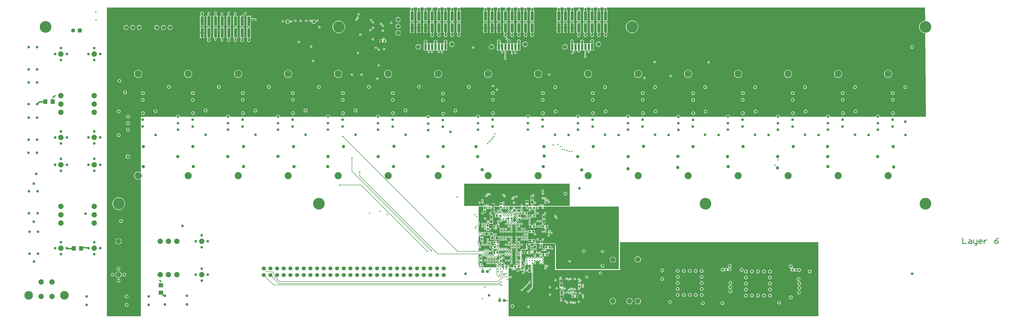
<source format=gbl>
%FSLAX24Y24*%
%MOIN*%
G70*
G01*
G75*
G04 Layer_Physical_Order=6*
G04 Layer_Color=16711680*
%ADD10C,0.0197*%
%ADD11R,0.0276X0.0354*%
%ADD12C,0.0130*%
%ADD13R,0.0394X0.0433*%
%ADD14R,0.0945X0.1024*%
%ADD15C,0.0400*%
%ADD16R,0.3000X0.2900*%
%ADD17R,0.1500X0.0500*%
%ADD18R,0.0630X0.0709*%
%ADD19R,0.0709X0.0630*%
%ADD20R,0.0571X0.0197*%
%ADD21R,0.1575X0.0335*%
%ADD22R,0.0630X0.0512*%
%ADD23R,0.0551X0.0787*%
%ADD24R,0.1496X0.0394*%
%ADD25R,0.0394X0.1496*%
%ADD26R,0.1024X0.0945*%
%ADD27R,0.1102X0.1024*%
%ADD28R,0.0197X0.0610*%
%ADD29R,0.0610X0.0197*%
%ADD30R,0.0610X0.0197*%
%ADD31R,0.0374X0.0335*%
%ADD32R,0.0374X0.0335*%
%ADD33O,0.0394X0.1083*%
%ADD34R,0.0394X0.1083*%
%ADD35C,0.0060*%
%ADD36C,0.0080*%
%ADD37C,0.0110*%
%ADD38C,0.0200*%
%ADD39C,0.0160*%
%ADD40C,0.0300*%
%ADD41C,0.0180*%
%ADD42C,0.0100*%
%ADD43C,0.0240*%
%ADD44C,0.0120*%
%ADD45C,0.0800*%
%ADD46C,0.0600*%
%ADD47C,0.0669*%
%ADD48C,0.1300*%
%ADD49C,0.0591*%
%ADD50R,0.0591X0.0591*%
%ADD51C,0.1063*%
%ADD52C,0.1750*%
%ADD53C,0.0500*%
%ADD54C,0.0200*%
%ADD55C,0.0300*%
%ADD56R,0.0354X0.0945*%
%ADD57R,0.0500X0.1449*%
%ADD58R,0.0354X0.0276*%
%ADD59R,0.0433X0.0394*%
G36*
X156966Y74941D02*
X156816Y74926D01*
X156639Y74873D01*
X156475Y74785D01*
X156332Y74668D01*
X156215Y74525D01*
X156127Y74361D01*
X156074Y74184D01*
X156055Y74000D01*
X156074Y73816D01*
X156127Y73639D01*
X156215Y73475D01*
X156332Y73332D01*
X156475Y73215D01*
X156639Y73127D01*
X156816Y73074D01*
X156982Y73057D01*
X157086Y60567D01*
X157051Y60532D01*
X150166D01*
X150149Y60551D01*
X150140Y60620D01*
X150113Y60685D01*
X150071Y60740D01*
X150015Y60783D01*
X149951Y60809D01*
X149882Y60818D01*
X149812Y60809D01*
X149748Y60783D01*
X149693Y60740D01*
X149650Y60685D01*
X149623Y60620D01*
X149614Y60551D01*
X149597Y60532D01*
X142666D01*
X142649Y60551D01*
X142640Y60620D01*
X142613Y60685D01*
X142571Y60740D01*
X142515Y60783D01*
X142451Y60809D01*
X142382Y60818D01*
X142312Y60809D01*
X142248Y60783D01*
X142193Y60740D01*
X142150Y60685D01*
X142123Y60620D01*
X142114Y60551D01*
X142097Y60532D01*
X135166D01*
X135149Y60551D01*
X135140Y60620D01*
X135113Y60685D01*
X135071Y60740D01*
X135015Y60783D01*
X134951Y60809D01*
X134882Y60818D01*
X134812Y60809D01*
X134748Y60783D01*
X134693Y60740D01*
X134650Y60685D01*
X134623Y60620D01*
X134614Y60551D01*
X134597Y60532D01*
X127666D01*
X127649Y60551D01*
X127640Y60620D01*
X127613Y60685D01*
X127571Y60740D01*
X127515Y60783D01*
X127451Y60809D01*
X127382Y60818D01*
X127312Y60809D01*
X127248Y60783D01*
X127193Y60740D01*
X127150Y60685D01*
X127123Y60620D01*
X127114Y60551D01*
X127097Y60532D01*
X120206D01*
X120205Y60532D01*
X120196Y60601D01*
X120170Y60666D01*
X120127Y60721D01*
X120072Y60764D01*
X120007Y60790D01*
X119938Y60799D01*
X119869Y60790D01*
X119804Y60764D01*
X119749Y60721D01*
X119707Y60666D01*
X119680Y60601D01*
X119671Y60532D01*
X119670Y60532D01*
X112666D01*
X112649Y60551D01*
X112640Y60620D01*
X112613Y60685D01*
X112571Y60740D01*
X112515Y60783D01*
X112451Y60809D01*
X112382Y60818D01*
X112312Y60809D01*
X112248Y60783D01*
X112193Y60740D01*
X112150Y60685D01*
X112123Y60620D01*
X112114Y60551D01*
X112097Y60532D01*
X105166D01*
X105149Y60551D01*
X105140Y60620D01*
X105113Y60685D01*
X105071Y60740D01*
X105015Y60783D01*
X104951Y60809D01*
X104882Y60818D01*
X104812Y60809D01*
X104748Y60783D01*
X104693Y60740D01*
X104650Y60685D01*
X104623Y60620D01*
X104614Y60551D01*
X104597Y60532D01*
X97666D01*
X97649Y60551D01*
X97640Y60620D01*
X97613Y60685D01*
X97571Y60740D01*
X97515Y60783D01*
X97451Y60809D01*
X97382Y60818D01*
X97312Y60809D01*
X97248Y60783D01*
X97193Y60740D01*
X97150Y60685D01*
X97123Y60620D01*
X97114Y60551D01*
X97097Y60532D01*
X90166D01*
X90149Y60551D01*
X90140Y60620D01*
X90113Y60685D01*
X90071Y60740D01*
X90015Y60783D01*
X89951Y60809D01*
X89882Y60818D01*
X89812Y60809D01*
X89748Y60783D01*
X89693Y60740D01*
X89650Y60685D01*
X89623Y60620D01*
X89614Y60551D01*
X89597Y60532D01*
X82681D01*
X82677Y60562D01*
X82650Y60626D01*
X82608Y60682D01*
X82552Y60724D01*
X82488Y60751D01*
X82419Y60760D01*
X82349Y60751D01*
X82285Y60724D01*
X82230Y60682D01*
X82187Y60626D01*
X82160Y60562D01*
X82156Y60532D01*
X75166D01*
X75149Y60551D01*
X75140Y60620D01*
X75113Y60685D01*
X75071Y60740D01*
X75015Y60783D01*
X74951Y60809D01*
X74882Y60818D01*
X74812Y60809D01*
X74748Y60783D01*
X74693Y60740D01*
X74650Y60685D01*
X74623Y60620D01*
X74614Y60551D01*
X74597Y60532D01*
X67666D01*
X67649Y60551D01*
X67640Y60620D01*
X67613Y60685D01*
X67571Y60740D01*
X67515Y60783D01*
X67451Y60809D01*
X67382Y60818D01*
X67312Y60809D01*
X67248Y60783D01*
X67193Y60740D01*
X67150Y60685D01*
X67123Y60620D01*
X67114Y60551D01*
X67097Y60532D01*
X60166D01*
X60149Y60551D01*
X60140Y60620D01*
X60113Y60685D01*
X60071Y60740D01*
X60015Y60783D01*
X59951Y60809D01*
X59882Y60818D01*
X59812Y60809D01*
X59748Y60783D01*
X59693Y60740D01*
X59650Y60685D01*
X59623Y60620D01*
X59614Y60551D01*
X59597Y60532D01*
X52666D01*
X52649Y60551D01*
X52640Y60620D01*
X52613Y60685D01*
X52571Y60740D01*
X52515Y60783D01*
X52451Y60809D01*
X52382Y60818D01*
X52312Y60809D01*
X52248Y60783D01*
X52193Y60740D01*
X52150Y60685D01*
X52123Y60620D01*
X52114Y60551D01*
X52097Y60532D01*
X45166D01*
X45149Y60551D01*
X45140Y60620D01*
X45113Y60685D01*
X45071Y60740D01*
X45015Y60783D01*
X44951Y60809D01*
X44882Y60818D01*
X44812Y60809D01*
X44748Y60783D01*
X44693Y60740D01*
X44650Y60685D01*
X44623Y60620D01*
X44614Y60551D01*
X44597Y60532D01*
X39311D01*
Y59148D01*
X39309Y59143D01*
X39300Y59074D01*
X39309Y59005D01*
X39311Y59000D01*
Y52193D01*
X39266Y52171D01*
X39233Y52198D01*
X39129Y52254D01*
X39017Y52288D01*
X38900Y52299D01*
X38783Y52288D01*
X38671Y52254D01*
X38567Y52198D01*
X38476Y52124D01*
X38402Y52033D01*
X38346Y51929D01*
X38312Y51817D01*
X38301Y51700D01*
X38312Y51583D01*
X38346Y51471D01*
X38402Y51367D01*
X38476Y51276D01*
X38567Y51202D01*
X38671Y51146D01*
X38783Y51112D01*
X38900Y51101D01*
X39017Y51112D01*
X39129Y51146D01*
X39233Y51202D01*
X39266Y51229D01*
X39311Y51207D01*
Y32638D01*
X39311Y32638D01*
X39321Y32634D01*
Y30617D01*
X34222D01*
Y76883D01*
X79822D01*
X79838Y76835D01*
X79811Y76815D01*
X79769Y76760D01*
X79742Y76695D01*
X79733Y76626D01*
X79742Y76557D01*
X79769Y76492D01*
X79795Y76458D01*
X79773Y76413D01*
X79685D01*
Y74835D01*
X80315D01*
Y76413D01*
X80227D01*
X80205Y76458D01*
X80231Y76492D01*
X80258Y76557D01*
X80267Y76626D01*
X80258Y76695D01*
X80231Y76760D01*
X80189Y76815D01*
X80134Y76857D01*
X80139Y76883D01*
X80822D01*
X80838Y76835D01*
X80811Y76815D01*
X80769Y76760D01*
X80742Y76695D01*
X80733Y76626D01*
X80742Y76557D01*
X80769Y76492D01*
X80795Y76458D01*
X80773Y76413D01*
X80685D01*
Y74835D01*
X81315D01*
Y76413D01*
X81227D01*
X81205Y76458D01*
X81231Y76492D01*
X81258Y76557D01*
X81267Y76626D01*
X81258Y76695D01*
X81231Y76760D01*
X81189Y76815D01*
X81134Y76857D01*
X81139Y76883D01*
X81822D01*
X81838Y76835D01*
X81811Y76815D01*
X81769Y76760D01*
X81742Y76695D01*
X81733Y76626D01*
X81742Y76557D01*
X81769Y76492D01*
X81795Y76458D01*
X81773Y76413D01*
X81685D01*
Y74835D01*
X82315D01*
Y76413D01*
X82227D01*
X82205Y76458D01*
X82231Y76492D01*
X82258Y76557D01*
X82267Y76626D01*
X82258Y76695D01*
X82231Y76760D01*
X82189Y76815D01*
X82134Y76857D01*
X82139Y76883D01*
X82890D01*
X82905Y76835D01*
X82881Y76819D01*
X82845Y76764D01*
X82832Y76700D01*
X82845Y76636D01*
X82878Y76586D01*
Y76413D01*
X82685D01*
Y74835D01*
X83315D01*
Y76413D01*
X83122D01*
Y76586D01*
X83155Y76636D01*
X83168Y76700D01*
X83155Y76764D01*
X83119Y76819D01*
X83095Y76835D01*
X83110Y76883D01*
X83822D01*
X83838Y76835D01*
X83811Y76815D01*
X83769Y76760D01*
X83742Y76695D01*
X83733Y76626D01*
X83742Y76557D01*
X83769Y76492D01*
X83795Y76458D01*
X83773Y76413D01*
X83685D01*
Y74835D01*
X84315D01*
Y76413D01*
X84227D01*
X84205Y76458D01*
X84231Y76492D01*
X84258Y76557D01*
X84267Y76626D01*
X84258Y76695D01*
X84231Y76760D01*
X84189Y76815D01*
X84134Y76857D01*
X84139Y76883D01*
X84822D01*
X84838Y76835D01*
X84811Y76815D01*
X84769Y76760D01*
X84742Y76695D01*
X84733Y76626D01*
X84742Y76557D01*
X84769Y76492D01*
X84795Y76458D01*
X84773Y76413D01*
X84685D01*
Y74835D01*
X85315D01*
Y76413D01*
X85227D01*
X85205Y76458D01*
X85231Y76492D01*
X85258Y76557D01*
X85267Y76626D01*
X85258Y76695D01*
X85231Y76760D01*
X85189Y76815D01*
X85134Y76857D01*
X85139Y76883D01*
X85822D01*
X85838Y76835D01*
X85811Y76815D01*
X85769Y76760D01*
X85742Y76695D01*
X85733Y76626D01*
X85742Y76557D01*
X85769Y76492D01*
X85795Y76458D01*
X85773Y76413D01*
X85685D01*
Y74835D01*
X86315D01*
Y76413D01*
X86227D01*
X86205Y76458D01*
X86231Y76492D01*
X86258Y76557D01*
X86267Y76626D01*
X86258Y76695D01*
X86231Y76760D01*
X86189Y76815D01*
X86134Y76857D01*
X86139Y76883D01*
X86822D01*
X86838Y76835D01*
X86811Y76815D01*
X86769Y76760D01*
X86742Y76695D01*
X86733Y76626D01*
X86742Y76557D01*
X86769Y76492D01*
X86795Y76458D01*
X86773Y76413D01*
X86685D01*
Y74835D01*
X87315D01*
Y76413D01*
X87227D01*
X87205Y76458D01*
X87231Y76492D01*
X87258Y76557D01*
X87267Y76626D01*
X87258Y76695D01*
X87231Y76760D01*
X87189Y76815D01*
X87134Y76857D01*
X87139Y76883D01*
X90822D01*
X90838Y76835D01*
X90811Y76815D01*
X90769Y76760D01*
X90742Y76695D01*
X90733Y76626D01*
X90742Y76557D01*
X90769Y76492D01*
X90795Y76458D01*
X90773Y76413D01*
X90685D01*
Y74835D01*
X91315D01*
Y76413D01*
X91227D01*
X91205Y76458D01*
X91231Y76492D01*
X91258Y76557D01*
X91267Y76626D01*
X91258Y76695D01*
X91231Y76760D01*
X91189Y76815D01*
X91134Y76857D01*
X91139Y76883D01*
X91822D01*
X91838Y76835D01*
X91811Y76815D01*
X91769Y76760D01*
X91742Y76695D01*
X91733Y76626D01*
X91742Y76557D01*
X91769Y76492D01*
X91795Y76458D01*
X91773Y76413D01*
X91685D01*
Y74835D01*
X92315D01*
Y76413D01*
X92227D01*
X92205Y76458D01*
X92231Y76492D01*
X92258Y76557D01*
X92267Y76626D01*
X92258Y76695D01*
X92231Y76760D01*
X92189Y76815D01*
X92134Y76857D01*
X92139Y76883D01*
X92822D01*
X92838Y76835D01*
X92811Y76815D01*
X92769Y76760D01*
X92742Y76695D01*
X92733Y76626D01*
X92742Y76557D01*
X92769Y76492D01*
X92795Y76458D01*
X92773Y76413D01*
X92685D01*
Y74835D01*
X93315D01*
Y76413D01*
X93227D01*
X93205Y76458D01*
X93231Y76492D01*
X93258Y76557D01*
X93267Y76626D01*
X93258Y76695D01*
X93231Y76760D01*
X93189Y76815D01*
X93134Y76857D01*
X93139Y76883D01*
X93937D01*
X93961Y76839D01*
X93945Y76814D01*
X93932Y76750D01*
X93945Y76686D01*
X93978Y76636D01*
Y76413D01*
X93685D01*
Y74835D01*
X94315D01*
Y76413D01*
X94222D01*
Y76636D01*
X94255Y76686D01*
X94268Y76750D01*
X94255Y76814D01*
X94219Y76869D01*
X94223Y76883D01*
X94822D01*
X94838Y76835D01*
X94811Y76815D01*
X94769Y76760D01*
X94742Y76695D01*
X94733Y76626D01*
X94742Y76557D01*
X94769Y76492D01*
X94795Y76458D01*
X94773Y76413D01*
X94685D01*
Y74835D01*
X95315D01*
Y76413D01*
X95227D01*
X95205Y76458D01*
X95231Y76492D01*
X95258Y76557D01*
X95267Y76626D01*
X95258Y76695D01*
X95231Y76760D01*
X95189Y76815D01*
X95134Y76857D01*
X95139Y76883D01*
X95822D01*
X95838Y76835D01*
X95811Y76815D01*
X95769Y76760D01*
X95742Y76695D01*
X95733Y76626D01*
X95742Y76557D01*
X95769Y76492D01*
X95795Y76458D01*
X95773Y76413D01*
X95685D01*
Y74835D01*
X96315D01*
Y76413D01*
X96227D01*
X96205Y76458D01*
X96231Y76492D01*
X96258Y76557D01*
X96267Y76626D01*
X96258Y76695D01*
X96231Y76760D01*
X96189Y76815D01*
X96134Y76857D01*
X96139Y76883D01*
X96822D01*
X96838Y76835D01*
X96811Y76815D01*
X96769Y76760D01*
X96742Y76695D01*
X96733Y76626D01*
X96742Y76557D01*
X96769Y76492D01*
X96795Y76458D01*
X96773Y76413D01*
X96685D01*
Y74835D01*
X97315D01*
Y76413D01*
X97227D01*
X97205Y76458D01*
X97231Y76492D01*
X97258Y76557D01*
X97267Y76626D01*
X97258Y76695D01*
X97231Y76760D01*
X97189Y76815D01*
X97134Y76857D01*
X97139Y76883D01*
X97822D01*
X97838Y76835D01*
X97811Y76815D01*
X97769Y76760D01*
X97742Y76695D01*
X97733Y76626D01*
X97742Y76557D01*
X97769Y76492D01*
X97795Y76458D01*
X97773Y76413D01*
X97685D01*
Y74835D01*
X98315D01*
Y76413D01*
X98227D01*
X98205Y76458D01*
X98231Y76492D01*
X98258Y76557D01*
X98267Y76626D01*
X98258Y76695D01*
X98231Y76760D01*
X98189Y76815D01*
X98134Y76857D01*
X98139Y76883D01*
X101822D01*
X101838Y76835D01*
X101811Y76815D01*
X101769Y76760D01*
X101742Y76695D01*
X101733Y76626D01*
X101742Y76557D01*
X101769Y76492D01*
X101795Y76458D01*
X101773Y76413D01*
X101685D01*
Y74835D01*
X102315D01*
Y76413D01*
X102227D01*
X102205Y76458D01*
X102231Y76492D01*
X102258Y76557D01*
X102267Y76626D01*
X102258Y76695D01*
X102231Y76760D01*
X102189Y76815D01*
X102134Y76857D01*
X102139Y76883D01*
X102822D01*
X102838Y76835D01*
X102811Y76815D01*
X102769Y76760D01*
X102742Y76695D01*
X102733Y76626D01*
X102742Y76557D01*
X102769Y76492D01*
X102795Y76458D01*
X102773Y76413D01*
X102685D01*
Y74835D01*
X103315D01*
Y76413D01*
X103227D01*
X103205Y76458D01*
X103231Y76492D01*
X103258Y76557D01*
X103267Y76626D01*
X103258Y76695D01*
X103231Y76760D01*
X103189Y76815D01*
X103134Y76857D01*
X103139Y76883D01*
X103822D01*
X103838Y76835D01*
X103811Y76815D01*
X103769Y76760D01*
X103742Y76695D01*
X103733Y76626D01*
X103742Y76557D01*
X103769Y76492D01*
X103795Y76458D01*
X103773Y76413D01*
X103685D01*
Y74835D01*
X104315D01*
Y76413D01*
X104227D01*
X104205Y76458D01*
X104231Y76492D01*
X104258Y76557D01*
X104267Y76626D01*
X104258Y76695D01*
X104231Y76760D01*
X104189Y76815D01*
X104134Y76857D01*
X104139Y76883D01*
X105822D01*
X105838Y76835D01*
X105811Y76815D01*
X105769Y76760D01*
X105742Y76695D01*
X105733Y76626D01*
X105742Y76557D01*
X105769Y76492D01*
X105795Y76458D01*
X105773Y76413D01*
X105685D01*
Y74835D01*
X106315D01*
Y76413D01*
X106227D01*
X106205Y76458D01*
X106231Y76492D01*
X106258Y76557D01*
X106267Y76626D01*
X106258Y76695D01*
X106231Y76760D01*
X106189Y76815D01*
X106134Y76857D01*
X106139Y76883D01*
X106822D01*
X106838Y76835D01*
X106811Y76815D01*
X106769Y76760D01*
X106742Y76695D01*
X106733Y76626D01*
X106742Y76557D01*
X106769Y76492D01*
X106795Y76458D01*
X106773Y76413D01*
X106685D01*
Y74835D01*
X107315D01*
Y76413D01*
X107227D01*
X107205Y76458D01*
X107231Y76492D01*
X107258Y76557D01*
X107267Y76626D01*
X107258Y76695D01*
X107231Y76760D01*
X107189Y76815D01*
X107134Y76857D01*
X107139Y76883D01*
X107822D01*
X107838Y76835D01*
X107811Y76815D01*
X107769Y76760D01*
X107742Y76695D01*
X107733Y76626D01*
X107742Y76557D01*
X107769Y76492D01*
X107795Y76458D01*
X107773Y76413D01*
X107685D01*
Y74835D01*
X108315D01*
Y76413D01*
X108227D01*
X108205Y76458D01*
X108231Y76492D01*
X108258Y76557D01*
X108267Y76626D01*
X108258Y76695D01*
X108231Y76760D01*
X108189Y76815D01*
X108134Y76857D01*
X108139Y76883D01*
X108822D01*
X108838Y76835D01*
X108811Y76815D01*
X108769Y76760D01*
X108742Y76695D01*
X108733Y76626D01*
X108742Y76557D01*
X108769Y76492D01*
X108795Y76458D01*
X108773Y76413D01*
X108685D01*
Y74835D01*
X109315D01*
Y76413D01*
X109227D01*
X109205Y76458D01*
X109231Y76492D01*
X109258Y76557D01*
X109267Y76626D01*
X109258Y76695D01*
X109231Y76760D01*
X109189Y76815D01*
X109134Y76857D01*
X109139Y76883D01*
X156950D01*
X156966Y74941D01*
D02*
G37*
G36*
X111024Y38403D02*
Y37697D01*
X101575D01*
Y41225D01*
X101505D01*
Y41485D01*
X101502Y41491D01*
X101504Y41498D01*
X101502Y41506D01*
X101494Y41518D01*
X101492Y41531D01*
X101480Y41539D01*
X101472Y41551D01*
X101459Y41553D01*
X101447Y41561D01*
X101439Y41563D01*
X101432Y41561D01*
X101425Y41564D01*
X99584D01*
X99573Y41572D01*
Y41917D01*
X99616Y41960D01*
X99671Y41971D01*
X99725Y42007D01*
X99762Y42062D01*
X99775Y42126D01*
X99762Y42190D01*
X99725Y42245D01*
X99671Y42281D01*
X99606Y42294D01*
X99542Y42281D01*
X99487Y42245D01*
X99451Y42190D01*
X99440Y42136D01*
X99298Y41994D01*
X99167D01*
Y41625D01*
X99146Y41573D01*
D01*
X99113Y41564D01*
D01*
X98557D01*
X98542Y41612D01*
X98544Y41613D01*
X98581Y41668D01*
X98593Y41732D01*
X98581Y41797D01*
X98544Y41851D01*
X98517Y41869D01*
X98513Y41879D01*
X98490Y41902D01*
Y42171D01*
X98013D01*
X98013Y42171D01*
D01*
D01*
X98013Y42171D01*
X98005Y42171D01*
X97992D01*
X97978D01*
X97970Y42171D01*
X97970Y42171D01*
Y42171D01*
X97786D01*
Y41968D01*
Y41766D01*
X97978D01*
Y41766D01*
X98005D01*
X98013Y41766D01*
Y41766D01*
X98013D01*
X98013D01*
Y41766D01*
D01*
D01*
D01*
X98230D01*
X98257Y41732D01*
X98270Y41668D01*
X98306Y41613D01*
X98308Y41612D01*
X98294Y41564D01*
X97768D01*
X97765Y41563D01*
X97761Y41564D01*
X97754Y41563D01*
X97744Y41558D01*
X97739Y41559D01*
X97735Y41556D01*
X97727Y41555D01*
X97725Y41554D01*
X97725Y41554D01*
X97725D01*
X97722Y41552D01*
X97719Y41548D01*
X97714Y41547D01*
X97708Y41543D01*
X97705Y41537D01*
X97698Y41534D01*
X97694Y41529D01*
X97693Y41526D01*
X97690Y41525D01*
X97686Y41520D01*
X97684Y41514D01*
X97679Y41511D01*
X97677Y41509D01*
X97677D01*
Y41509D01*
D01*
D01*
D01*
D01*
D01*
Y41509D01*
X97671Y41501D01*
X97667Y41501D01*
X97667Y41501D01*
Y41501D01*
X97638Y41507D01*
X97573Y41494D01*
Y41494D01*
X97544Y41508D01*
X97539Y41512D01*
D01*
X97539Y41512D01*
D01*
D01*
D01*
D01*
D01*
D01*
X97538Y41513D01*
X97535Y41524D01*
X97532Y41529D01*
X97524Y41535D01*
X97523Y41538D01*
X97519Y41540D01*
X97517Y41543D01*
X97516Y41544D01*
X97516D01*
X97513Y41549D01*
X97510Y41550D01*
X97507Y41551D01*
X97504Y41554D01*
X97502Y41555D01*
X97496Y41556D01*
X97495Y41556D01*
X97492Y41556D01*
X97487Y41559D01*
X97484Y41559D01*
X97476Y41563D01*
X97470Y41564D01*
X97466Y41563D01*
X97462Y41564D01*
X97300D01*
X97289Y41560D01*
X97282Y41561D01*
X97276Y41560D01*
X97275Y41559D01*
X97275Y41559D01*
X97274Y41559D01*
X97273D01*
X97269Y41557D01*
X97268Y41556D01*
X97263Y41556D01*
X97261Y41555D01*
X97247Y41541D01*
X97237Y41534D01*
X97236Y41534D01*
X97236Y41534D01*
X97230Y41530D01*
X97230Y41530D01*
X97229Y41525D01*
X97227Y41523D01*
X97227Y41523D01*
X97227Y41521D01*
X97223Y41517D01*
Y41517D01*
X97223Y41517D01*
X97221Y41511D01*
X97221Y41502D01*
X97180Y41494D01*
X97125Y41458D01*
X97089Y41403D01*
X97076Y41339D01*
X97089Y41274D01*
X97125Y41220D01*
X97146Y41206D01*
Y41078D01*
X97125Y41064D01*
X97089Y41009D01*
X97076Y40945D01*
X97089Y40880D01*
X97125Y40826D01*
X97146Y40812D01*
Y40678D01*
X96957D01*
X96915Y40707D01*
X96850Y40719D01*
X96786Y40707D01*
X96744Y40678D01*
X96563D01*
X96521Y40707D01*
X96457Y40719D01*
X96392Y40707D01*
X96338Y40670D01*
X96301Y40616D01*
X96288Y40551D01*
X96301Y40487D01*
X96309Y40476D01*
X96285Y40431D01*
X96260D01*
Y40246D01*
X96212Y40231D01*
X96182Y40276D01*
X96127Y40313D01*
X96063Y40326D01*
X95999Y40313D01*
X95944Y40276D01*
X95908Y40222D01*
X95895Y40157D01*
X95908Y40093D01*
X95944Y40039D01*
X95999Y40002D01*
X96063Y39989D01*
X96127Y40002D01*
X96182Y40039D01*
X96212Y40083D01*
X96260Y40069D01*
Y39852D01*
X96212Y39838D01*
X96182Y39883D01*
X96127Y39919D01*
X96063Y39932D01*
X95999Y39919D01*
X95944Y39883D01*
X95908Y39828D01*
X95895Y39764D01*
X95908Y39699D01*
X95944Y39645D01*
X95999Y39608D01*
X96063Y39596D01*
X96127Y39608D01*
X96182Y39645D01*
X96212Y39690D01*
X96260Y39675D01*
Y39065D01*
X96212Y39050D01*
X96182Y39095D01*
X96127Y39132D01*
X96063Y39145D01*
X95999Y39132D01*
X95944Y39095D01*
X95908Y39041D01*
X95895Y38976D01*
X95908Y38912D01*
X95944Y38857D01*
X95999Y38821D01*
X96063Y38808D01*
X96127Y38821D01*
X96182Y38857D01*
X96212Y38902D01*
X96260Y38888D01*
Y38671D01*
X96212Y38657D01*
X96182Y38702D01*
X96127Y38738D01*
X96063Y38751D01*
X95999Y38738D01*
X95944Y38702D01*
X95908Y38647D01*
X95895Y38583D01*
X95908Y38518D01*
X95939Y38472D01*
Y38313D01*
X95723D01*
D01*
D01*
X95723Y38313D01*
X95696D01*
Y38313D01*
X95211D01*
Y37961D01*
X94426D01*
X94409Y38009D01*
X94437Y38031D01*
X94488Y38021D01*
X94553Y38034D01*
X94607Y38070D01*
X94644Y38125D01*
X94656Y38189D01*
X94644Y38253D01*
X94607Y38308D01*
X94553Y38344D01*
X94488Y38357D01*
X94424Y38344D01*
X94369Y38308D01*
X94333Y38253D01*
X94323Y38203D01*
X94226D01*
X93865Y38564D01*
X93869Y38583D01*
X93856Y38647D01*
X93820Y38702D01*
X93765Y38738D01*
X93711Y38749D01*
X93510Y38950D01*
Y39199D01*
D01*
Y39199D01*
X93510Y39199D01*
Y39226D01*
X93510D01*
Y39273D01*
X93558Y39287D01*
X93582Y39251D01*
X93636Y39215D01*
X93701Y39202D01*
X93765Y39215D01*
X93820Y39251D01*
X93856Y39306D01*
X93869Y39370D01*
X93856Y39434D01*
X93820Y39489D01*
X93765Y39526D01*
X93701Y39538D01*
X93636Y39526D01*
X93582Y39489D01*
X93558Y39453D01*
X93510Y39467D01*
Y39711D01*
X93504D01*
X93472Y39749D01*
X93475Y39764D01*
X93463Y39828D01*
X93478Y39858D01*
X93906D01*
X93937Y39819D01*
X93926Y39764D01*
X93939Y39699D01*
X93976Y39645D01*
X94030Y39608D01*
X94094Y39596D01*
X94159Y39608D01*
X94213Y39645D01*
X94250Y39699D01*
X94263Y39764D01*
X94250Y39828D01*
X94258Y39843D01*
X94308Y39848D01*
X94331Y39819D01*
X94320Y39764D01*
X94333Y39699D01*
X94369Y39645D01*
X94424Y39608D01*
X94488Y39596D01*
X94553Y39608D01*
X94607Y39645D01*
X94644Y39699D01*
X94656Y39764D01*
X94644Y39828D01*
X94650Y39840D01*
X94699Y39850D01*
X94726Y39827D01*
X94714Y39764D01*
X94726Y39699D01*
X94763Y39645D01*
X94818Y39608D01*
X94882Y39596D01*
X94946Y39608D01*
X95001Y39645D01*
X95037Y39699D01*
X95050Y39764D01*
X95037Y39828D01*
X95001Y39883D01*
X94946Y39919D01*
X94882Y39932D01*
X94866Y39929D01*
X94843Y39973D01*
X94882Y39989D01*
D01*
X94946Y40002D01*
X95001Y40039D01*
X95037Y40093D01*
X95050Y40157D01*
X95037Y40222D01*
X95001Y40276D01*
X94946Y40313D01*
X94882Y40326D01*
X94818Y40313D01*
X94763Y40276D01*
X94726Y40222D01*
X94714Y40157D01*
D01*
X94697Y40118D01*
X94653Y40142D01*
X94656Y40157D01*
X94644Y40222D01*
X94607Y40276D01*
X94553Y40313D01*
X94488Y40326D01*
X94424Y40313D01*
X94369Y40276D01*
X94333Y40222D01*
X94320Y40157D01*
X94331Y40102D01*
X94316Y40084D01*
X94266D01*
X94252Y40102D01*
X94263Y40157D01*
X94250Y40222D01*
X94213Y40276D01*
X94159Y40313D01*
X94094Y40326D01*
X94030Y40313D01*
X93976Y40276D01*
X93939Y40222D01*
X93926Y40157D01*
X93937Y40102D01*
X93906Y40063D01*
X93110D01*
X93099Y40059D01*
X93058Y40087D01*
Y40360D01*
X93011D01*
X92996Y40408D01*
X93032Y40432D01*
X93069Y40487D01*
X93082Y40551D01*
X93069Y40616D01*
X93077Y40630D01*
X93126Y40635D01*
X93150Y40607D01*
X93139Y40551D01*
X93152Y40487D01*
X93188Y40432D01*
X93243Y40396D01*
X93307Y40383D01*
X93371Y40396D01*
X93426Y40432D01*
X93463Y40487D01*
X93475Y40551D01*
X93463Y40616D01*
X93470Y40630D01*
X93520Y40635D01*
X93544Y40607D01*
X93533Y40551D01*
X93545Y40487D01*
X93582Y40432D01*
X93636Y40396D01*
X93701Y40383D01*
X93765Y40396D01*
X93820Y40432D01*
X93856Y40487D01*
X93869Y40551D01*
X93856Y40616D01*
X93864Y40630D01*
X93914Y40635D01*
X93937Y40607D01*
X93926Y40551D01*
X93939Y40487D01*
X93976Y40432D01*
X94030Y40396D01*
X94094Y40383D01*
X94159Y40396D01*
X94213Y40432D01*
X94250Y40487D01*
X94263Y40551D01*
X94260Y40567D01*
X94304Y40590D01*
X94320Y40551D01*
D01*
X94333Y40487D01*
X94369Y40432D01*
X94424Y40396D01*
X94488Y40383D01*
X94553Y40396D01*
X94607Y40432D01*
X94644Y40487D01*
X94656Y40551D01*
X94644Y40616D01*
X94607Y40670D01*
X94553Y40707D01*
X94488Y40719D01*
X94469Y40716D01*
X94364Y40821D01*
X94291Y40851D01*
X93102D01*
X93071Y40890D01*
X93082Y40945D01*
X93069Y41009D01*
X93032Y41064D01*
X92978Y41100D01*
X92913Y41113D01*
X92896Y41145D01*
X92923Y41172D01*
X92978Y41183D01*
X93032Y41220D01*
X93069Y41274D01*
X93082Y41339D01*
X93069Y41403D01*
X93032Y41458D01*
X92978Y41494D01*
X92913Y41507D01*
X92936Y41529D01*
X93096D01*
Y41682D01*
X92854D01*
Y41732D01*
X92804D01*
Y41935D01*
X92620D01*
X92620Y41935D01*
D01*
D01*
X92620Y41935D01*
X92612Y41935D01*
X92598D01*
X92585D01*
X92577Y41935D01*
X92577Y41935D01*
Y41935D01*
X92100D01*
Y41529D01*
X92218D01*
Y41516D01*
X92254Y41428D01*
X92353Y41329D01*
X92364Y41274D01*
X92367Y41270D01*
X92343Y41226D01*
X92147D01*
X92147Y41226D01*
D01*
D01*
X92147Y41226D01*
X92140Y41226D01*
X92126D01*
X92112D01*
X92104Y41226D01*
X92104Y41226D01*
Y41226D01*
X91997D01*
X91990Y41241D01*
X91899Y41332D01*
X91901Y41339D01*
X91888Y41403D01*
X91851Y41458D01*
X91797Y41494D01*
X91732Y41507D01*
X91668Y41494D01*
X91613Y41458D01*
X91577Y41403D01*
X91564Y41339D01*
X91577Y41274D01*
X91613Y41220D01*
X91628Y41210D01*
Y40821D01*
X92086D01*
X92106Y40775D01*
X91788Y40457D01*
X91528D01*
X91496Y40496D01*
X91507Y40551D01*
X91494Y40616D01*
X91458Y40670D01*
X91403Y40707D01*
X91339Y40719D01*
X91274Y40707D01*
X91220Y40670D01*
X91183Y40616D01*
X91170Y40551D01*
X91181Y40496D01*
X91167Y40478D01*
X91117D01*
X91102Y40496D01*
X91113Y40551D01*
X91100Y40616D01*
X91064Y40670D01*
X91009Y40707D01*
X90945Y40719D01*
X90880Y40707D01*
X90826Y40670D01*
X90789Y40616D01*
X90777Y40551D01*
X90788Y40496D01*
X90756Y40457D01*
X89961D01*
Y40856D01*
X90008Y40871D01*
X90039Y40826D01*
X90093Y40789D01*
X90157Y40777D01*
X90222Y40789D01*
X90276Y40826D01*
X90313Y40880D01*
X90326Y40945D01*
X90313Y41009D01*
X90276Y41064D01*
X90222Y41100D01*
X90181Y41109D01*
X90178Y41121D01*
X90214Y41176D01*
X90227Y41240D01*
X90214Y41305D01*
X90178Y41359D01*
X90127Y41393D01*
X90155Y41436D01*
X90168Y41500D01*
X90155Y41564D01*
X90119Y41619D01*
X90064Y41655D01*
X90041Y41660D01*
X90030Y41686D01*
X90043Y41750D01*
X90030Y41814D01*
X89994Y41869D01*
X89961Y41891D01*
Y42544D01*
X90005Y42568D01*
X90014Y42561D01*
X90079Y42548D01*
X90143Y42561D01*
X90160Y42572D01*
X90270D01*
Y42463D01*
X90270Y42463D01*
X90270D01*
X90270Y42455D01*
Y42427D01*
D01*
D01*
D01*
D01*
X90270D01*
Y41943D01*
X90348D01*
Y41811D01*
X90384Y41723D01*
X90385Y41723D01*
X90396Y41668D01*
X90432Y41613D01*
X90487Y41577D01*
X90551Y41564D01*
X90616Y41577D01*
X90670Y41613D01*
X90707Y41668D01*
X90719Y41732D01*
X90707Y41797D01*
X90670Y41851D01*
X90616Y41888D01*
X90597Y41891D01*
Y41943D01*
X90675D01*
Y42419D01*
X90675Y42419D01*
D01*
D01*
X90675Y42427D01*
Y42433D01*
Y42441D01*
Y42445D01*
Y42455D01*
X90675Y42460D01*
X90675Y42463D01*
X90675D01*
D01*
Y42463D01*
X90675D01*
D01*
Y42939D01*
X90675D01*
Y42950D01*
X90711Y42986D01*
X90880D01*
Y42730D01*
X91443D01*
Y43254D01*
X90880D01*
Y43235D01*
X90170D01*
X90123Y43266D01*
X90059Y43278D01*
X89999Y43267D01*
X89961Y43298D01*
Y44123D01*
X90025Y44136D01*
X90080Y44172D01*
X90116Y44227D01*
X90129Y44291D01*
X90116Y44356D01*
X90080Y44410D01*
X90025Y44447D01*
X89999Y44452D01*
X89999Y44453D01*
X90000Y44457D01*
X90012Y44459D01*
X90012Y44459D01*
X90012Y44459D01*
X90064Y44470D01*
X90119Y44506D01*
X90155Y44561D01*
X90168Y44625D01*
X90155Y44689D01*
X90119Y44744D01*
X90064Y44780D01*
X90000Y44793D01*
X89999Y44793D01*
X89961Y44825D01*
Y47047D01*
X90663D01*
Y46636D01*
X90663Y46636D01*
X90663D01*
X90663Y46628D01*
Y46600D01*
D01*
D01*
D01*
D01*
X90663D01*
Y46351D01*
X90541Y46229D01*
X90487Y46218D01*
X90432Y46182D01*
X90396Y46127D01*
X90383Y46063D01*
X90396Y45999D01*
X90432Y45944D01*
X90487Y45908D01*
X90551Y45895D01*
X90616Y45908D01*
X90670Y45944D01*
X90707Y45999D01*
X90717Y46053D01*
X90780Y46116D01*
X91069D01*
Y46593D01*
X91069Y46593D01*
D01*
D01*
X91069Y46600D01*
Y46606D01*
Y46614D01*
Y46618D01*
Y46628D01*
X91069Y46634D01*
X91069Y46636D01*
X91069D01*
D01*
Y46636D01*
X91069D01*
D01*
Y47047D01*
X91250D01*
X91265Y46999D01*
X91220Y46969D01*
X91183Y46915D01*
X91170Y46850D01*
X91183Y46786D01*
X91220Y46731D01*
X91274Y46695D01*
X91339Y46682D01*
X91403Y46695D01*
X91458Y46731D01*
X91494Y46786D01*
X91507Y46850D01*
X91494Y46915D01*
X91458Y46969D01*
X91413Y46999D01*
X91427Y47047D01*
X91644D01*
X91658Y46999D01*
X91613Y46969D01*
X91577Y46915D01*
X91564Y46850D01*
X91577Y46786D01*
X91613Y46731D01*
X91668Y46695D01*
X91732Y46682D01*
X91797Y46695D01*
X91828Y46716D01*
X91864Y46680D01*
Y46313D01*
X92094D01*
X92353Y46053D01*
X92364Y45999D01*
X92401Y45944D01*
X92455Y45908D01*
X92455Y45872D01*
X92455D01*
Y45466D01*
X92940D01*
Y45466D01*
X92940D01*
X92940Y45466D01*
X92967D01*
Y45466D01*
X93085D01*
Y45373D01*
X93121Y45285D01*
X93141Y45266D01*
X93152Y45211D01*
X93188Y45157D01*
X93243Y45120D01*
X93307Y45107D01*
X93323Y45110D01*
X93346Y45066D01*
X93307Y45050D01*
D01*
X93243Y45037D01*
X93188Y45001D01*
X93152Y44946D01*
X93139Y44882D01*
X93152Y44818D01*
X93188Y44763D01*
X93243Y44726D01*
X93307Y44714D01*
X93371Y44726D01*
X93426Y44763D01*
X93463Y44818D01*
X93475Y44882D01*
X93472Y44901D01*
X93547Y44976D01*
X94150D01*
X94189Y44938D01*
Y44783D01*
X94219Y44711D01*
X94317Y44612D01*
X94324Y44609D01*
X94339Y44562D01*
X94333Y44553D01*
X94320Y44488D01*
X94333Y44424D01*
X94369Y44369D01*
X94424Y44333D01*
X94488Y44320D01*
X94553Y44333D01*
X94607Y44369D01*
X94644Y44424D01*
X94656Y44488D01*
X94644Y44553D01*
X94651Y44567D01*
X94701Y44572D01*
X94725Y44544D01*
X94714Y44488D01*
X94726Y44424D01*
X94763Y44369D01*
X94818Y44333D01*
X94882Y44320D01*
X94946Y44333D01*
X95001Y44369D01*
X95037Y44424D01*
X95050Y44488D01*
X95037Y44553D01*
X95045Y44567D01*
X95095Y44572D01*
X95118Y44544D01*
X95107Y44488D01*
X95120Y44424D01*
X95157Y44369D01*
X95211Y44333D01*
X95276Y44320D01*
X95340Y44333D01*
X95395Y44369D01*
X95431Y44424D01*
X95444Y44488D01*
X95431Y44553D01*
X95437Y44564D01*
X95486Y44574D01*
X95514Y44552D01*
X95501Y44488D01*
X95514Y44424D01*
X95550Y44369D01*
X95605Y44333D01*
X95669Y44320D01*
X95734Y44333D01*
X95788Y44369D01*
X95825Y44424D01*
X95838Y44488D01*
X95825Y44553D01*
X95788Y44607D01*
X95734Y44644D01*
X95669Y44656D01*
X95654Y44653D01*
X95630Y44697D01*
X95669Y44714D01*
D01*
X95734Y44726D01*
X95788Y44763D01*
X95825Y44818D01*
X95838Y44882D01*
Y44882D01*
X95836Y44890D01*
D01*
X95860Y44895D01*
X95867Y44895D01*
Y44895D01*
X95867D01*
X95867D01*
Y44895D01*
D01*
D01*
D01*
X96013D01*
Y45087D01*
X95860D01*
Y44979D01*
X95812Y44965D01*
X95788Y45001D01*
X95734Y45037D01*
X95669Y45050D01*
X95605Y45037D01*
X95550Y45001D01*
X95514Y44946D01*
X95501Y44882D01*
X95505Y44863D01*
X95430Y44788D01*
X95071D01*
X95039Y44827D01*
X95050Y44882D01*
X95047Y44897D01*
X95065Y44940D01*
Y45097D01*
X95198D01*
Y45477D01*
X95237Y45509D01*
X95276Y45501D01*
X95340Y45514D01*
X95395Y45550D01*
X95431Y45605D01*
X95444Y45669D01*
X95431Y45734D01*
X95395Y45788D01*
X95340Y45825D01*
X95276Y45838D01*
X95260Y45834D01*
X95237Y45879D01*
X95276Y45895D01*
D01*
X95340Y45908D01*
X95395Y45944D01*
X95431Y45999D01*
X95444Y46063D01*
X95431Y46127D01*
X95395Y46182D01*
X95398Y46195D01*
X95506D01*
X95529Y46151D01*
X95514Y46127D01*
X95501Y46063D01*
X95514Y45999D01*
X95550Y45944D01*
X95605Y45908D01*
X95669Y45895D01*
X95734Y45908D01*
X95788Y45944D01*
X95825Y45999D01*
X95838Y46063D01*
X95825Y46127D01*
X95788Y46182D01*
X95792Y46195D01*
X95900D01*
X95923Y46151D01*
X95908Y46127D01*
X95895Y46063D01*
X95908Y45999D01*
X95939Y45952D01*
Y45891D01*
X95860D01*
Y45767D01*
X95812Y45752D01*
X95788Y45788D01*
X95734Y45825D01*
X95669Y45838D01*
X95605Y45825D01*
X95550Y45788D01*
X95514Y45734D01*
X95501Y45669D01*
X95514Y45605D01*
X95550Y45550D01*
X95605Y45514D01*
X95669Y45501D01*
X95734Y45514D01*
X95788Y45550D01*
X95812Y45586D01*
X95860Y45572D01*
Y45415D01*
X95860Y45415D01*
X95860D01*
X95860Y45407D01*
Y45379D01*
D01*
D01*
D01*
D01*
X95860D01*
Y45373D01*
X95812Y45358D01*
X95788Y45395D01*
X95734Y45431D01*
X95669Y45444D01*
X95605Y45431D01*
X95550Y45395D01*
X95514Y45340D01*
X95501Y45276D01*
X95514Y45211D01*
X95550Y45157D01*
X95605Y45120D01*
X95669Y45107D01*
X95734Y45120D01*
X95788Y45157D01*
X95812Y45193D01*
X95860Y45178D01*
Y45187D01*
X96266D01*
Y45178D01*
X96314Y45193D01*
X96338Y45157D01*
X96392Y45120D01*
X96457Y45107D01*
X96521Y45120D01*
X96576Y45157D01*
X96612Y45211D01*
X96625Y45276D01*
X96612Y45340D01*
X96576Y45395D01*
X96521Y45431D01*
X96457Y45444D01*
X96392Y45431D01*
X96338Y45395D01*
X96314Y45358D01*
X96266Y45373D01*
Y45379D01*
Y45393D01*
Y45407D01*
X96266Y45415D01*
X96266D01*
D01*
Y45415D01*
X96266D01*
D01*
Y45891D01*
X96187D01*
Y45952D01*
X96218Y45999D01*
X96231Y46063D01*
X96218Y46127D01*
X96182Y46182D01*
X96186Y46195D01*
X96285D01*
Y46332D01*
X96346D01*
X96392Y46301D01*
X96396Y46268D01*
X96391Y46266D01*
X96391D01*
Y45860D01*
X96875D01*
X96875Y45860D01*
Y45860D01*
X96875D01*
X96903D01*
X96911Y45860D01*
Y45860D01*
X96911D01*
X96911D01*
Y45860D01*
D01*
D01*
D01*
X97021D01*
Y45768D01*
X97057Y45680D01*
X97078Y45660D01*
X97089Y45605D01*
X97125Y45550D01*
X97180Y45514D01*
X97244Y45501D01*
X97308Y45514D01*
X97363Y45550D01*
X97400Y45605D01*
X97412Y45669D01*
X97400Y45734D01*
X97363Y45788D01*
X97308Y45825D01*
X97270Y45832D01*
Y45860D01*
X97387D01*
Y46266D01*
X96911D01*
X96911Y46266D01*
D01*
D01*
X96911Y46266D01*
X96903Y46266D01*
X96889D01*
X96875D01*
X96868Y46266D01*
X96868Y46266D01*
Y46266D01*
X96758D01*
Y46280D01*
X96721Y46368D01*
X96623Y46466D01*
X96612Y46521D01*
X96576Y46576D01*
X96521Y46612D01*
X96457Y46625D01*
X96392Y46612D01*
X96346Y46581D01*
X96285D01*
Y46719D01*
X95722D01*
Y46260D01*
X95684Y46228D01*
X95669Y46231D01*
X95655Y46228D01*
X95616Y46260D01*
Y46719D01*
X95439D01*
X95415Y46763D01*
X95431Y46786D01*
X95444Y46850D01*
X95431Y46915D01*
X95395Y46969D01*
X95350Y46999D01*
X95364Y47047D01*
X96368D01*
X96383Y46999D01*
X96338Y46969D01*
X96301Y46915D01*
X96288Y46850D01*
X96301Y46786D01*
X96338Y46731D01*
X96392Y46695D01*
X96457Y46682D01*
X96521Y46695D01*
X96576Y46731D01*
X96612Y46786D01*
X96625Y46850D01*
X96612Y46915D01*
X96576Y46969D01*
X96531Y46999D01*
X96545Y47047D01*
X97041D01*
Y47022D01*
X97120D01*
Y46961D01*
X97089Y46915D01*
X97076Y46850D01*
X97089Y46786D01*
X97125Y46731D01*
X97180Y46695D01*
X97244Y46682D01*
X97308Y46695D01*
X97363Y46731D01*
X97400Y46786D01*
X97412Y46850D01*
X97400Y46915D01*
X97369Y46961D01*
Y47022D01*
X97447D01*
Y47047D01*
X97533D01*
Y46648D01*
X97540D01*
X97555Y46600D01*
X97519Y46576D01*
X97482Y46521D01*
X97470Y46457D01*
X97482Y46392D01*
X97519Y46338D01*
X97573Y46301D01*
X97638Y46288D01*
X97702Y46301D01*
X97757Y46338D01*
X97793Y46392D01*
X97806Y46457D01*
X97802Y46476D01*
X97811Y46485D01*
X97864Y46506D01*
X97900Y46594D01*
Y46648D01*
X98018D01*
Y46648D01*
X98018D01*
X98018Y46648D01*
X98045D01*
Y46648D01*
X98163D01*
Y46594D01*
X98199Y46506D01*
X98259Y46447D01*
X98270Y46392D01*
X98306Y46338D01*
X98361Y46301D01*
X98425Y46288D01*
X98490Y46301D01*
X98544Y46338D01*
X98581Y46392D01*
X98593Y46457D01*
X98581Y46521D01*
X98544Y46576D01*
X98490Y46612D01*
X98435Y46623D01*
X98412Y46646D01*
Y46648D01*
X98530D01*
Y47047D01*
X98730D01*
X98745Y46999D01*
X98700Y46969D01*
X98663Y46915D01*
X98651Y46850D01*
X98663Y46786D01*
X98700Y46731D01*
X98755Y46695D01*
X98819Y46682D01*
X98883Y46695D01*
X98938Y46731D01*
X98974Y46786D01*
X98987Y46850D01*
X98974Y46915D01*
X98938Y46969D01*
X98893Y46999D01*
X98907Y47047D01*
X99518D01*
X99532Y46999D01*
X99487Y46969D01*
X99451Y46915D01*
X99438Y46850D01*
X99451Y46786D01*
X99487Y46731D01*
X99542Y46695D01*
X99606Y46682D01*
X99671Y46695D01*
X99725Y46731D01*
X99762Y46786D01*
X99775Y46850D01*
X99762Y46915D01*
X99725Y46969D01*
X99680Y46999D01*
X99695Y47047D01*
X111024D01*
Y38403D01*
D02*
G37*
G36*
X95202Y46999D02*
X95157Y46969D01*
X95120Y46915D01*
X95107Y46850D01*
X95120Y46786D01*
X95136Y46763D01*
X95112Y46719D01*
X95053D01*
Y46584D01*
X95005Y46569D01*
X95001Y46576D01*
X94946Y46612D01*
X94882Y46625D01*
X94818Y46612D01*
X94763Y46576D01*
X94726Y46521D01*
X94714Y46457D01*
X94726Y46392D01*
X94763Y46338D01*
X94818Y46301D01*
X94871Y46291D01*
X94878Y46268D01*
X94852Y46225D01*
X94818Y46218D01*
X94763Y46182D01*
X94726Y46127D01*
X94714Y46063D01*
X94725Y46008D01*
X94710Y45990D01*
X94660D01*
X94645Y46008D01*
X94656Y46063D01*
X94644Y46127D01*
X94607Y46182D01*
X94553Y46218D01*
X94488Y46231D01*
X94424Y46218D01*
X94369Y46182D01*
X94333Y46127D01*
X94320Y46063D01*
X94331Y46008D01*
X94316Y45990D01*
X94266D01*
X94252Y46008D01*
X94263Y46063D01*
X94250Y46127D01*
X94213Y46182D01*
X94159Y46218D01*
X94094Y46231D01*
X94030Y46218D01*
X93976Y46182D01*
X93939Y46127D01*
X93926Y46063D01*
X93929Y46048D01*
X93885Y46024D01*
X93472Y46438D01*
X93475Y46457D01*
X93463Y46521D01*
X93426Y46576D01*
X93371Y46612D01*
X93307Y46625D01*
X93243Y46612D01*
X93188Y46576D01*
X93152Y46521D01*
X93139Y46457D01*
X93152Y46392D01*
X93188Y46338D01*
X93243Y46301D01*
X93307Y46288D01*
X93326Y46292D01*
X93406Y46212D01*
X93387Y46166D01*
X93043D01*
X93032Y46182D01*
X92978Y46218D01*
X92913Y46231D01*
X92849Y46218D01*
X92794Y46182D01*
X92758Y46127D01*
X92747Y46074D01*
X92725Y46067D01*
X92682Y46093D01*
X92675Y46127D01*
X92639Y46182D01*
X92584Y46218D01*
X92529Y46229D01*
X92388Y46371D01*
Y46876D01*
X92020D01*
X91960Y46936D01*
X91980Y46982D01*
X92388D01*
Y47047D01*
X93104D01*
Y46707D01*
X93510D01*
Y46726D01*
X93590D01*
X93636Y46695D01*
X93701Y46682D01*
X93765Y46695D01*
X93820Y46731D01*
X93856Y46786D01*
X93869Y46850D01*
X93856Y46915D01*
X93820Y46969D01*
X93765Y47006D01*
X93701Y47019D01*
X93729Y47047D01*
X94006D01*
X94020Y46999D01*
X93976Y46969D01*
X93939Y46915D01*
X93926Y46850D01*
X93939Y46786D01*
X93976Y46731D01*
X94030Y46695D01*
X94094Y46682D01*
X94159Y46695D01*
X94213Y46731D01*
X94250Y46786D01*
X94263Y46850D01*
X94250Y46915D01*
X94213Y46969D01*
X94168Y46999D01*
X94183Y47047D01*
X94400D01*
X94414Y46999D01*
X94369Y46969D01*
X94333Y46915D01*
X94320Y46850D01*
X94333Y46786D01*
X94369Y46731D01*
X94424Y46695D01*
X94488Y46682D01*
X94553Y46695D01*
X94607Y46731D01*
X94644Y46786D01*
X94656Y46850D01*
X94644Y46915D01*
X94607Y46969D01*
X94562Y46999D01*
X94577Y47047D01*
X95187D01*
X95202Y46999D01*
D02*
G37*
G36*
X90394Y39819D02*
X90385Y39774D01*
X90227Y39616D01*
X90190Y39528D01*
Y39514D01*
X90112D01*
Y39038D01*
X90112Y39038D01*
X90112D01*
X90112Y39030D01*
Y39003D01*
D01*
D01*
D01*
D01*
X90112D01*
Y38518D01*
X90190D01*
Y38425D01*
X90204Y38393D01*
X90172Y38354D01*
X90157Y38357D01*
X90093Y38344D01*
X90039Y38308D01*
X90008Y38263D01*
X89961Y38277D01*
Y39858D01*
X90362D01*
X90394Y39819D01*
D02*
G37*
G36*
X92756Y40607D02*
X92747Y40561D01*
X92728Y40541D01*
X92691Y40453D01*
Y40360D01*
X92573D01*
D01*
D01*
X92573Y40360D01*
X92546D01*
Y40360D01*
X92062D01*
Y39955D01*
X92062D01*
X92062Y39919D01*
X92007Y39883D01*
X91971Y39828D01*
X91958Y39764D01*
X91969Y39708D01*
X91954Y39691D01*
X91904D01*
X91889Y39708D01*
X91901Y39764D01*
X91888Y39828D01*
X91851Y39883D01*
X91797Y39919D01*
X91732Y39932D01*
X91668Y39919D01*
X91613Y39883D01*
X91577Y39828D01*
X91564Y39764D01*
X91575Y39708D01*
X91560Y39691D01*
X91510D01*
X91496Y39708D01*
X91507Y39764D01*
X91494Y39828D01*
X91458Y39883D01*
X91403Y39919D01*
X91339Y39932D01*
X91274Y39919D01*
X91265Y39913D01*
X91217Y39928D01*
X91214Y39935D01*
X91116Y40033D01*
X91109Y40036D01*
X91094Y40084D01*
X91100Y40093D01*
X91113Y40157D01*
X91100Y40222D01*
X91108Y40237D01*
X91158Y40241D01*
X91181Y40213D01*
X91170Y40157D01*
X91183Y40093D01*
X91220Y40039D01*
X91274Y40002D01*
X91339Y39989D01*
X91403Y40002D01*
X91458Y40039D01*
X91494Y40093D01*
X91507Y40157D01*
X91494Y40222D01*
X91510Y40251D01*
X91831D01*
X91903Y40282D01*
X92267Y40645D01*
X92724D01*
X92756Y40607D01*
D02*
G37*
G36*
X140930Y30617D02*
X94473D01*
Y36409D01*
X94657D01*
X94665Y36397D01*
X94719Y36360D01*
X94783Y36348D01*
X94848Y36360D01*
X94902Y36397D01*
X94939Y36451D01*
X94952Y36516D01*
X94939Y36580D01*
X94902Y36635D01*
X94848Y36671D01*
X94783Y36684D01*
X94719Y36671D01*
X94665Y36635D01*
X94657Y36623D01*
X94473D01*
Y37852D01*
X94910D01*
X94943Y37790D01*
X94923Y37761D01*
X94911Y37697D01*
X94923Y37632D01*
X94960Y37578D01*
X95014Y37541D01*
X95079Y37529D01*
X95143Y37541D01*
X95198Y37578D01*
X95234Y37632D01*
X95241Y37665D01*
X95311D01*
X95317Y37632D01*
X95353Y37578D01*
X95408Y37541D01*
X95472Y37529D01*
X95537Y37541D01*
X95591Y37578D01*
X95628Y37632D01*
X95641Y37697D01*
X95628Y37761D01*
X95591Y37816D01*
X95571Y37830D01*
Y37852D01*
X96400D01*
Y37977D01*
X96454Y38021D01*
X96457Y38021D01*
X96521Y38034D01*
X96576Y38070D01*
X96612Y38125D01*
X96625Y38189D01*
X96612Y38253D01*
X96576Y38308D01*
X96521Y38344D01*
X96457Y38357D01*
X96454Y38357D01*
X96400Y38401D01*
Y38764D01*
X96454Y38809D01*
X96457Y38808D01*
X96521Y38821D01*
X96576Y38857D01*
X96612Y38912D01*
X96625Y38976D01*
X96612Y39041D01*
X96576Y39095D01*
X96521Y39132D01*
X96457Y39145D01*
X96454Y39144D01*
X96400Y39188D01*
Y39945D01*
X96454Y39990D01*
X96457Y39989D01*
X96521Y40002D01*
X96576Y40039D01*
X96612Y40093D01*
X96625Y40157D01*
X96612Y40222D01*
X96576Y40276D01*
X96521Y40313D01*
X96457Y40326D01*
X96454Y40325D01*
X96400Y40370D01*
Y40608D01*
X97286D01*
Y40785D01*
X97308Y40789D01*
X97363Y40826D01*
X97400Y40880D01*
X97412Y40945D01*
X97400Y41009D01*
X97363Y41064D01*
X97308Y41100D01*
X97286Y41105D01*
Y41484D01*
X97286Y41484D01*
X97288Y41490D01*
X97288Y41490D01*
X97290Y41491D01*
X97296Y41492D01*
X97300Y41494D01*
X97462D01*
X97463Y41494D01*
X97469Y41493D01*
X97471Y41492D01*
X97473Y41490D01*
X97477Y41485D01*
X97477Y41485D01*
X97491Y41416D01*
X97482Y41403D01*
X97470Y41339D01*
X97482Y41274D01*
X97519Y41220D01*
X97573Y41183D01*
X97638Y41170D01*
X97702Y41183D01*
X97757Y41220D01*
X97793Y41274D01*
X97806Y41339D01*
X97793Y41403D01*
X97757Y41458D01*
X97737Y41471D01*
X97738Y41473D01*
X97742Y41478D01*
X97743Y41480D01*
X97746Y41481D01*
X97750Y41486D01*
X97755Y41490D01*
X97756Y41490D01*
X97758Y41492D01*
X97760Y41493D01*
X97768Y41494D01*
X97768Y41494D01*
X99113D01*
X99116Y41493D01*
X99118D01*
X99131Y41479D01*
X99167Y41297D01*
Y41104D01*
X99148Y41100D01*
X99094Y41064D01*
X99057Y41009D01*
X99044Y40945D01*
X99057Y40880D01*
X99094Y40826D01*
X99148Y40789D01*
X99213Y40777D01*
X99277Y40789D01*
X99332Y40826D01*
X99368Y40880D01*
X99381Y40945D01*
X99375Y40976D01*
X99389Y40998D01*
X99573D01*
Y41444D01*
X99573Y41444D01*
D01*
D01*
D01*
X99573Y41482D01*
D01*
X99584Y41494D01*
X101425D01*
X101433Y41492D01*
X101435Y41485D01*
Y37557D01*
X111164D01*
Y41717D01*
X140930D01*
Y30617D01*
D02*
G37*
G36*
X90788Y39819D02*
X90777Y39764D01*
X90789Y39699D01*
X90826Y39645D01*
X90880Y39608D01*
X90945Y39596D01*
X91009Y39608D01*
X91018Y39614D01*
X91066Y39600D01*
X91069Y39593D01*
X91167Y39494D01*
X91167Y39494D01*
X91175Y39491D01*
X91189Y39443D01*
X91183Y39434D01*
X91170Y39370D01*
X91183Y39306D01*
X91220Y39251D01*
X91274Y39215D01*
X91339Y39202D01*
X91403Y39215D01*
X91458Y39251D01*
X91494Y39306D01*
X91507Y39370D01*
X91494Y39434D01*
X91502Y39449D01*
X91552Y39454D01*
X91575Y39425D01*
X91564Y39370D01*
X91577Y39306D01*
X91613Y39251D01*
X91668Y39215D01*
X91732Y39202D01*
X91797Y39215D01*
X91851Y39251D01*
X91888Y39306D01*
X91901Y39370D01*
X91888Y39434D01*
X91896Y39449D01*
X91945Y39454D01*
X91969Y39425D01*
X91958Y39370D01*
X91971Y39306D01*
X92007Y39251D01*
X92062Y39215D01*
X92126Y39202D01*
X92190Y39215D01*
X92245Y39251D01*
X92281Y39306D01*
X92294Y39370D01*
X92281Y39434D01*
X92289Y39449D01*
X92339Y39454D01*
X92362Y39425D01*
X92351Y39370D01*
X92364Y39306D01*
X92401Y39251D01*
X92455Y39215D01*
X92520Y39202D01*
X92584Y39215D01*
X92639Y39251D01*
X92675Y39306D01*
X92688Y39370D01*
X92675Y39434D01*
X92691Y39464D01*
X92717D01*
X92789Y39494D01*
X93098Y39803D01*
X93124Y39789D01*
X93134Y39740D01*
X93110Y39711D01*
X93104D01*
Y39226D01*
X93104Y39226D01*
X93104Y39199D01*
X93104D01*
Y39074D01*
X93056Y39060D01*
X93032Y39095D01*
X92978Y39132D01*
X92913Y39145D01*
X92849Y39132D01*
X92794Y39095D01*
X92758Y39041D01*
X92745Y38976D01*
X92758Y38912D01*
X92794Y38857D01*
X92849Y38821D01*
X92913Y38808D01*
X92978Y38821D01*
X93032Y38857D01*
X93056Y38893D01*
X93104Y38879D01*
Y38714D01*
X93144D01*
X93167Y38670D01*
X93152Y38647D01*
X93139Y38583D01*
X93152Y38518D01*
X93188Y38464D01*
X93243Y38427D01*
X93307Y38414D01*
X93371Y38427D01*
X93426Y38464D01*
X93463Y38518D01*
X93473Y38572D01*
X93496Y38579D01*
X93538Y38553D01*
X93545Y38518D01*
X93582Y38464D01*
X93636Y38427D01*
X93701Y38414D01*
X93720Y38418D01*
X93889Y38249D01*
X93870Y38203D01*
X93473D01*
X93463Y38253D01*
X93426Y38308D01*
X93371Y38344D01*
X93307Y38357D01*
X93243Y38344D01*
X93188Y38308D01*
X93152Y38253D01*
X93139Y38189D01*
X93142Y38174D01*
X93098Y38150D01*
X93082Y38189D01*
D01*
X93069Y38253D01*
X93032Y38308D01*
X92978Y38344D01*
X92913Y38357D01*
X92898Y38354D01*
X92874Y38398D01*
X92913Y38414D01*
D01*
X92978Y38427D01*
X93032Y38464D01*
X93069Y38518D01*
X93082Y38583D01*
X93069Y38647D01*
X93032Y38702D01*
X92978Y38738D01*
X92913Y38751D01*
X92849Y38738D01*
X92794Y38702D01*
X92758Y38647D01*
X92745Y38583D01*
D01*
X92729Y38544D01*
X92685Y38567D01*
X92688Y38583D01*
X92675Y38647D01*
X92639Y38702D01*
X92584Y38738D01*
X92520Y38751D01*
X92455Y38738D01*
X92401Y38702D01*
X92364Y38647D01*
X92351Y38583D01*
X92364Y38518D01*
X92401Y38464D01*
X92455Y38427D01*
X92520Y38414D01*
X92583Y38427D01*
X92615Y38388D01*
X92614Y38386D01*
Y37961D01*
X89961D01*
Y38100D01*
X90008Y38115D01*
X90039Y38070D01*
X90093Y38034D01*
X90157Y38021D01*
X90222Y38034D01*
X90276Y38070D01*
X90313Y38125D01*
X90324Y38178D01*
X90346Y38185D01*
X90389Y38159D01*
X90396Y38125D01*
X90432Y38070D01*
X90487Y38034D01*
X90551Y38021D01*
X90616Y38034D01*
X90670Y38070D01*
X90707Y38125D01*
X90719Y38189D01*
X90707Y38253D01*
X90670Y38308D01*
X90616Y38344D01*
X90561Y38355D01*
X90439Y38477D01*
Y38518D01*
X90518D01*
Y38995D01*
X90518Y38995D01*
D01*
D01*
X90518Y39003D01*
Y39008D01*
Y39016D01*
Y39020D01*
Y39030D01*
X90518Y39036D01*
X90518Y39038D01*
X90518D01*
D01*
Y39038D01*
X90518D01*
D01*
Y39514D01*
X90518Y39514D01*
X90518D01*
X90506Y39543D01*
X90561Y39597D01*
X90616Y39608D01*
X90670Y39645D01*
X90707Y39699D01*
X90719Y39764D01*
X90707Y39828D01*
X90714Y39843D01*
X90764Y39848D01*
X90788Y39819D01*
D02*
G37*
G36*
X103642Y47146D02*
X99794D01*
X99763Y47184D01*
X99775Y47244D01*
X99762Y47308D01*
X99725Y47363D01*
X99671Y47400D01*
X99606Y47412D01*
X99542Y47400D01*
X99487Y47363D01*
X99451Y47308D01*
X99438Y47244D01*
X99450Y47184D01*
X99434Y47165D01*
X99384D01*
X99369Y47184D01*
X99381Y47244D01*
X99368Y47308D01*
X99332Y47363D01*
X99277Y47400D01*
X99213Y47412D01*
X99148Y47400D01*
X99094Y47363D01*
X99057Y47308D01*
X99044Y47244D01*
X99056Y47184D01*
X99025Y47146D01*
X98220D01*
X98188Y47184D01*
X98200Y47244D01*
X98187Y47308D01*
X98150Y47363D01*
X98096Y47400D01*
X98041Y47410D01*
Y47410D01*
X98041Y47410D01*
X98032Y47412D01*
Y47415D01*
X98032Y47415D01*
X97982D01*
Y47647D01*
X97770D01*
Y47415D01*
X97905D01*
X97919Y47367D01*
X97913Y47363D01*
X97876Y47308D01*
X97863Y47244D01*
X97875Y47184D01*
X97843Y47146D01*
X97447D01*
Y47499D01*
X97447Y47499D01*
D01*
D01*
X97447Y47507D01*
Y47512D01*
Y47520D01*
Y47524D01*
Y47534D01*
X97447Y47540D01*
X97447Y47542D01*
X97447D01*
D01*
Y47542D01*
X97447D01*
D01*
Y47726D01*
X97041D01*
Y47542D01*
X97041Y47542D01*
X97041D01*
X97041Y47534D01*
Y47507D01*
D01*
D01*
X97041D01*
Y47146D01*
X96645D01*
X96613Y47184D01*
X96625Y47244D01*
X96612Y47308D01*
X96576Y47363D01*
X96521Y47400D01*
X96457Y47412D01*
X96392Y47400D01*
X96338Y47363D01*
X96301Y47308D01*
X96288Y47244D01*
X96300Y47184D01*
X96269Y47146D01*
X93889D01*
X93857Y47184D01*
X93869Y47244D01*
X93856Y47308D01*
X93820Y47363D01*
X93765Y47400D01*
X93701Y47412D01*
X93636Y47400D01*
X93582Y47363D01*
X93558Y47327D01*
X93510Y47341D01*
Y47411D01*
X93104D01*
Y47227D01*
X93104Y47227D01*
X93104D01*
X93104Y47219D01*
Y47192D01*
X93104D01*
X93104Y47146D01*
X92388D01*
Y47214D01*
X91864D01*
Y47146D01*
X91527D01*
X91495Y47184D01*
X91507Y47244D01*
X91494Y47308D01*
X91458Y47363D01*
X91403Y47400D01*
X91339Y47412D01*
X91274Y47400D01*
X91220Y47363D01*
X91183Y47308D01*
X91170Y47244D01*
X91182Y47184D01*
X91167Y47165D01*
X91117D01*
X91101Y47184D01*
X91113Y47244D01*
X91100Y47308D01*
X91064Y47363D01*
X91009Y47400D01*
X90945Y47412D01*
X90880Y47400D01*
X90826Y47363D01*
X90789Y47308D01*
X90777Y47244D01*
X90778Y47240D01*
X90758Y47210D01*
X90749Y47165D01*
Y47146D01*
X87795D01*
Y50197D01*
Y50492D01*
X103642D01*
Y47146D01*
D02*
G37*
%LPC*%
G36*
X95669Y42294D02*
X95605Y42281D01*
X95550Y42245D01*
X95514Y42190D01*
X95501Y42126D01*
X95514Y42062D01*
X95550Y42007D01*
X95605Y41971D01*
X95669Y41958D01*
X95734Y41971D01*
X95788Y42007D01*
X95825Y42062D01*
X95838Y42126D01*
X95825Y42190D01*
X95788Y42245D01*
X95734Y42281D01*
X95669Y42294D01*
D02*
G37*
G36*
X36005Y42313D02*
Y41900D01*
X36417D01*
X36408Y41972D01*
X36361Y42085D01*
X36286Y42182D01*
X36189Y42256D01*
X36076Y42303D01*
X36005Y42313D01*
D02*
G37*
G36*
X91339Y42294D02*
X91274Y42281D01*
X91220Y42245D01*
X91183Y42190D01*
X91170Y42126D01*
X91183Y42062D01*
X91220Y42007D01*
X91274Y41971D01*
X91339Y41958D01*
X91403Y41971D01*
X91458Y42007D01*
X91494Y42062D01*
X91507Y42126D01*
X91494Y42190D01*
X91458Y42245D01*
X91403Y42281D01*
X91339Y42294D01*
D02*
G37*
G36*
X94882D02*
X94818Y42281D01*
X94763Y42245D01*
X94726Y42190D01*
X94714Y42126D01*
X94726Y42062D01*
X94763Y42007D01*
X94818Y41971D01*
X94882Y41958D01*
X94946Y41971D01*
X95001Y42007D01*
X95037Y42062D01*
X95050Y42126D01*
X95037Y42190D01*
X95001Y42245D01*
X94946Y42281D01*
X94882Y42294D01*
D02*
G37*
G36*
X94094D02*
X94030Y42281D01*
X93976Y42245D01*
X93939Y42190D01*
X93926Y42126D01*
X93939Y42062D01*
X93976Y42007D01*
X94030Y41971D01*
X94094Y41958D01*
X94159Y41971D01*
X94213Y42007D01*
X94250Y42062D01*
X94263Y42126D01*
X94250Y42190D01*
X94213Y42245D01*
X94159Y42281D01*
X94094Y42294D01*
D02*
G37*
G36*
X93701D02*
X93636Y42281D01*
X93582Y42245D01*
X93545Y42190D01*
X93533Y42126D01*
X93545Y42062D01*
X93582Y42007D01*
X93636Y41971D01*
X93701Y41958D01*
X93765Y41971D01*
X93820Y42007D01*
X93856Y42062D01*
X93869Y42126D01*
X93856Y42190D01*
X93820Y42245D01*
X93765Y42281D01*
X93701Y42294D01*
D02*
G37*
G36*
X35905Y42313D02*
X35833Y42303D01*
X35720Y42256D01*
X35623Y42182D01*
X35548Y42085D01*
X35502Y41972D01*
X35492Y41900D01*
X35905D01*
Y42313D01*
D02*
G37*
G36*
X95669Y41901D02*
X95605Y41888D01*
X95550Y41851D01*
X95514Y41797D01*
X95501Y41732D01*
X95514Y41668D01*
X95550Y41613D01*
X95605Y41577D01*
X95669Y41564D01*
X95734Y41577D01*
X95788Y41613D01*
X95825Y41668D01*
X95838Y41732D01*
X95825Y41797D01*
X95788Y41851D01*
X95734Y41888D01*
X95669Y41901D01*
D02*
G37*
G36*
X94882D02*
X94818Y41888D01*
X94763Y41851D01*
X94726Y41797D01*
X94714Y41732D01*
X94726Y41668D01*
X94763Y41613D01*
X94818Y41577D01*
X94882Y41564D01*
X94946Y41577D01*
X95001Y41613D01*
X95037Y41668D01*
X95050Y41732D01*
X95037Y41797D01*
X95001Y41851D01*
X94946Y41888D01*
X94882Y41901D01*
D02*
G37*
G36*
X94488D02*
X94424Y41888D01*
X94369Y41851D01*
X94333Y41797D01*
X94320Y41732D01*
X94333Y41668D01*
X94369Y41613D01*
X94424Y41577D01*
X94488Y41564D01*
X94553Y41577D01*
X94607Y41613D01*
X94644Y41668D01*
X94656Y41732D01*
X94644Y41797D01*
X94607Y41851D01*
X94553Y41888D01*
X94488Y41901D01*
D02*
G37*
G36*
X93096Y41935D02*
X92904D01*
Y41782D01*
X93096D01*
Y41935D01*
D02*
G37*
G36*
X97686Y41919D02*
X97493D01*
Y41766D01*
X97686D01*
Y41919D01*
D02*
G37*
G36*
X96063Y41901D02*
X95999Y41888D01*
X95944Y41851D01*
X95908Y41797D01*
X95895Y41732D01*
X95908Y41668D01*
X95944Y41613D01*
X95999Y41577D01*
X96063Y41564D01*
X96127Y41577D01*
X96182Y41613D01*
X96218Y41668D01*
X96231Y41732D01*
X96218Y41797D01*
X96182Y41851D01*
X96127Y41888D01*
X96063Y41901D01*
D02*
G37*
G36*
X96457Y42294D02*
X96392Y42281D01*
X96338Y42245D01*
X96301Y42190D01*
X96288Y42126D01*
X96301Y42062D01*
X96338Y42007D01*
X96392Y41971D01*
X96457Y41958D01*
X96521Y41971D01*
X96576Y42007D01*
X96612Y42062D01*
X96625Y42126D01*
X96612Y42190D01*
X96576Y42245D01*
X96521Y42281D01*
X96457Y42294D01*
D02*
G37*
G36*
Y42688D02*
X96392Y42675D01*
X96338Y42639D01*
X96301Y42584D01*
X96288Y42520D01*
X96301Y42455D01*
X96338Y42401D01*
X96392Y42364D01*
X96457Y42351D01*
X96521Y42364D01*
X96576Y42401D01*
X96612Y42455D01*
X96625Y42520D01*
X96612Y42584D01*
X96576Y42639D01*
X96521Y42675D01*
X96457Y42688D01*
D02*
G37*
G36*
X96063D02*
X95999Y42675D01*
X95944Y42639D01*
X95908Y42584D01*
X95895Y42520D01*
X95908Y42455D01*
X95944Y42401D01*
X95999Y42364D01*
X96063Y42351D01*
X96127Y42364D01*
X96182Y42401D01*
X96218Y42455D01*
X96231Y42520D01*
X96218Y42584D01*
X96182Y42639D01*
X96127Y42675D01*
X96063Y42688D01*
D02*
G37*
G36*
X95669D02*
X95605Y42675D01*
X95550Y42639D01*
X95514Y42584D01*
X95501Y42520D01*
X95514Y42455D01*
X95550Y42401D01*
X95605Y42364D01*
X95669Y42351D01*
X95734Y42364D01*
X95788Y42401D01*
X95825Y42455D01*
X95838Y42520D01*
X95825Y42584D01*
X95788Y42639D01*
X95734Y42675D01*
X95669Y42688D01*
D02*
G37*
G36*
X96850D02*
X96786Y42675D01*
X96731Y42639D01*
X96695Y42584D01*
X96682Y42520D01*
X96695Y42455D01*
X96731Y42401D01*
X96786Y42364D01*
X96850Y42351D01*
X96915Y42364D01*
X96969Y42401D01*
X97006Y42455D01*
X97019Y42520D01*
X97006Y42584D01*
X96969Y42639D01*
X96915Y42675D01*
X96850Y42688D01*
D02*
G37*
G36*
X100492Y42885D02*
X100428Y42872D01*
X100373Y42835D01*
X100337Y42781D01*
X100324Y42717D01*
X100337Y42652D01*
X100373Y42598D01*
X100428Y42561D01*
X100492Y42548D01*
X100556Y42561D01*
X100611Y42598D01*
X100648Y42652D01*
X100660Y42717D01*
X100648Y42781D01*
X100611Y42835D01*
X100556Y42872D01*
X100492Y42885D01*
D02*
G37*
G36*
X93307Y42688D02*
X93243Y42675D01*
X93188Y42639D01*
X93152Y42584D01*
X93141Y42529D01*
X93098Y42487D01*
X92978D01*
Y42624D01*
X92415D01*
Y42100D01*
X92978D01*
Y42198D01*
X93059D01*
X93141Y42116D01*
X93152Y42062D01*
X93188Y42007D01*
X93243Y41971D01*
X93307Y41958D01*
X93371Y41971D01*
X93426Y42007D01*
X93463Y42062D01*
X93475Y42126D01*
X93463Y42190D01*
X93426Y42245D01*
X93371Y42281D01*
X93317Y42292D01*
X93286Y42323D01*
X93317Y42353D01*
X93371Y42364D01*
X93426Y42401D01*
X93463Y42455D01*
X93475Y42520D01*
X93463Y42584D01*
X93426Y42639D01*
X93371Y42675D01*
X93307Y42688D01*
D02*
G37*
G36*
X97244D02*
X97180Y42675D01*
X97125Y42639D01*
X97089Y42584D01*
X97076Y42520D01*
X97089Y42455D01*
X97125Y42401D01*
X97180Y42364D01*
X97244Y42351D01*
X97308Y42364D01*
X97363Y42401D01*
X97400Y42455D01*
X97412Y42520D01*
X97400Y42584D01*
X97363Y42639D01*
X97308Y42675D01*
X97244Y42688D01*
D02*
G37*
G36*
X94882D02*
X94818Y42675D01*
X94763Y42639D01*
X94726Y42584D01*
X94714Y42520D01*
X94726Y42455D01*
X94763Y42401D01*
X94818Y42364D01*
X94882Y42351D01*
X94946Y42364D01*
X95001Y42401D01*
X95037Y42455D01*
X95050Y42520D01*
X95037Y42584D01*
X95001Y42639D01*
X94946Y42675D01*
X94882Y42688D01*
D02*
G37*
G36*
X98819Y42294D02*
X98755Y42281D01*
X98700Y42245D01*
X98663Y42190D01*
X98651Y42126D01*
X98663Y42062D01*
X98700Y42007D01*
X98755Y41971D01*
X98819Y41958D01*
X98883Y41971D01*
X98938Y42007D01*
X98974Y42062D01*
X98987Y42126D01*
X98974Y42190D01*
X98938Y42245D01*
X98883Y42281D01*
X98819Y42294D01*
D02*
G37*
G36*
X97244D02*
X97180Y42281D01*
X97125Y42245D01*
X97089Y42190D01*
X97076Y42126D01*
X97089Y42062D01*
X97125Y42007D01*
X97180Y41971D01*
X97244Y41958D01*
X97308Y41971D01*
X97363Y42007D01*
X97400Y42062D01*
X97412Y42126D01*
X97400Y42190D01*
X97363Y42245D01*
X97308Y42281D01*
X97244Y42294D01*
D02*
G37*
G36*
X96850D02*
X96786Y42281D01*
X96731Y42245D01*
X96695Y42190D01*
X96682Y42126D01*
X96695Y42062D01*
X96731Y42007D01*
X96786Y41971D01*
X96850Y41958D01*
X96915Y41971D01*
X96969Y42007D01*
X97006Y42062D01*
X97019Y42126D01*
X97006Y42190D01*
X96969Y42245D01*
X96915Y42281D01*
X96850Y42294D01*
D02*
G37*
G36*
X97686Y42171D02*
X97493D01*
Y42019D01*
X97686D01*
Y42171D01*
D02*
G37*
G36*
X94488Y42688D02*
X94424Y42675D01*
X94369Y42639D01*
X94333Y42584D01*
X94320Y42520D01*
X94333Y42455D01*
X94369Y42401D01*
X94424Y42364D01*
X94488Y42351D01*
X94553Y42364D01*
X94607Y42401D01*
X94644Y42455D01*
X94656Y42520D01*
X94644Y42584D01*
X94607Y42639D01*
X94553Y42675D01*
X94488Y42688D01*
D02*
G37*
G36*
X94094D02*
X94030Y42675D01*
X93976Y42639D01*
X93939Y42584D01*
X93926Y42520D01*
X93939Y42455D01*
X93976Y42401D01*
X94030Y42364D01*
X94094Y42351D01*
X94159Y42364D01*
X94213Y42401D01*
X94250Y42455D01*
X94263Y42520D01*
X94250Y42584D01*
X94213Y42639D01*
X94159Y42675D01*
X94094Y42688D01*
D02*
G37*
G36*
X93701D02*
X93636Y42675D01*
X93582Y42639D01*
X93545Y42584D01*
X93533Y42520D01*
X93545Y42455D01*
X93582Y42401D01*
X93636Y42364D01*
X93701Y42351D01*
X93765Y42364D01*
X93820Y42401D01*
X93856Y42455D01*
X93869Y42520D01*
X93856Y42584D01*
X93820Y42639D01*
X93765Y42675D01*
X93701Y42688D01*
D02*
G37*
G36*
X98687Y41325D02*
X98163D01*
Y41160D01*
X97933D01*
X97888Y41152D01*
X97850Y41126D01*
X97779Y41055D01*
X97770Y41053D01*
X97732Y41028D01*
X97707Y40990D01*
X97698Y40945D01*
Y40768D01*
X97707Y40723D01*
X97732Y40685D01*
X97816Y40600D01*
X97576Y40360D01*
X97358D01*
X97358Y40360D01*
D01*
D01*
X97358Y40360D01*
X97336Y40360D01*
X97323D01*
X97309D01*
X97287Y40360D01*
D01*
X97117D01*
Y40157D01*
Y39955D01*
X97309D01*
Y39955D01*
X97336D01*
X97358Y39955D01*
Y39955D01*
X97358D01*
D01*
D01*
X97358Y39955D01*
D01*
X97821D01*
Y40055D01*
X97888Y40076D01*
X97913Y40039D01*
X97967Y40002D01*
X98032Y39989D01*
X98096Y40002D01*
X98150Y40039D01*
X98186Y40092D01*
X98375D01*
Y40374D01*
Y40655D01*
X98163D01*
Y40655D01*
X98161Y40655D01*
X98150Y40670D01*
X98096Y40707D01*
X98032Y40719D01*
X98029Y40719D01*
X97932Y40816D01*
Y40877D01*
X97982Y40926D01*
X98163D01*
Y40762D01*
X98687D01*
Y41325D01*
D02*
G37*
G36*
Y40655D02*
X98475D01*
Y40424D01*
X98687D01*
Y40655D01*
D02*
G37*
G36*
X95669Y40719D02*
X95605Y40707D01*
X95550Y40670D01*
X95514Y40616D01*
X95501Y40551D01*
X95514Y40487D01*
X95550Y40432D01*
X95605Y40396D01*
X95669Y40383D01*
X95734Y40396D01*
X95788Y40432D01*
X95825Y40487D01*
X95838Y40551D01*
X95825Y40616D01*
X95788Y40670D01*
X95734Y40707D01*
X95669Y40719D01*
D02*
G37*
G36*
X94882Y41113D02*
X94818Y41100D01*
X94763Y41064D01*
X94726Y41009D01*
X94714Y40945D01*
X94726Y40880D01*
X94763Y40826D01*
X94818Y40789D01*
X94882Y40777D01*
X94946Y40789D01*
X95001Y40826D01*
X95037Y40880D01*
X95050Y40945D01*
X95037Y41009D01*
X95001Y41064D01*
X94946Y41100D01*
X94882Y41113D01*
D02*
G37*
G36*
X96063D02*
X95999Y41100D01*
X95944Y41064D01*
X95908Y41009D01*
X95895Y40945D01*
X95908Y40880D01*
X95944Y40826D01*
X95999Y40789D01*
X96063Y40777D01*
X96127Y40789D01*
X96182Y40826D01*
X96218Y40880D01*
X96231Y40945D01*
X96218Y41009D01*
X96182Y41064D01*
X96127Y41100D01*
X96063Y41113D01*
D02*
G37*
G36*
X95669D02*
X95605Y41100D01*
X95550Y41064D01*
X95514Y41009D01*
X95501Y40945D01*
X95514Y40880D01*
X95550Y40826D01*
X95605Y40789D01*
X95669Y40777D01*
X95734Y40789D01*
X95788Y40826D01*
X95825Y40880D01*
X95838Y40945D01*
X95825Y41009D01*
X95788Y41064D01*
X95734Y41100D01*
X95669Y41113D01*
D02*
G37*
G36*
X95276D02*
X95211Y41100D01*
X95157Y41064D01*
X95120Y41009D01*
X95107Y40945D01*
X95120Y40880D01*
X95157Y40826D01*
X95211Y40789D01*
X95276Y40777D01*
X95340Y40789D01*
X95395Y40826D01*
X95431Y40880D01*
X95444Y40945D01*
X95431Y41009D01*
X95395Y41064D01*
X95340Y41100D01*
X95276Y41113D01*
D02*
G37*
G36*
X100492Y40326D02*
X100428Y40313D01*
X100373Y40276D01*
X100337Y40222D01*
X100324Y40157D01*
X100324Y40155D01*
X100214Y40045D01*
X99957D01*
X99957Y40045D01*
D01*
D01*
X99957Y40045D01*
X99935Y40045D01*
X99921D01*
X99907D01*
X99885Y40045D01*
Y40045D01*
Y40045D01*
D01*
D01*
D01*
X99715D01*
Y39842D01*
Y39640D01*
X99907D01*
Y39640D01*
X99935D01*
X99957Y39640D01*
Y39640D01*
X99957Y39640D01*
D01*
X100419D01*
Y39919D01*
X100490Y39990D01*
X100492Y39989D01*
X100556Y40002D01*
X100611Y40039D01*
X100647Y40093D01*
X100660Y40157D01*
X100647Y40222D01*
X100611Y40276D01*
X100556Y40313D01*
X100492Y40326D01*
D02*
G37*
G36*
X95669D02*
X95605Y40313D01*
X95550Y40276D01*
X95514Y40222D01*
X95501Y40157D01*
X95514Y40093D01*
X95550Y40039D01*
X95605Y40002D01*
X95669Y39989D01*
X95734Y40002D01*
X95788Y40039D01*
X95825Y40093D01*
X95838Y40157D01*
X95825Y40222D01*
X95788Y40276D01*
X95734Y40313D01*
X95669Y40326D01*
D02*
G37*
G36*
X97017Y40107D02*
X96825D01*
Y39955D01*
X97017D01*
Y40107D01*
D02*
G37*
G36*
X105768Y40664D02*
X105664Y40643D01*
X105577Y40585D01*
X105518Y40497D01*
X105498Y40394D01*
X105518Y40290D01*
X105577Y40203D01*
X105664Y40144D01*
X105768Y40124D01*
X105871Y40144D01*
X105959Y40203D01*
X106017Y40290D01*
X106038Y40394D01*
X106017Y40497D01*
X105959Y40585D01*
X105871Y40643D01*
X105768Y40664D01*
D02*
G37*
G36*
X94882Y40719D02*
X94818Y40707D01*
X94763Y40670D01*
X94726Y40616D01*
X94714Y40551D01*
X94726Y40487D01*
X94763Y40432D01*
X94818Y40396D01*
X94882Y40383D01*
X94946Y40396D01*
X95001Y40432D01*
X95037Y40487D01*
X95050Y40551D01*
X95037Y40616D01*
X95001Y40670D01*
X94946Y40707D01*
X94882Y40719D01*
D02*
G37*
G36*
X97017Y40360D02*
X96825D01*
Y40207D01*
X97017D01*
Y40360D01*
D02*
G37*
G36*
X108563Y40574D02*
X108479Y40557D01*
X108408Y40509D01*
X108360Y40438D01*
X108344Y40354D01*
X108360Y40270D01*
X108408Y40199D01*
X108479Y40152D01*
X108563Y40135D01*
X108647Y40152D01*
X108718Y40199D01*
X108766Y40270D01*
X108782Y40354D01*
X108766Y40438D01*
X108718Y40509D01*
X108647Y40557D01*
X108563Y40574D01*
D02*
G37*
G36*
X100429Y41148D02*
D01*
X100429Y41148D01*
X100407Y41148D01*
X100393D01*
X100380D01*
X100358Y41148D01*
Y41148D01*
Y41148D01*
D01*
D01*
D01*
X99895D01*
Y41006D01*
X99608Y40719D01*
X99606Y40719D01*
X99542Y40707D01*
X99487Y40670D01*
X99451Y40616D01*
X99438Y40551D01*
X99451Y40487D01*
X99487Y40432D01*
X99542Y40396D01*
X99606Y40383D01*
X99671Y40396D01*
X99725Y40432D01*
X99762Y40487D01*
X99768Y40519D01*
X99838D01*
X99845Y40487D01*
X99881Y40432D01*
X99936Y40396D01*
X100000Y40383D01*
X100064Y40396D01*
X100119Y40432D01*
X100155Y40487D01*
X100168Y40551D01*
X100155Y40616D01*
X100119Y40670D01*
X100064Y40707D01*
X100000Y40719D01*
Y40742D01*
X100380D01*
D01*
X100380Y40742D01*
X100380Y40742D01*
Y40742D01*
X100380D01*
X100407D01*
X100429Y40742D01*
Y40742D01*
X100429Y40742D01*
D01*
X100817D01*
X100829Y40684D01*
X100865Y40629D01*
X100920Y40593D01*
X100984Y40580D01*
X101049Y40593D01*
X101103Y40629D01*
X101140Y40684D01*
X101152Y40748D01*
X101140Y40812D01*
X101103Y40867D01*
X101049Y40903D01*
X100984Y40916D01*
X100982Y40916D01*
X100892Y41007D01*
Y41148D01*
X100429D01*
X100429Y41148D01*
D01*
D02*
G37*
G36*
X96457Y41507D02*
X96392Y41494D01*
X96338Y41458D01*
X96301Y41403D01*
X96288Y41339D01*
X96301Y41274D01*
X96338Y41220D01*
X96392Y41183D01*
X96457Y41170D01*
X96521Y41183D01*
X96576Y41220D01*
X96612Y41274D01*
X96625Y41339D01*
X96612Y41403D01*
X96576Y41458D01*
X96521Y41494D01*
X96457Y41507D01*
D02*
G37*
G36*
X96063D02*
X95999Y41494D01*
X95944Y41458D01*
X95908Y41403D01*
X95895Y41339D01*
X95908Y41274D01*
X95944Y41220D01*
X95999Y41183D01*
X96063Y41170D01*
X96127Y41183D01*
X96182Y41220D01*
X96218Y41274D01*
X96231Y41339D01*
X96218Y41403D01*
X96182Y41458D01*
X96127Y41494D01*
X96063Y41507D01*
D02*
G37*
G36*
X95669D02*
X95605Y41494D01*
X95550Y41458D01*
X95514Y41403D01*
X95501Y41339D01*
X95514Y41274D01*
X95550Y41220D01*
X95605Y41183D01*
X95669Y41170D01*
X95734Y41183D01*
X95788Y41220D01*
X95825Y41274D01*
X95838Y41339D01*
X95825Y41403D01*
X95788Y41458D01*
X95734Y41494D01*
X95669Y41507D01*
D02*
G37*
G36*
X35905Y41800D02*
X35492D01*
X35502Y41729D01*
X35548Y41616D01*
X35623Y41519D01*
X35720Y41444D01*
X35833Y41397D01*
X35905Y41388D01*
Y41800D01*
D02*
G37*
G36*
X91732Y41901D02*
X91668Y41888D01*
X91613Y41851D01*
X91577Y41797D01*
X91564Y41732D01*
X91577Y41668D01*
X91613Y41613D01*
X91668Y41577D01*
X91732Y41564D01*
X91797Y41577D01*
X91851Y41613D01*
X91888Y41668D01*
X91901Y41732D01*
X91888Y41797D01*
X91851Y41851D01*
X91797Y41888D01*
X91732Y41901D01*
D02*
G37*
G36*
X91339D02*
X91274Y41888D01*
X91220Y41851D01*
X91183Y41797D01*
X91170Y41732D01*
X91183Y41668D01*
X91220Y41613D01*
X91274Y41577D01*
X91339Y41564D01*
X91403Y41577D01*
X91458Y41613D01*
X91494Y41668D01*
X91507Y41732D01*
X91494Y41797D01*
X91458Y41851D01*
X91403Y41888D01*
X91339Y41901D01*
D02*
G37*
G36*
X36417Y41800D02*
X36005D01*
Y41388D01*
X36076Y41397D01*
X36189Y41444D01*
X36286Y41519D01*
X36361Y41616D01*
X36408Y41729D01*
X36417Y41800D01*
D02*
G37*
G36*
X91339Y41507D02*
X91274Y41494D01*
X91220Y41458D01*
X91183Y41403D01*
X91170Y41339D01*
X91183Y41274D01*
X91220Y41220D01*
X91274Y41183D01*
X91339Y41170D01*
X91403Y41183D01*
X91458Y41220D01*
X91494Y41274D01*
X91507Y41339D01*
X91494Y41403D01*
X91458Y41458D01*
X91403Y41494D01*
X91339Y41507D01*
D02*
G37*
G36*
X90945D02*
X90880Y41494D01*
X90826Y41458D01*
X90789Y41403D01*
X90777Y41339D01*
X90789Y41274D01*
X90826Y41220D01*
X90880Y41183D01*
X90945Y41170D01*
X91009Y41183D01*
X91064Y41220D01*
X91100Y41274D01*
X91113Y41339D01*
X91100Y41403D01*
X91064Y41458D01*
X91009Y41494D01*
X90945Y41507D01*
D02*
G37*
G36*
X90551D02*
X90487Y41494D01*
X90432Y41458D01*
X90396Y41403D01*
X90383Y41339D01*
X90396Y41274D01*
X90432Y41220D01*
X90487Y41183D01*
X90551Y41170D01*
X90616Y41183D01*
X90670Y41220D01*
X90707Y41274D01*
X90719Y41339D01*
X90707Y41403D01*
X90670Y41458D01*
X90616Y41494D01*
X90551Y41507D01*
D02*
G37*
G36*
X94094D02*
X94030Y41494D01*
X93976Y41458D01*
X93939Y41403D01*
X93926Y41339D01*
X93939Y41274D01*
X93976Y41220D01*
X94030Y41183D01*
X94094Y41170D01*
X94159Y41183D01*
X94213Y41220D01*
X94250Y41274D01*
X94263Y41339D01*
X94250Y41403D01*
X94213Y41458D01*
X94159Y41494D01*
X94094Y41507D01*
D02*
G37*
G36*
X95276D02*
X95211Y41494D01*
X95157Y41458D01*
X95120Y41403D01*
X95107Y41339D01*
X95120Y41274D01*
X95157Y41220D01*
X95211Y41183D01*
X95276Y41170D01*
X95340Y41183D01*
X95395Y41220D01*
X95431Y41274D01*
X95444Y41339D01*
X95431Y41403D01*
X95395Y41458D01*
X95340Y41494D01*
X95276Y41507D01*
D02*
G37*
G36*
X94882D02*
X94818Y41494D01*
X94763Y41458D01*
X94726Y41403D01*
X94714Y41339D01*
X94726Y41274D01*
X94763Y41220D01*
X94818Y41183D01*
X94882Y41170D01*
X94946Y41183D01*
X95001Y41220D01*
X95037Y41274D01*
X95050Y41339D01*
X95037Y41403D01*
X95001Y41458D01*
X94946Y41494D01*
X94882Y41507D01*
D02*
G37*
G36*
X94488D02*
X94424Y41494D01*
X94369Y41458D01*
X94333Y41403D01*
X94320Y41339D01*
X94333Y41274D01*
X94369Y41220D01*
X94424Y41183D01*
X94488Y41170D01*
X94553Y41183D01*
X94607Y41220D01*
X94644Y41274D01*
X94656Y41339D01*
X94644Y41403D01*
X94607Y41458D01*
X94553Y41494D01*
X94488Y41507D01*
D02*
G37*
G36*
X92112Y43254D02*
X91549D01*
Y42730D01*
X91903D01*
Y42624D01*
X91746D01*
Y42100D01*
X92309D01*
Y42624D01*
X92275D01*
X92256Y42670D01*
X92374Y42789D01*
X92409D01*
X92455Y42758D01*
X92520Y42745D01*
X92584Y42758D01*
X92639Y42794D01*
X92675Y42849D01*
X92688Y42913D01*
X92675Y42978D01*
X92639Y43032D01*
X92584Y43069D01*
X92520Y43082D01*
X92455Y43069D01*
X92409Y43038D01*
X92323D01*
X92235Y43001D01*
X92158Y42925D01*
X92112Y42944D01*
Y43254D01*
D02*
G37*
G36*
X92913Y45050D02*
X92849Y45037D01*
X92794Y45001D01*
X92758Y44946D01*
X92745Y44882D01*
X92758Y44818D01*
X92794Y44763D01*
X92849Y44726D01*
X92913Y44714D01*
X92978Y44726D01*
X93032Y44763D01*
X93069Y44818D01*
X93082Y44882D01*
X93069Y44946D01*
X93032Y45001D01*
X92978Y45037D01*
X92913Y45050D01*
D02*
G37*
G36*
X36350Y45167D02*
X36281Y45158D01*
X36216Y45131D01*
X36161Y45089D01*
X36119Y45034D01*
X36092Y44969D01*
X36083Y44900D01*
X36092Y44831D01*
X36119Y44766D01*
X36161Y44711D01*
X36216Y44669D01*
X36281Y44642D01*
X36350Y44633D01*
X36419Y44642D01*
X36484Y44669D01*
X36539Y44711D01*
X36581Y44766D01*
X36608Y44831D01*
X36617Y44900D01*
X36608Y44969D01*
X36581Y45034D01*
X36539Y45089D01*
X36484Y45131D01*
X36419Y45158D01*
X36350Y45167D01*
D02*
G37*
G36*
X100026Y45144D02*
X99502D01*
Y44581D01*
X99502D01*
X99508Y44566D01*
X99203Y44261D01*
X99148Y44250D01*
X99094Y44213D01*
X99057Y44159D01*
X99044Y44094D01*
X99057Y44030D01*
X99094Y43976D01*
X99148Y43939D01*
X99213Y43926D01*
X99277Y43939D01*
X99323Y43970D01*
X99423D01*
Y43892D01*
X99903D01*
X99917Y43844D01*
X99881Y43820D01*
X99845Y43765D01*
X99832Y43701D01*
X99845Y43636D01*
X99881Y43582D01*
X99936Y43545D01*
X100000Y43533D01*
X100064Y43545D01*
X100119Y43582D01*
X100155Y43636D01*
X100166Y43691D01*
X100265Y43790D01*
X100302Y43878D01*
Y43892D01*
X100419D01*
Y44297D01*
X99943D01*
X99943Y44297D01*
D01*
D01*
X99943Y44297D01*
D01*
X99935Y44297D01*
X99921D01*
X99908D01*
X99900Y44297D01*
Y44297D01*
Y44297D01*
D01*
D01*
D01*
X99657D01*
X99638Y44343D01*
X99852Y44558D01*
X99861Y44581D01*
X100026D01*
Y45144D01*
D02*
G37*
G36*
X97638Y45050D02*
X97573Y45037D01*
X97519Y45001D01*
X97482Y44946D01*
X97470Y44882D01*
X97482Y44818D01*
X97519Y44763D01*
X97573Y44726D01*
X97638Y44714D01*
X97702Y44726D01*
X97757Y44763D01*
X97793Y44818D01*
X97806Y44882D01*
X97793Y44946D01*
X97757Y45001D01*
X97702Y45037D01*
X97638Y45050D01*
D02*
G37*
G36*
X92152Y45065D02*
X91628D01*
Y44905D01*
X91548Y44872D01*
X91541Y44876D01*
X91500Y44918D01*
X91494Y44946D01*
X91458Y45001D01*
X91403Y45037D01*
X91339Y45050D01*
X91274Y45037D01*
X91220Y45001D01*
X91183Y44946D01*
X91170Y44882D01*
X91183Y44818D01*
X91220Y44763D01*
X91274Y44726D01*
X91328Y44716D01*
X91335Y44693D01*
X91309Y44651D01*
X91274Y44644D01*
X91220Y44607D01*
X91183Y44553D01*
X91170Y44488D01*
X91173Y44474D01*
X91142Y44435D01*
X91138Y44440D01*
D01*
X91110Y44474D01*
X91113Y44488D01*
X91100Y44553D01*
X91064Y44607D01*
X91009Y44644D01*
X90945Y44656D01*
X90880Y44644D01*
X90826Y44607D01*
X90789Y44553D01*
X90777Y44488D01*
X90789Y44424D01*
X90826Y44369D01*
X90880Y44333D01*
X90945Y44320D01*
X91009Y44333D01*
X91064Y44369D01*
X91088Y44405D01*
X91110Y44399D01*
Y44399D01*
X91129Y44393D01*
Y44393D01*
X91136Y44391D01*
Y44192D01*
X91088Y44177D01*
X91064Y44213D01*
X91009Y44250D01*
X90945Y44263D01*
X90880Y44250D01*
X90826Y44213D01*
X90789Y44159D01*
X90777Y44094D01*
X90789Y44030D01*
X90826Y43976D01*
X90880Y43939D01*
X90945Y43926D01*
X91009Y43939D01*
X91064Y43976D01*
X91088Y44012D01*
X91136Y43997D01*
Y43959D01*
D01*
D01*
D01*
X91136D01*
X91136Y43959D01*
X91136Y43951D01*
Y43923D01*
X91136Y43923D01*
X91136Y43923D01*
Y43923D01*
D01*
Y43798D01*
X91088Y43784D01*
X91064Y43820D01*
X91009Y43856D01*
X90945Y43869D01*
X90880Y43856D01*
X90826Y43820D01*
X90789Y43765D01*
X90777Y43701D01*
X90789Y43636D01*
X90826Y43582D01*
X90880Y43545D01*
X90945Y43533D01*
X91009Y43545D01*
X91064Y43582D01*
X91088Y43618D01*
X91136Y43603D01*
Y43439D01*
X91541D01*
Y43557D01*
X91651D01*
X91668Y43545D01*
X91732Y43533D01*
X91797Y43545D01*
X91851Y43582D01*
X91888Y43636D01*
X91901Y43701D01*
X91888Y43765D01*
X91851Y43820D01*
X91797Y43856D01*
X91732Y43869D01*
X91668Y43856D01*
X91613Y43820D01*
X91604Y43806D01*
X91541D01*
Y43915D01*
X91541Y43915D01*
D01*
D01*
D01*
D01*
D01*
D01*
D01*
D01*
X91541Y43923D01*
Y43929D01*
Y43937D01*
Y43941D01*
Y43951D01*
X91541Y43956D01*
X91541Y43959D01*
X91541D01*
X91541Y43959D01*
Y44435D01*
X91536D01*
X91518Y44457D01*
X91508Y44481D01*
X91582Y44555D01*
X91628Y44536D01*
Y44502D01*
X92152D01*
Y45065D01*
D02*
G37*
G36*
X99213Y45050D02*
X99148Y45037D01*
X99094Y45001D01*
X99057Y44946D01*
X99044Y44882D01*
X99057Y44818D01*
X99094Y44763D01*
X99148Y44726D01*
X99213Y44714D01*
X99277Y44726D01*
X99332Y44763D01*
X99368Y44818D01*
X99381Y44882D01*
X99368Y44946D01*
X99332Y45001D01*
X99277Y45037D01*
X99213Y45050D01*
D02*
G37*
G36*
X98819D02*
X98755Y45037D01*
X98700Y45001D01*
X98663Y44946D01*
X98651Y44882D01*
X98663Y44818D01*
X98700Y44763D01*
X98755Y44726D01*
X98819Y44714D01*
X98883Y44726D01*
X98938Y44763D01*
X98974Y44818D01*
X98987Y44882D01*
X98974Y44946D01*
X98938Y45001D01*
X98883Y45037D01*
X98819Y45050D01*
D02*
G37*
G36*
X96457Y44656D02*
X96392Y44644D01*
X96338Y44607D01*
X96301Y44553D01*
X96288Y44488D01*
X96301Y44424D01*
X96338Y44369D01*
X96392Y44333D01*
X96457Y44320D01*
X96521Y44333D01*
X96576Y44369D01*
X96612Y44424D01*
X96625Y44488D01*
X96612Y44553D01*
X96576Y44607D01*
X96521Y44644D01*
X96457Y44656D01*
D02*
G37*
G36*
X97638D02*
X97573Y44644D01*
X97519Y44607D01*
X97482Y44553D01*
X97470Y44488D01*
X97482Y44424D01*
X97519Y44369D01*
X97555Y44345D01*
X97540Y44297D01*
X97533D01*
Y44144D01*
X97726D01*
Y44297D01*
X97735D01*
X97721Y44345D01*
X97757Y44369D01*
X97793Y44424D01*
X97806Y44488D01*
X97793Y44553D01*
X97757Y44607D01*
X97702Y44644D01*
X97638Y44656D01*
D02*
G37*
G36*
X92913D02*
X92849Y44644D01*
X92794Y44607D01*
X92758Y44553D01*
X92745Y44488D01*
X92758Y44424D01*
X92794Y44369D01*
X92830Y44345D01*
X92816Y44297D01*
X92904D01*
Y44144D01*
X93096D01*
Y44297D01*
X93011D01*
X92996Y44345D01*
X93032Y44369D01*
X93069Y44424D01*
X93082Y44488D01*
X93069Y44553D01*
X93032Y44607D01*
X92978Y44644D01*
X92913Y44656D01*
D02*
G37*
G36*
X98819Y44263D02*
X98755Y44250D01*
X98700Y44213D01*
X98663Y44159D01*
X98651Y44094D01*
X98663Y44030D01*
X98700Y43976D01*
X98755Y43939D01*
X98819Y43926D01*
X98883Y43939D01*
X98938Y43976D01*
X98974Y44030D01*
X98987Y44094D01*
X98974Y44159D01*
X98938Y44213D01*
X98883Y44250D01*
X98819Y44263D01*
D02*
G37*
G36*
X98425Y44656D02*
X98361Y44644D01*
X98306Y44607D01*
X98270Y44553D01*
X98259Y44498D01*
X98199Y44438D01*
X98163Y44350D01*
Y44297D01*
X98053D01*
X98053Y44297D01*
D01*
D01*
X98053Y44297D01*
D01*
X98045Y44297D01*
X98032D01*
X98018D01*
X98010Y44297D01*
Y44297D01*
Y44297D01*
D01*
D01*
D01*
X97826D01*
Y44094D01*
Y43892D01*
X98018D01*
Y43892D01*
X98045D01*
X98053Y43892D01*
Y43892D01*
X98053Y43892D01*
D01*
X98530D01*
Y44297D01*
X98523D01*
X98508Y44345D01*
X98544Y44369D01*
X98581Y44424D01*
X98593Y44488D01*
X98581Y44553D01*
X98544Y44607D01*
X98490Y44644D01*
X98425Y44656D01*
D02*
G37*
G36*
X96063D02*
X95999Y44644D01*
X95944Y44607D01*
X95908Y44553D01*
X95895Y44488D01*
X95908Y44424D01*
X95944Y44369D01*
X95999Y44333D01*
X96063Y44320D01*
X96127Y44333D01*
X96182Y44369D01*
X96218Y44424D01*
X96231Y44488D01*
X96218Y44553D01*
X96182Y44607D01*
X96127Y44644D01*
X96063Y44656D01*
D02*
G37*
G36*
X94094D02*
X94030Y44644D01*
X93976Y44607D01*
X93939Y44553D01*
X93926Y44488D01*
X93939Y44424D01*
X93976Y44369D01*
X94030Y44333D01*
X94094Y44320D01*
X94159Y44333D01*
X94213Y44369D01*
X94250Y44424D01*
X94263Y44488D01*
X94250Y44553D01*
X94213Y44607D01*
X94159Y44644D01*
X94094Y44656D01*
D02*
G37*
G36*
X90551D02*
X90487Y44644D01*
X90432Y44607D01*
X90396Y44553D01*
X90383Y44488D01*
X90396Y44424D01*
X90432Y44369D01*
X90487Y44333D01*
X90551Y44320D01*
X90616Y44333D01*
X90670Y44369D01*
X90707Y44424D01*
X90719Y44488D01*
X90707Y44553D01*
X90670Y44607D01*
X90616Y44644D01*
X90551Y44656D01*
D02*
G37*
G36*
X96266Y45087D02*
X96113D01*
Y44895D01*
X96266D01*
Y45087D01*
D02*
G37*
G36*
X36000Y48445D02*
X35816Y48426D01*
X35639Y48373D01*
X35475Y48285D01*
X35332Y48168D01*
X35215Y48025D01*
X35127Y47861D01*
X35074Y47684D01*
X35055Y47500D01*
X35074Y47316D01*
X35127Y47139D01*
X35215Y46975D01*
X35332Y46832D01*
X35475Y46715D01*
X35639Y46627D01*
X35816Y46574D01*
X36000Y46555D01*
X36184Y46574D01*
X36361Y46627D01*
X36525Y46715D01*
X36668Y46832D01*
X36785Y46975D01*
X36873Y47139D01*
X36926Y47316D01*
X36945Y47500D01*
X36926Y47684D01*
X36873Y47861D01*
X36785Y48025D01*
X36668Y48168D01*
X36525Y48285D01*
X36361Y48373D01*
X36184Y48426D01*
X36000Y48445D01*
D02*
G37*
G36*
X94488Y46625D02*
X94424Y46612D01*
X94369Y46576D01*
X94333Y46521D01*
X94320Y46457D01*
X94333Y46392D01*
X94369Y46338D01*
X94424Y46301D01*
X94488Y46288D01*
X94553Y46301D01*
X94607Y46338D01*
X94644Y46392D01*
X94656Y46457D01*
X94644Y46521D01*
X94607Y46576D01*
X94553Y46612D01*
X94488Y46625D01*
D02*
G37*
G36*
X92913D02*
X92849Y46612D01*
X92794Y46576D01*
X92758Y46521D01*
X92745Y46457D01*
X92758Y46392D01*
X92794Y46338D01*
X92849Y46301D01*
X92913Y46288D01*
X92978Y46301D01*
X93032Y46338D01*
X93069Y46392D01*
X93082Y46457D01*
X93069Y46521D01*
X93032Y46576D01*
X92978Y46612D01*
X92913Y46625D01*
D02*
G37*
G36*
X92076Y47545D02*
X91864D01*
Y47314D01*
X92076D01*
Y47545D01*
D02*
G37*
G36*
X95276Y47806D02*
X95211Y47793D01*
X95157Y47757D01*
X95120Y47702D01*
X95107Y47638D01*
X95120Y47573D01*
X95157Y47519D01*
X95211Y47482D01*
X95276Y47470D01*
X95340Y47482D01*
X95395Y47519D01*
X95431Y47573D01*
X95444Y47638D01*
X95431Y47702D01*
X95395Y47757D01*
X95340Y47793D01*
X95276Y47806D01*
D02*
G37*
G36*
X90551D02*
X90487Y47793D01*
X90432Y47757D01*
X90396Y47702D01*
X90383Y47638D01*
X90396Y47573D01*
X90432Y47519D01*
X90487Y47482D01*
X90551Y47470D01*
X90616Y47482D01*
X90670Y47519D01*
X90707Y47573D01*
X90719Y47638D01*
X90707Y47702D01*
X90670Y47757D01*
X90616Y47793D01*
X90551Y47806D01*
D02*
G37*
G36*
X92388Y47545D02*
X92176D01*
Y47314D01*
X92388D01*
Y47545D01*
D02*
G37*
G36*
X98819Y46231D02*
X98755Y46218D01*
X98700Y46182D01*
X98663Y46127D01*
X98651Y46063D01*
X98663Y45999D01*
X98700Y45944D01*
X98755Y45908D01*
X98819Y45895D01*
X98883Y45908D01*
X98938Y45944D01*
X98974Y45999D01*
X98987Y46063D01*
X98974Y46127D01*
X98938Y46182D01*
X98883Y46218D01*
X98819Y46231D01*
D02*
G37*
G36*
X97244Y45444D02*
X97180Y45431D01*
X97125Y45395D01*
X97089Y45340D01*
X97076Y45276D01*
X97089Y45211D01*
X97125Y45157D01*
X97180Y45120D01*
X97244Y45107D01*
X97308Y45120D01*
X97363Y45157D01*
X97400Y45211D01*
X97412Y45276D01*
X97400Y45340D01*
X97363Y45395D01*
X97308Y45431D01*
X97244Y45444D01*
D02*
G37*
G36*
X96850D02*
X96786Y45431D01*
X96731Y45395D01*
X96695Y45340D01*
X96682Y45276D01*
X96695Y45211D01*
X96731Y45157D01*
X96786Y45120D01*
X96850Y45107D01*
X96915Y45120D01*
X96969Y45157D01*
X97006Y45211D01*
X97019Y45276D01*
X97006Y45340D01*
X96969Y45395D01*
X96915Y45431D01*
X96850Y45444D01*
D02*
G37*
G36*
X90945D02*
X90880Y45431D01*
X90826Y45395D01*
X90789Y45340D01*
X90777Y45276D01*
X90789Y45211D01*
X90826Y45157D01*
X90880Y45120D01*
X90945Y45107D01*
X91009Y45120D01*
X91064Y45157D01*
X91100Y45211D01*
X91113Y45276D01*
X91100Y45340D01*
X91064Y45395D01*
X91009Y45431D01*
X90945Y45444D01*
D02*
G37*
G36*
X91732Y46231D02*
X91668Y46218D01*
X91613Y46182D01*
X91577Y46127D01*
X91564Y46063D01*
X91577Y45999D01*
X91613Y45944D01*
X91668Y45908D01*
X91723Y45897D01*
X91765Y45854D01*
Y45734D01*
X91628D01*
Y45171D01*
X92152D01*
Y45734D01*
X92014D01*
Y45906D01*
X91978Y45994D01*
X91899Y46073D01*
X91888Y46127D01*
X91851Y46182D01*
X91797Y46218D01*
X91732Y46231D01*
D02*
G37*
G36*
X98425D02*
X98361Y46218D01*
X98306Y46182D01*
X98270Y46127D01*
X98257Y46063D01*
X98270Y45999D01*
X98301Y45952D01*
Y45872D01*
X98092D01*
X98092Y45872D01*
D01*
D01*
X98092Y45872D01*
D01*
X98084Y45872D01*
X98070D01*
X98056D01*
X98049Y45872D01*
Y45872D01*
Y45872D01*
D01*
D01*
D01*
X97572D01*
Y45466D01*
X97572D01*
X97628Y45442D01*
X97573Y45431D01*
X97519Y45395D01*
X97482Y45340D01*
X97470Y45276D01*
X97482Y45211D01*
X97519Y45157D01*
X97573Y45120D01*
X97638Y45107D01*
X97702Y45120D01*
X97757Y45157D01*
X97793Y45211D01*
X97804Y45266D01*
X97902Y45364D01*
X97939Y45452D01*
Y45466D01*
X98056D01*
Y45466D01*
X98084D01*
X98092Y45466D01*
Y45466D01*
X98092D01*
D01*
D01*
X98092Y45466D01*
D01*
X98568D01*
Y45872D01*
X98550D01*
Y45952D01*
X98581Y45999D01*
X98593Y46063D01*
X98581Y46127D01*
X98544Y46182D01*
X98490Y46218D01*
X98425Y46231D01*
D02*
G37*
G36*
X100000D02*
X99936Y46218D01*
X99881Y46182D01*
X99845Y46127D01*
X99834Y46073D01*
X99676Y45915D01*
X99639Y45827D01*
Y45813D01*
X99502D01*
Y45250D01*
X100026D01*
Y45813D01*
X99991D01*
X99972Y45859D01*
X100010Y45897D01*
X100064Y45908D01*
X100119Y45944D01*
X100155Y45999D01*
X100168Y46063D01*
X100155Y46127D01*
X100119Y46182D01*
X100064Y46218D01*
X100000Y46231D01*
D02*
G37*
G36*
X101500Y45793D02*
X101436Y45780D01*
X101381Y45744D01*
X101345Y45689D01*
X101332Y45625D01*
X101345Y45561D01*
X101381Y45506D01*
X101436Y45470D01*
X101439Y45469D01*
X101467Y45427D01*
X101457Y45375D01*
X101470Y45311D01*
X101506Y45256D01*
X101561Y45220D01*
X101625Y45207D01*
X101689Y45220D01*
X101744Y45256D01*
X101780Y45311D01*
X101793Y45375D01*
X101780Y45439D01*
X101744Y45494D01*
X101689Y45530D01*
X101666Y45535D01*
X101655Y45561D01*
X101668Y45625D01*
X101655Y45689D01*
X101619Y45744D01*
X101564Y45780D01*
X101500Y45793D01*
D02*
G37*
G36*
X96063Y43475D02*
X95999Y43463D01*
X95944Y43426D01*
X95908Y43371D01*
X95895Y43307D01*
X95908Y43243D01*
X95944Y43188D01*
X95999Y43152D01*
X96063Y43139D01*
X96127Y43152D01*
X96182Y43188D01*
X96218Y43243D01*
X96231Y43307D01*
X96218Y43371D01*
X96182Y43426D01*
X96127Y43463D01*
X96063Y43475D01*
D02*
G37*
G36*
X95669D02*
X95605Y43463D01*
X95550Y43426D01*
X95514Y43371D01*
X95501Y43307D01*
X95514Y43243D01*
X95550Y43188D01*
X95605Y43152D01*
X95669Y43139D01*
X95734Y43152D01*
X95788Y43188D01*
X95825Y43243D01*
X95838Y43307D01*
X95825Y43371D01*
X95788Y43426D01*
X95734Y43463D01*
X95669Y43475D01*
D02*
G37*
G36*
X94882D02*
X94818Y43463D01*
X94763Y43426D01*
X94726Y43371D01*
X94714Y43307D01*
X94726Y43243D01*
X94763Y43188D01*
X94818Y43152D01*
X94882Y43139D01*
X94946Y43152D01*
X95001Y43188D01*
X95037Y43243D01*
X95050Y43307D01*
X95037Y43371D01*
X95001Y43426D01*
X94946Y43463D01*
X94882Y43475D01*
D02*
G37*
G36*
X96457D02*
X96392Y43463D01*
X96338Y43426D01*
X96301Y43371D01*
X96288Y43307D01*
X96301Y43243D01*
X96338Y43188D01*
X96392Y43152D01*
X96457Y43139D01*
X96521Y43152D01*
X96576Y43188D01*
X96612Y43243D01*
X96625Y43307D01*
X96612Y43371D01*
X96576Y43426D01*
X96521Y43463D01*
X96457Y43475D01*
D02*
G37*
G36*
X100000D02*
X99936Y43463D01*
X99881Y43426D01*
X99845Y43371D01*
X99832Y43307D01*
X99845Y43243D01*
X99881Y43188D01*
X99936Y43152D01*
X100000Y43139D01*
X100064Y43152D01*
X100119Y43188D01*
X100155Y43243D01*
X100168Y43307D01*
X100155Y43371D01*
X100119Y43426D01*
X100064Y43463D01*
X100000Y43475D01*
D02*
G37*
G36*
X99606D02*
X99542Y43463D01*
X99487Y43426D01*
X99451Y43371D01*
X99438Y43307D01*
X99451Y43243D01*
X99487Y43188D01*
X99542Y43152D01*
X99606Y43139D01*
X99671Y43152D01*
X99725Y43188D01*
X99762Y43243D01*
X99775Y43307D01*
X99762Y43371D01*
X99725Y43426D01*
X99671Y43463D01*
X99606Y43475D01*
D02*
G37*
G36*
X96850D02*
X96786Y43463D01*
X96731Y43426D01*
X96695Y43371D01*
X96682Y43307D01*
X96695Y43243D01*
X96731Y43188D01*
X96786Y43152D01*
X96850Y43139D01*
X96915Y43152D01*
X96969Y43188D01*
X97006Y43243D01*
X97019Y43307D01*
X97006Y43371D01*
X96969Y43426D01*
X96915Y43463D01*
X96850Y43475D01*
D02*
G37*
G36*
X94488D02*
X94424Y43463D01*
X94369Y43426D01*
X94333Y43371D01*
X94320Y43307D01*
X94333Y43243D01*
X94369Y43188D01*
X94424Y43152D01*
X94488Y43139D01*
X94553Y43152D01*
X94607Y43188D01*
X94644Y43243D01*
X94656Y43307D01*
X94644Y43371D01*
X94607Y43426D01*
X94553Y43463D01*
X94488Y43475D01*
D02*
G37*
G36*
X100591Y43574D02*
X100526Y43561D01*
X100472Y43524D01*
X100435Y43470D01*
X100422Y43406D01*
X100435Y43341D01*
X100454Y43313D01*
X100435Y43267D01*
X100428Y43266D01*
X100373Y43229D01*
X100337Y43175D01*
X100324Y43110D01*
X100337Y43046D01*
X100373Y42991D01*
X100428Y42955D01*
X100492Y42942D01*
X100557Y42955D01*
X100611Y42991D01*
X100648Y43046D01*
X100660Y43110D01*
X100648Y43175D01*
X100611Y43229D01*
X100614Y43242D01*
X100655Y43250D01*
X100710Y43287D01*
X100746Y43341D01*
X100759Y43406D01*
X100746Y43470D01*
X100710Y43524D01*
X100655Y43561D01*
X100591Y43574D01*
D02*
G37*
G36*
X97244Y43082D02*
X97180Y43069D01*
X97125Y43032D01*
X97089Y42978D01*
X97076Y42913D01*
X97089Y42849D01*
X97125Y42794D01*
X97180Y42758D01*
X97244Y42745D01*
X97308Y42758D01*
X97363Y42794D01*
X97400Y42849D01*
X97412Y42913D01*
X97400Y42978D01*
X97363Y43032D01*
X97308Y43069D01*
X97244Y43082D01*
D02*
G37*
G36*
X96850D02*
X96786Y43069D01*
X96731Y43032D01*
X96695Y42978D01*
X96682Y42913D01*
X96695Y42849D01*
X96731Y42794D01*
X96786Y42758D01*
X96850Y42745D01*
X96915Y42758D01*
X96969Y42794D01*
X97006Y42849D01*
X97019Y42913D01*
X97006Y42978D01*
X96969Y43032D01*
X96915Y43069D01*
X96850Y43082D01*
D02*
G37*
G36*
X100886Y43278D02*
X100821Y43266D01*
X100767Y43229D01*
X100730Y43175D01*
X100718Y43110D01*
X100730Y43046D01*
X100767Y42991D01*
X100821Y42955D01*
X100886Y42942D01*
X100950Y42955D01*
X101005Y42991D01*
X101041Y43046D01*
X101054Y43110D01*
X101041Y43175D01*
X101005Y43229D01*
X100950Y43266D01*
X100886Y43278D01*
D02*
G37*
G36*
X94094Y43475D02*
X94030Y43463D01*
X93976Y43426D01*
X93939Y43371D01*
X93926Y43307D01*
X93939Y43243D01*
X93976Y43188D01*
X94030Y43152D01*
X94094Y43139D01*
X94159Y43152D01*
X94213Y43188D01*
X94250Y43243D01*
X94263Y43307D01*
X94250Y43371D01*
X94213Y43426D01*
X94159Y43463D01*
X94094Y43475D01*
D02*
G37*
G36*
X93701D02*
X93636Y43463D01*
X93582Y43426D01*
X93545Y43371D01*
X93533Y43307D01*
X93545Y43243D01*
X93582Y43188D01*
X93636Y43152D01*
X93701Y43139D01*
X93765Y43152D01*
X93820Y43188D01*
X93856Y43243D01*
X93869Y43307D01*
X93856Y43371D01*
X93820Y43426D01*
X93765Y43463D01*
X93701Y43475D01*
D02*
G37*
G36*
X93307D02*
X93243Y43463D01*
X93188Y43426D01*
X93152Y43371D01*
X93139Y43307D01*
X93152Y43243D01*
X93188Y43188D01*
X93243Y43152D01*
X93307Y43139D01*
X93371Y43152D01*
X93426Y43188D01*
X93463Y43243D01*
X93475Y43307D01*
X93463Y43371D01*
X93426Y43426D01*
X93371Y43463D01*
X93307Y43475D01*
D02*
G37*
G36*
X97934Y43510D02*
X97934Y43510D01*
D01*
X97926Y43510D01*
X97913D01*
X97899D01*
X97891Y43510D01*
Y43510D01*
Y43510D01*
D01*
D01*
D01*
X97415D01*
Y43432D01*
X97355D01*
X97308Y43463D01*
X97244Y43475D01*
X97180Y43463D01*
X97125Y43426D01*
X97089Y43371D01*
X97076Y43307D01*
X97089Y43243D01*
X97125Y43188D01*
X97180Y43152D01*
X97244Y43139D01*
X97308Y43152D01*
X97355Y43183D01*
X97415D01*
Y43104D01*
X97899D01*
D01*
X97899Y43104D01*
X97899Y43104D01*
Y43104D01*
X97899D01*
X97926D01*
X97934Y43104D01*
Y43104D01*
X97934D01*
D01*
D01*
X97934Y43104D01*
D01*
X98195D01*
X98291Y43009D01*
X98270Y42978D01*
X98257Y42913D01*
X98270Y42849D01*
X98306Y42794D01*
X98361Y42758D01*
X98425Y42745D01*
X98490Y42758D01*
X98544Y42794D01*
X98581Y42849D01*
X98593Y42913D01*
X98581Y42978D01*
X98550Y43024D01*
Y43051D01*
X98513Y43139D01*
X98411Y43241D01*
Y43510D01*
X97934D01*
X97934Y43510D01*
D01*
D01*
D02*
G37*
G36*
X90551Y44263D02*
X90487Y44250D01*
X90432Y44213D01*
X90396Y44159D01*
X90383Y44094D01*
X90396Y44030D01*
X90432Y43976D01*
X90487Y43939D01*
X90551Y43926D01*
X90616Y43939D01*
X90670Y43976D01*
X90707Y44030D01*
X90719Y44094D01*
X90707Y44159D01*
X90670Y44213D01*
X90616Y44250D01*
X90551Y44263D01*
D02*
G37*
G36*
X97726Y44044D02*
X97533D01*
Y43892D01*
X97726D01*
Y44044D01*
D02*
G37*
G36*
X93096D02*
X92904D01*
Y43892D01*
X93096D01*
Y44044D01*
D02*
G37*
G36*
X94488Y44263D02*
X94424Y44250D01*
X94369Y44213D01*
X94333Y44159D01*
X94320Y44094D01*
X94333Y44030D01*
X94369Y43976D01*
X94424Y43939D01*
X94488Y43926D01*
X94553Y43939D01*
X94607Y43976D01*
X94644Y44030D01*
X94656Y44094D01*
X94644Y44159D01*
X94607Y44213D01*
X94553Y44250D01*
X94488Y44263D01*
D02*
G37*
G36*
X96063D02*
X95999Y44250D01*
X95944Y44213D01*
X95908Y44159D01*
X95895Y44094D01*
X95908Y44030D01*
X95944Y43976D01*
X95999Y43939D01*
X96063Y43926D01*
X96127Y43939D01*
X96182Y43976D01*
X96218Y44030D01*
X96231Y44094D01*
X96218Y44159D01*
X96182Y44213D01*
X96127Y44250D01*
X96063Y44263D01*
D02*
G37*
G36*
X95669D02*
X95605Y44250D01*
X95550Y44213D01*
X95514Y44159D01*
X95501Y44094D01*
X95514Y44030D01*
X95550Y43976D01*
X95605Y43939D01*
X95669Y43926D01*
X95734Y43939D01*
X95788Y43976D01*
X95825Y44030D01*
X95838Y44094D01*
X95825Y44159D01*
X95788Y44213D01*
X95734Y44250D01*
X95669Y44263D01*
D02*
G37*
G36*
X94882D02*
X94818Y44250D01*
X94763Y44213D01*
X94726Y44159D01*
X94714Y44094D01*
X94726Y44030D01*
X94763Y43976D01*
X94818Y43939D01*
X94882Y43926D01*
X94946Y43939D01*
X95001Y43976D01*
X95037Y44030D01*
X95050Y44094D01*
X95037Y44159D01*
X95001Y44213D01*
X94946Y44250D01*
X94882Y44263D01*
D02*
G37*
G36*
X92577Y44297D02*
Y44297D01*
D01*
D01*
D01*
X92100D01*
Y43892D01*
X92218D01*
Y43878D01*
X92254Y43790D01*
X92353Y43691D01*
X92364Y43636D01*
X92401Y43582D01*
X92455Y43545D01*
X92520Y43533D01*
X92584Y43545D01*
X92639Y43582D01*
X92675Y43636D01*
X92688Y43701D01*
X92675Y43765D01*
X92639Y43820D01*
X92603Y43844D01*
X92617Y43892D01*
X92620Y43892D01*
Y43892D01*
X92620Y43892D01*
D01*
X92804D01*
Y44094D01*
Y44297D01*
X92620D01*
X92620Y44297D01*
X92620Y44297D01*
X92612Y44297D01*
X92598D01*
X92585D01*
X92577Y44297D01*
Y44297D01*
D02*
G37*
G36*
X94094Y43869D02*
X94030Y43856D01*
X93976Y43820D01*
X93939Y43765D01*
X93926Y43701D01*
X93939Y43636D01*
X93976Y43582D01*
X94030Y43545D01*
X94094Y43533D01*
X94159Y43545D01*
X94213Y43582D01*
X94250Y43636D01*
X94263Y43701D01*
X94250Y43765D01*
X94213Y43820D01*
X94159Y43856D01*
X94094Y43869D01*
D02*
G37*
G36*
X93701D02*
X93636Y43856D01*
X93582Y43820D01*
X93545Y43765D01*
X93533Y43701D01*
X93545Y43636D01*
X93582Y43582D01*
X93636Y43545D01*
X93701Y43533D01*
X93765Y43545D01*
X93820Y43582D01*
X93856Y43636D01*
X93869Y43701D01*
X93856Y43765D01*
X93820Y43820D01*
X93765Y43856D01*
X93701Y43869D01*
D02*
G37*
G36*
X93307D02*
X93243Y43856D01*
X93188Y43820D01*
X93152Y43765D01*
X93139Y43701D01*
X93152Y43636D01*
X93188Y43582D01*
X93243Y43545D01*
X93307Y43533D01*
X93371Y43545D01*
X93426Y43582D01*
X93463Y43636D01*
X93475Y43701D01*
X93463Y43765D01*
X93426Y43820D01*
X93371Y43856D01*
X93307Y43869D01*
D02*
G37*
G36*
X94882D02*
X94818Y43856D01*
X94763Y43820D01*
X94726Y43765D01*
X94714Y43701D01*
X94726Y43636D01*
X94763Y43582D01*
X94818Y43545D01*
X94882Y43533D01*
X94946Y43545D01*
X95001Y43582D01*
X95037Y43636D01*
X95050Y43701D01*
X95037Y43765D01*
X95001Y43820D01*
X94946Y43856D01*
X94882Y43869D01*
D02*
G37*
G36*
X96850D02*
X96786Y43856D01*
X96731Y43820D01*
X96695Y43765D01*
X96682Y43701D01*
X96695Y43636D01*
X96731Y43582D01*
X96786Y43545D01*
X96850Y43533D01*
X96915Y43545D01*
X96969Y43582D01*
X97006Y43636D01*
X97019Y43701D01*
X97006Y43765D01*
X96969Y43820D01*
X96915Y43856D01*
X96850Y43869D01*
D02*
G37*
G36*
X96457D02*
X96392Y43856D01*
X96338Y43820D01*
X96301Y43765D01*
X96288Y43701D01*
X96301Y43636D01*
X96338Y43582D01*
X96392Y43545D01*
X96457Y43533D01*
X96521Y43545D01*
X96576Y43582D01*
X96612Y43636D01*
X96625Y43701D01*
X96612Y43765D01*
X96576Y43820D01*
X96521Y43856D01*
X96457Y43869D01*
D02*
G37*
G36*
X95669D02*
X95605Y43856D01*
X95550Y43820D01*
X95514Y43765D01*
X95501Y43701D01*
X95514Y43636D01*
X95550Y43582D01*
X95605Y43545D01*
X95669Y43533D01*
X95734Y43545D01*
X95788Y43582D01*
X95825Y43636D01*
X95838Y43701D01*
X95825Y43765D01*
X95788Y43820D01*
X95734Y43856D01*
X95669Y43869D01*
D02*
G37*
G36*
X133683Y34889D02*
X133614Y34880D01*
X133550Y34853D01*
X133494Y34811D01*
X133452Y34755D01*
X133425Y34691D01*
X133416Y34622D01*
X133425Y34552D01*
X133452Y34488D01*
X133494Y34433D01*
X133550Y34390D01*
X133614Y34363D01*
X133683Y34354D01*
X133753Y34363D01*
X133817Y34390D01*
X133872Y34433D01*
X133915Y34488D01*
X133942Y34552D01*
X133951Y34622D01*
X133942Y34691D01*
X133915Y34755D01*
X133872Y34811D01*
X133817Y34853D01*
X133753Y34880D01*
X133683Y34889D01*
D02*
G37*
G36*
X130083D02*
X130014Y34880D01*
X129950Y34853D01*
X129894Y34811D01*
X129852Y34755D01*
X129825Y34691D01*
X129816Y34622D01*
X129825Y34552D01*
X129852Y34488D01*
X129894Y34433D01*
X129950Y34390D01*
X130014Y34363D01*
X130083Y34354D01*
X130153Y34363D01*
X130217Y34390D01*
X130272Y34433D01*
X130315Y34488D01*
X130342Y34552D01*
X130351Y34622D01*
X130342Y34691D01*
X130315Y34755D01*
X130272Y34811D01*
X130217Y34853D01*
X130153Y34880D01*
X130083Y34889D01*
D02*
G37*
G36*
X104173Y34432D02*
X104109Y34419D01*
X104054Y34383D01*
X104018Y34328D01*
X103977Y34371D01*
Y34371D01*
D01*
X103977D01*
X103977D01*
X103977Y34371D01*
X103923Y34407D01*
X103858Y34420D01*
X103794Y34407D01*
X103739Y34371D01*
X103703Y34316D01*
X103699Y34298D01*
X103641Y34259D01*
X103622Y34263D01*
X103558Y34250D01*
X103503Y34213D01*
X103502Y34212D01*
X103433Y34226D01*
X103423Y34277D01*
X103387Y34332D01*
X103332Y34368D01*
X103268Y34381D01*
X103203Y34368D01*
X103149Y34332D01*
X103112Y34277D01*
X103099Y34213D01*
X103112Y34148D01*
X103149Y34094D01*
X103203Y34057D01*
X103268Y34044D01*
X103332Y34057D01*
X103387Y34094D01*
X103388Y34095D01*
X103456Y34082D01*
X103467Y34030D01*
X103503Y33976D01*
X103558Y33939D01*
X103622Y33926D01*
X103686Y33939D01*
X103741Y33976D01*
X103777Y34030D01*
X103790Y34094D01*
X103794Y34097D01*
X103794Y34097D01*
X103850Y34085D01*
X103889Y34027D01*
X103887Y34016D01*
X103900Y33951D01*
X103936Y33897D01*
X103944Y33892D01*
X103923Y33825D01*
X103911D01*
Y33419D01*
X104396D01*
D01*
X104396Y33419D01*
X104396Y33419D01*
Y33419D01*
X104396D01*
X104423D01*
X104445Y33419D01*
Y33419D01*
X104445D01*
D01*
D01*
X104445Y33419D01*
D01*
X104615D01*
Y33622D01*
Y33825D01*
X104445D01*
X104445Y33825D01*
D01*
D01*
X104445Y33825D01*
X104423Y33825D01*
X104409D01*
X104396D01*
X104373Y33825D01*
Y33825D01*
Y33825D01*
D01*
D01*
D01*
X104260D01*
Y33937D01*
X104260Y33937D01*
X104252Y33978D01*
X104229Y34013D01*
X104229Y34013D01*
X104223Y34019D01*
X104211Y34080D01*
X104221Y34105D01*
X104238Y34108D01*
X104292Y34145D01*
X104329Y34200D01*
X104341Y34264D01*
X104329Y34328D01*
X104292Y34383D01*
X104238Y34419D01*
X104173Y34432D01*
D02*
G37*
G36*
X119847Y34987D02*
X119778Y34978D01*
X119714Y34952D01*
X119658Y34909D01*
X119616Y34854D01*
X119589Y34789D01*
X119580Y34720D01*
X119589Y34651D01*
X119616Y34586D01*
X119658Y34531D01*
X119714Y34489D01*
X119778Y34462D01*
X119847Y34453D01*
X119916Y34462D01*
X119981Y34489D01*
X120036Y34531D01*
X120079Y34586D01*
X120105Y34651D01*
X120115Y34720D01*
X120105Y34789D01*
X120079Y34854D01*
X120036Y34909D01*
X119981Y34952D01*
X119916Y34978D01*
X119847Y34987D01*
D02*
G37*
G36*
X102624Y35537D02*
X102100D01*
Y34974D01*
X102125D01*
X102158Y34913D01*
X102128Y34868D01*
X102115Y34803D01*
X102128Y34739D01*
X102165Y34684D01*
X102219Y34648D01*
X102283Y34635D01*
X102348Y34648D01*
X102402Y34684D01*
X102402Y34684D01*
Y34684D01*
X102443Y34699D01*
Y34699D01*
X102443Y34699D01*
X102479Y34645D01*
X102534Y34608D01*
X102598Y34596D01*
X102663Y34608D01*
X102717Y34645D01*
X102721Y34650D01*
X102791D01*
X102794Y34645D01*
X102849Y34608D01*
X102913Y34596D01*
X102978Y34608D01*
X103032Y34645D01*
X103069Y34699D01*
X103082Y34764D01*
X103069Y34828D01*
X103032Y34883D01*
X102978Y34919D01*
X102913Y34932D01*
X102849Y34919D01*
X102794Y34883D01*
X102791Y34877D01*
X102721D01*
X102717Y34883D01*
X102705Y34891D01*
Y35098D01*
X102705Y35098D01*
X102697Y35139D01*
X102674Y35174D01*
X102674Y35174D01*
X102624Y35224D01*
Y35537D01*
D02*
G37*
G36*
X138080Y35120D02*
X138011Y35111D01*
X137946Y35084D01*
X137891Y35042D01*
X137849Y34987D01*
X137822Y34922D01*
X137813Y34853D01*
X137822Y34784D01*
X137849Y34719D01*
X137891Y34664D01*
X137946Y34622D01*
X138011Y34595D01*
X138080Y34586D01*
X138149Y34595D01*
X138214Y34622D01*
X138269Y34664D01*
X138312Y34719D01*
X138338Y34784D01*
X138347Y34853D01*
X138338Y34922D01*
X138312Y34987D01*
X138269Y35042D01*
X138214Y35084D01*
X138149Y35111D01*
X138080Y35120D01*
D02*
G37*
G36*
X123447Y34987D02*
X123378Y34978D01*
X123314Y34952D01*
X123258Y34909D01*
X123216Y34854D01*
X123189Y34789D01*
X123180Y34720D01*
X123189Y34651D01*
X123216Y34586D01*
X123258Y34531D01*
X123314Y34489D01*
X123378Y34462D01*
X123447Y34453D01*
X123516Y34462D01*
X123581Y34489D01*
X123636Y34531D01*
X123679Y34586D01*
X123705Y34651D01*
X123715Y34720D01*
X123705Y34789D01*
X123679Y34854D01*
X123636Y34909D01*
X123581Y34952D01*
X123516Y34978D01*
X123447Y34987D01*
D02*
G37*
G36*
X127756Y34618D02*
X127687Y34609D01*
X127622Y34582D01*
X127567Y34539D01*
X127524Y34484D01*
X127498Y34420D01*
X127489Y34350D01*
X127498Y34281D01*
X127524Y34217D01*
X127567Y34161D01*
X127622Y34119D01*
X127687Y34092D01*
X127756Y34083D01*
X127825Y34092D01*
X127890Y34119D01*
X127945Y34161D01*
X127987Y34217D01*
X128014Y34281D01*
X128023Y34350D01*
X128014Y34420D01*
X127987Y34484D01*
X127945Y34539D01*
X127890Y34582D01*
X127825Y34609D01*
X127756Y34618D01*
D02*
G37*
G36*
X100699Y34056D02*
X100634Y34043D01*
X100580Y34007D01*
X100543Y33952D01*
X100531Y33888D01*
X100543Y33823D01*
X100580Y33769D01*
X100634Y33732D01*
X100699Y33720D01*
X100763Y33732D01*
X100818Y33769D01*
X100854Y33823D01*
X100867Y33888D01*
X100854Y33952D01*
X100818Y34007D01*
X100763Y34043D01*
X100699Y34056D01*
D02*
G37*
G36*
X104907Y33825D02*
X104715D01*
Y33672D01*
X104907D01*
Y33825D01*
D02*
G37*
G36*
X102703Y33805D02*
X102491D01*
Y33574D01*
X102703D01*
Y33805D01*
D02*
G37*
G36*
X138061Y34450D02*
X137992Y34441D01*
X137927Y34414D01*
X137872Y34372D01*
X137830Y34317D01*
X137803Y34252D01*
X137794Y34183D01*
X137803Y34114D01*
X137830Y34049D01*
X137872Y33994D01*
X137927Y33952D01*
X137992Y33925D01*
X138061Y33916D01*
X138130Y33925D01*
X138195Y33952D01*
X138250Y33994D01*
X138293Y34049D01*
X138319Y34114D01*
X138328Y34183D01*
X138319Y34252D01*
X138293Y34317D01*
X138250Y34372D01*
X138195Y34414D01*
X138130Y34441D01*
X138061Y34450D01*
D02*
G37*
G36*
X104567Y34302D02*
X104503Y34289D01*
X104448Y34253D01*
X104411Y34198D01*
X104399Y34134D01*
X104411Y34069D01*
X104448Y34015D01*
X104503Y33978D01*
X104567Y33966D01*
X104631Y33978D01*
X104686Y34015D01*
X104722Y34069D01*
X104735Y34134D01*
X104722Y34198D01*
X104686Y34253D01*
X104631Y34289D01*
X104567Y34302D01*
D02*
G37*
G36*
X105197Y34263D02*
X105132Y34250D01*
X105078Y34213D01*
X105041Y34159D01*
X105029Y34094D01*
X105041Y34030D01*
X105078Y33976D01*
X105132Y33939D01*
X105197Y33926D01*
X105261Y33939D01*
X105316Y33976D01*
X105352Y34030D01*
X105365Y34094D01*
X105352Y34159D01*
X105316Y34213D01*
X105261Y34250D01*
X105197Y34263D01*
D02*
G37*
G36*
X102703Y34474D02*
X102179D01*
Y33911D01*
X102703D01*
Y33911D01*
X102715Y33975D01*
X102770Y33939D01*
X102834Y33926D01*
X102899Y33939D01*
X102953Y33975D01*
X102990Y34030D01*
X103003Y34094D01*
X102990Y34159D01*
X102953Y34213D01*
X102899Y34250D01*
X102834Y34263D01*
X102770Y34250D01*
X102764Y34246D01*
X102703Y34279D01*
Y34474D01*
D02*
G37*
G36*
X101693Y34971D02*
X101629Y34959D01*
X101574Y34922D01*
X101537Y34868D01*
X101525Y34803D01*
X101537Y34739D01*
X101574Y34684D01*
X101629Y34648D01*
X101693Y34635D01*
X101757Y34648D01*
X101812Y34684D01*
X101848Y34739D01*
X101861Y34803D01*
X101848Y34868D01*
X101812Y34922D01*
X101757Y34959D01*
X101693Y34971D01*
D02*
G37*
G36*
X105321Y35560D02*
X104915D01*
Y35390D01*
D01*
X104915Y35368D01*
Y35341D01*
X104915Y35341D01*
X104915Y35341D01*
Y35341D01*
D01*
Y34856D01*
X104916D01*
X104920Y34844D01*
X104884Y34789D01*
X104871Y34725D01*
X104884Y34660D01*
X104920Y34606D01*
X104975Y34569D01*
X105039Y34556D01*
X105104Y34569D01*
X105158Y34606D01*
X105195Y34660D01*
X105207Y34725D01*
X105204Y34743D01*
X105217Y34762D01*
X105225Y34803D01*
X105225Y34803D01*
Y34856D01*
X105321D01*
Y35319D01*
X105321Y35319D01*
D01*
D01*
D01*
D01*
D01*
D01*
X105321Y35341D01*
Y35344D01*
Y35354D01*
X105321Y35368D01*
D01*
X105321Y35390D01*
X105321D01*
D01*
D01*
X105321D01*
Y35390D01*
Y35560D01*
D02*
G37*
G36*
X127756Y35897D02*
X127687Y35888D01*
X127622Y35861D01*
X127567Y35819D01*
X127524Y35764D01*
X127498Y35699D01*
X127489Y35630D01*
X127498Y35561D01*
X127524Y35496D01*
X127567Y35441D01*
X127622Y35398D01*
X127687Y35372D01*
X127756Y35363D01*
X127825Y35372D01*
X127890Y35398D01*
X127945Y35441D01*
X127987Y35496D01*
X128014Y35561D01*
X128023Y35630D01*
X128014Y35699D01*
X127987Y35764D01*
X127945Y35819D01*
X127890Y35861D01*
X127825Y35888D01*
X127756Y35897D01*
D02*
G37*
G36*
X123447Y35887D02*
X123378Y35878D01*
X123314Y35852D01*
X123258Y35809D01*
X123216Y35754D01*
X123189Y35689D01*
X123180Y35620D01*
X123189Y35551D01*
X123216Y35486D01*
X123258Y35431D01*
X123314Y35389D01*
X123378Y35362D01*
X123447Y35353D01*
X123516Y35362D01*
X123581Y35389D01*
X123636Y35431D01*
X123679Y35486D01*
X123705Y35551D01*
X123715Y35620D01*
X123705Y35689D01*
X123679Y35754D01*
X123636Y35809D01*
X123581Y35852D01*
X123516Y35878D01*
X123447Y35887D01*
D02*
G37*
G36*
X97638Y35897D02*
X97573Y35884D01*
X97519Y35847D01*
X97482Y35793D01*
X97470Y35728D01*
X97475Y35702D01*
X96483Y34710D01*
X96457Y34715D01*
X96392Y34703D01*
X96338Y34666D01*
X96301Y34612D01*
X96288Y34547D01*
X96301Y34483D01*
X96338Y34428D01*
X96392Y34392D01*
X96457Y34379D01*
X96521Y34392D01*
X96576Y34428D01*
X96612Y34483D01*
X96625Y34547D01*
X96620Y34573D01*
X97612Y35565D01*
X97638Y35560D01*
X97702Y35573D01*
X97757Y35609D01*
X97793Y35664D01*
X97806Y35728D01*
X97793Y35793D01*
X97757Y35847D01*
X97702Y35884D01*
X97638Y35897D01*
D02*
G37*
G36*
X105068Y35852D02*
X104915D01*
Y35660D01*
X105068D01*
Y35852D01*
D02*
G37*
G36*
X102624Y35875D02*
X102412D01*
Y35644D01*
X102624D01*
Y35875D01*
D02*
G37*
G36*
X102312D02*
X102100D01*
Y35644D01*
X102312D01*
Y35875D01*
D02*
G37*
G36*
X119847Y35887D02*
X119778Y35878D01*
X119714Y35852D01*
X119658Y35809D01*
X119616Y35754D01*
X119589Y35689D01*
X119580Y35620D01*
X119589Y35551D01*
X119616Y35486D01*
X119658Y35431D01*
X119714Y35389D01*
X119778Y35362D01*
X119847Y35353D01*
X119916Y35362D01*
X119981Y35389D01*
X120036Y35431D01*
X120079Y35486D01*
X120105Y35551D01*
X120115Y35620D01*
X120105Y35689D01*
X120079Y35754D01*
X120036Y35809D01*
X119981Y35852D01*
X119916Y35878D01*
X119847Y35887D01*
D02*
G37*
G36*
X100669Y35129D02*
X100605Y35116D01*
X100550Y35080D01*
X100514Y35025D01*
X100501Y34961D01*
X100514Y34896D01*
X100550Y34842D01*
X100605Y34805D01*
X100669Y34792D01*
X100734Y34805D01*
X100788Y34842D01*
X100825Y34896D01*
X100838Y34961D01*
X100825Y35025D01*
X100788Y35080D01*
X100734Y35116D01*
X100669Y35129D01*
D02*
G37*
G36*
X127698Y35267D02*
X127628Y35257D01*
X127564Y35231D01*
X127509Y35188D01*
X127466Y35133D01*
X127439Y35068D01*
X127430Y34999D01*
X127439Y34930D01*
X127466Y34866D01*
X127509Y34810D01*
X127564Y34768D01*
X127628Y34741D01*
X127698Y34732D01*
X127767Y34741D01*
X127831Y34768D01*
X127887Y34810D01*
X127929Y34866D01*
X127956Y34930D01*
X127965Y34999D01*
X127956Y35068D01*
X127929Y35133D01*
X127887Y35188D01*
X127831Y35231D01*
X127767Y35257D01*
X127698Y35267D01*
D02*
G37*
G36*
X103779Y34893D02*
X103715Y34880D01*
X103660Y34844D01*
X103624Y34789D01*
X103620Y34770D01*
X103562Y34731D01*
X103543Y34735D01*
X103479Y34722D01*
X103424Y34686D01*
X103388Y34631D01*
X103375Y34567D01*
X103388Y34503D01*
X103424Y34448D01*
X103479Y34411D01*
X103543Y34399D01*
X103608Y34411D01*
X103662Y34448D01*
X103699Y34503D01*
X103712Y34567D01*
X103715Y34569D01*
X103715Y34569D01*
X103779Y34556D01*
X103844Y34569D01*
X103898Y34606D01*
X103902Y34611D01*
X103972D01*
X103976Y34605D01*
X104030Y34569D01*
X104094Y34556D01*
X104159Y34569D01*
X104213Y34605D01*
X104213Y34605D01*
Y34605D01*
X104254Y34621D01*
Y34621D01*
X104254Y34621D01*
X104290Y34566D01*
X104345Y34530D01*
X104409Y34517D01*
X104474Y34530D01*
X104528Y34566D01*
X104565Y34621D01*
X104578Y34685D01*
X104565Y34749D01*
X104528Y34804D01*
X104474Y34840D01*
X104409Y34853D01*
X104345Y34840D01*
X104290Y34804D01*
X104290Y34804D01*
Y34804D01*
X104250Y34789D01*
X104250Y34789D01*
X104250Y34789D01*
X104213Y34843D01*
X104159Y34880D01*
X104094Y34893D01*
X104030Y34880D01*
X103976Y34843D01*
X103972Y34838D01*
X103902D01*
X103898Y34844D01*
X103844Y34880D01*
X103779Y34893D01*
D02*
G37*
G36*
X105630Y35523D02*
X105566Y35510D01*
X105511Y35473D01*
X105474Y35419D01*
X105462Y35354D01*
X105474Y35290D01*
X105511Y35235D01*
X105516Y35232D01*
Y35162D01*
X105511Y35158D01*
X105474Y35104D01*
X105462Y35039D01*
X105474Y34975D01*
X105511Y34920D01*
X105565Y34884D01*
X105630Y34871D01*
X105694Y34884D01*
X105749Y34920D01*
X105785Y34975D01*
X105798Y35039D01*
X105785Y35104D01*
X105749Y35158D01*
X105694Y35195D01*
X105694D01*
D01*
D01*
X105749Y35235D01*
X105749Y35235D01*
X105749Y35235D01*
D01*
X105749Y35235D01*
X105749Y35235D01*
X105785Y35290D01*
X105798Y35354D01*
X105785Y35419D01*
X105749Y35473D01*
X105694Y35510D01*
X105630Y35523D01*
D02*
G37*
G36*
X138082Y35790D02*
X138013Y35781D01*
X137948Y35754D01*
X137893Y35712D01*
X137851Y35657D01*
X137824Y35592D01*
X137815Y35523D01*
X137824Y35454D01*
X137851Y35389D01*
X137893Y35334D01*
X137948Y35292D01*
X138013Y35265D01*
X138082Y35256D01*
X138151Y35265D01*
X138216Y35292D01*
X138271Y35334D01*
X138314Y35389D01*
X138340Y35454D01*
X138349Y35523D01*
X138340Y35592D01*
X138314Y35657D01*
X138271Y35712D01*
X138216Y35754D01*
X138151Y35781D01*
X138082Y35790D01*
D02*
G37*
G36*
X133683Y35789D02*
X133614Y35780D01*
X133550Y35753D01*
X133494Y35711D01*
X133452Y35655D01*
X133425Y35591D01*
X133416Y35522D01*
X133425Y35452D01*
X133452Y35388D01*
X133494Y35333D01*
X133550Y35290D01*
X133614Y35263D01*
X133683Y35254D01*
X133753Y35263D01*
X133817Y35290D01*
X133872Y35333D01*
X133915Y35388D01*
X133942Y35452D01*
X133951Y35522D01*
X133942Y35591D01*
X133915Y35655D01*
X133872Y35711D01*
X133817Y35753D01*
X133753Y35780D01*
X133683Y35789D01*
D02*
G37*
G36*
X130083D02*
X130014Y35780D01*
X129950Y35753D01*
X129894Y35711D01*
X129852Y35655D01*
X129825Y35591D01*
X129816Y35522D01*
X129825Y35452D01*
X129852Y35388D01*
X129894Y35333D01*
X129950Y35290D01*
X130014Y35263D01*
X130083Y35254D01*
X130153Y35263D01*
X130217Y35290D01*
X130272Y35333D01*
X130315Y35388D01*
X130342Y35452D01*
X130351Y35522D01*
X130342Y35591D01*
X130315Y35655D01*
X130272Y35711D01*
X130217Y35753D01*
X130153Y35780D01*
X130083Y35789D01*
D02*
G37*
G36*
X118701Y33043D02*
X118632Y33034D01*
X118567Y33007D01*
X118512Y32965D01*
X118469Y32909D01*
X118443Y32845D01*
X118434Y32776D01*
X118443Y32706D01*
X118469Y32642D01*
X118512Y32587D01*
X118567Y32544D01*
X118632Y32517D01*
X118701Y32508D01*
X118770Y32517D01*
X118834Y32544D01*
X118890Y32587D01*
X118932Y32642D01*
X118959Y32706D01*
X118968Y32776D01*
X118959Y32845D01*
X118932Y32909D01*
X118890Y32965D01*
X118834Y33007D01*
X118770Y33034D01*
X118701Y33043D01*
D02*
G37*
G36*
X103779Y32885D02*
X103715Y32872D01*
X103660Y32836D01*
X103624Y32781D01*
X103611Y32717D01*
X103624Y32652D01*
X103660Y32598D01*
X103715Y32561D01*
X103779Y32549D01*
X103844Y32561D01*
X103898Y32598D01*
X103939Y32601D01*
Y32601D01*
X103939Y32601D01*
X103976Y32546D01*
X104030Y32510D01*
X104094Y32497D01*
X104159Y32510D01*
X104213Y32546D01*
X104281Y32532D01*
X104290Y32519D01*
X104345Y32483D01*
X104409Y32470D01*
X104474Y32483D01*
X104528Y32519D01*
X104565Y32574D01*
X104577Y32638D01*
X104565Y32702D01*
X104528Y32757D01*
X104474Y32793D01*
X104409Y32806D01*
X104345Y32793D01*
X104290Y32757D01*
X104290D01*
Y32757D01*
X104250Y32730D01*
X104250Y32730D01*
X104250Y32730D01*
X104213Y32784D01*
X104159Y32821D01*
X104094Y32833D01*
X104030Y32821D01*
X103976Y32784D01*
X103935Y32781D01*
X103935Y32781D01*
X103935Y32781D01*
X103898Y32836D01*
X103844Y32872D01*
X103779Y32885D01*
D02*
G37*
G36*
X113858Y33353D02*
X113737Y33337D01*
X113624Y33290D01*
X113526Y33215D01*
X113452Y33118D01*
X113405Y33005D01*
X113389Y32884D01*
X113405Y32762D01*
X113452Y32649D01*
X113526Y32552D01*
X113624Y32478D01*
X113737Y32431D01*
X113858Y32415D01*
X113979Y32431D01*
X114093Y32478D01*
X114190Y32552D01*
X114264Y32649D01*
X114311Y32762D01*
X114327Y32884D01*
X114311Y33005D01*
X114264Y33118D01*
X114190Y33215D01*
X114093Y33290D01*
X113979Y33337D01*
X113858Y33353D01*
D02*
G37*
G36*
X102992Y33042D02*
X102928Y33029D01*
X102873Y32993D01*
X102837Y32938D01*
X102824Y32874D01*
X102837Y32810D01*
X102873Y32755D01*
X102928Y32719D01*
X102992Y32706D01*
X103041Y32716D01*
X103100Y32677D01*
X103112Y32613D01*
X103149Y32558D01*
X103203Y32522D01*
X103268Y32509D01*
X103332Y32522D01*
X103387Y32558D01*
X103423Y32613D01*
X103436Y32677D01*
X103423Y32742D01*
X103387Y32796D01*
X103332Y32833D01*
X103268Y32845D01*
X103218Y32836D01*
X103160Y32874D01*
X103148Y32938D01*
X103111Y32993D01*
X103057Y33029D01*
X102992Y33042D01*
D02*
G37*
G36*
X136811Y33732D02*
X136742Y33723D01*
X136677Y33696D01*
X136622Y33654D01*
X136580Y33598D01*
X136553Y33534D01*
X136544Y33465D01*
X136553Y33395D01*
X136580Y33331D01*
X136622Y33276D01*
X136677Y33233D01*
X136742Y33206D01*
X136811Y33197D01*
X136880Y33206D01*
X136945Y33233D01*
X137000Y33276D01*
X137043Y33331D01*
X137069Y33395D01*
X137078Y33465D01*
X137069Y33534D01*
X137043Y33598D01*
X137000Y33654D01*
X136945Y33696D01*
X136880Y33723D01*
X136811Y33732D01*
D02*
G37*
G36*
X102362Y33141D02*
X102298Y33128D01*
X102243Y33091D01*
X102207Y33037D01*
X102194Y32972D01*
X102207Y32908D01*
X102243Y32853D01*
X102298Y32817D01*
X102362Y32804D01*
X102427Y32817D01*
X102481Y32853D01*
X102518Y32908D01*
X102530Y32972D01*
X102518Y33037D01*
X102481Y33091D01*
X102427Y33128D01*
X102362Y33141D01*
D02*
G37*
G36*
X105039Y32964D02*
X104975Y32951D01*
X104920Y32914D01*
X104884Y32860D01*
X104871Y32795D01*
X104884Y32731D01*
X104920Y32677D01*
X104975Y32640D01*
X105039Y32627D01*
X105104Y32640D01*
X105158Y32677D01*
X105195Y32731D01*
X105207Y32795D01*
X105195Y32860D01*
X105158Y32914D01*
X105104Y32951D01*
X105039Y32964D01*
D02*
G37*
G36*
X112608Y33353D02*
X112487Y33337D01*
X112374Y33290D01*
X112276Y33215D01*
X112202Y33118D01*
X112155Y33005D01*
X112139Y32884D01*
X112155Y32762D01*
X112202Y32649D01*
X112276Y32552D01*
X112374Y32478D01*
X112487Y32431D01*
X112608Y32415D01*
X112729Y32431D01*
X112843Y32478D01*
X112940Y32552D01*
X113014Y32649D01*
X113061Y32762D01*
X113077Y32884D01*
X113061Y33005D01*
X113014Y33118D01*
X112940Y33215D01*
X112843Y33290D01*
X112729Y33337D01*
X112608Y33353D01*
D02*
G37*
G36*
X37165Y32590D02*
X37096Y32581D01*
X37031Y32554D01*
X36976Y32512D01*
X36934Y32457D01*
X36907Y32392D01*
X36898Y32323D01*
X36907Y32254D01*
X36934Y32189D01*
X36976Y32134D01*
X37031Y32091D01*
X37096Y32065D01*
X37165Y32056D01*
X37234Y32065D01*
X37299Y32091D01*
X37354Y32134D01*
X37397Y32189D01*
X37423Y32254D01*
X37432Y32323D01*
X37423Y32392D01*
X37397Y32457D01*
X37354Y32512D01*
X37299Y32554D01*
X37234Y32581D01*
X37165Y32590D01*
D02*
G37*
G36*
X97480Y32216D02*
X97416Y32203D01*
X97361Y32166D01*
X97325Y32112D01*
X97312Y32047D01*
X97325Y31983D01*
X97361Y31928D01*
X97416Y31892D01*
X97480Y31879D01*
X97544Y31892D01*
X97599Y31928D01*
X97636Y31983D01*
X97648Y32047D01*
X97636Y32112D01*
X97599Y32166D01*
X97544Y32203D01*
X97480Y32216D01*
D02*
G37*
G36*
X95039Y32393D02*
X94970Y32384D01*
X94906Y32357D01*
X94850Y32315D01*
X94808Y32260D01*
X94781Y32195D01*
X94772Y32126D01*
X94781Y32057D01*
X94808Y31992D01*
X94850Y31937D01*
X94906Y31894D01*
X94970Y31868D01*
X95039Y31859D01*
X95109Y31868D01*
X95173Y31894D01*
X95228Y31937D01*
X95271Y31992D01*
X95298Y32057D01*
X95307Y32126D01*
X95298Y32195D01*
X95271Y32260D01*
X95228Y32315D01*
X95173Y32357D01*
X95109Y32384D01*
X95039Y32393D01*
D02*
G37*
G36*
X123622Y32846D02*
X123553Y32837D01*
X123488Y32810D01*
X123433Y32768D01*
X123391Y32712D01*
X123364Y32648D01*
X123355Y32579D01*
X123364Y32510D01*
X123391Y32445D01*
X123433Y32390D01*
X123488Y32347D01*
X123553Y32321D01*
X123622Y32311D01*
X123691Y32321D01*
X123756Y32347D01*
X123811Y32390D01*
X123854Y32445D01*
X123880Y32510D01*
X123889Y32579D01*
X123880Y32648D01*
X123854Y32712D01*
X123811Y32768D01*
X123756Y32810D01*
X123691Y32837D01*
X123622Y32846D01*
D02*
G37*
G36*
X110108Y33353D02*
X109987Y33337D01*
X109874Y33290D01*
X109776Y33215D01*
X109702Y33118D01*
X109655Y33005D01*
X109639Y32884D01*
X109655Y32762D01*
X109702Y32649D01*
X109776Y32552D01*
X109874Y32478D01*
X109987Y32431D01*
X110108Y32415D01*
X110229Y32431D01*
X110343Y32478D01*
X110440Y32552D01*
X110514Y32649D01*
X110561Y32762D01*
X110577Y32884D01*
X110561Y33005D01*
X110514Y33118D01*
X110440Y33215D01*
X110343Y33290D01*
X110229Y33337D01*
X110108Y33353D01*
D02*
G37*
G36*
X135039Y32944D02*
X134970Y32935D01*
X134906Y32909D01*
X134850Y32866D01*
X134808Y32811D01*
X134781Y32746D01*
X134772Y32677D01*
X134781Y32608D01*
X134808Y32543D01*
X134850Y32488D01*
X134906Y32446D01*
X134970Y32419D01*
X135039Y32410D01*
X135109Y32419D01*
X135173Y32446D01*
X135228Y32488D01*
X135271Y32543D01*
X135298Y32608D01*
X135307Y32677D01*
X135298Y32746D01*
X135271Y32811D01*
X135228Y32866D01*
X135173Y32909D01*
X135109Y32935D01*
X135039Y32944D01*
D02*
G37*
G36*
X126555Y32866D02*
X126486Y32857D01*
X126422Y32830D01*
X126366Y32787D01*
X126324Y32732D01*
X126297Y32668D01*
X126288Y32598D01*
X126297Y32529D01*
X126324Y32465D01*
X126366Y32409D01*
X126422Y32367D01*
X126486Y32340D01*
X126555Y32331D01*
X126624Y32340D01*
X126689Y32367D01*
X126744Y32409D01*
X126787Y32465D01*
X126813Y32529D01*
X126822Y32598D01*
X126813Y32668D01*
X126787Y32732D01*
X126744Y32787D01*
X126689Y32830D01*
X126624Y32857D01*
X126555Y32866D01*
D02*
G37*
G36*
X102391Y33474D02*
X102179D01*
Y33242D01*
X102391D01*
Y33474D01*
D02*
G37*
G36*
X120747Y34087D02*
X120678Y34078D01*
X120614Y34052D01*
X120558Y34009D01*
X120516Y33954D01*
X120489Y33889D01*
X120480Y33820D01*
X120489Y33751D01*
X120516Y33686D01*
X120558Y33631D01*
X120614Y33589D01*
X120678Y33562D01*
X120747Y33553D01*
X120816Y33562D01*
X120881Y33589D01*
X120936Y33631D01*
X120979Y33686D01*
X121005Y33751D01*
X121015Y33820D01*
X121005Y33889D01*
X120979Y33954D01*
X120936Y34009D01*
X120881Y34052D01*
X120816Y34078D01*
X120747Y34087D01*
D02*
G37*
G36*
X119847D02*
X119778Y34078D01*
X119714Y34052D01*
X119658Y34009D01*
X119616Y33954D01*
X119589Y33889D01*
X119580Y33820D01*
X119589Y33751D01*
X119616Y33686D01*
X119658Y33631D01*
X119714Y33589D01*
X119778Y33562D01*
X119847Y33553D01*
X119916Y33562D01*
X119981Y33589D01*
X120036Y33631D01*
X120079Y33686D01*
X120105Y33751D01*
X120115Y33820D01*
X120105Y33889D01*
X120079Y33954D01*
X120036Y34009D01*
X119981Y34052D01*
X119916Y34078D01*
X119847Y34087D01*
D02*
G37*
G36*
X133683Y33989D02*
X133614Y33980D01*
X133550Y33953D01*
X133494Y33911D01*
X133452Y33855D01*
X133425Y33791D01*
X133416Y33722D01*
X133425Y33652D01*
X133452Y33588D01*
X133494Y33533D01*
X133550Y33490D01*
X133614Y33463D01*
X133683Y33454D01*
X133753Y33463D01*
X133817Y33490D01*
X133872Y33533D01*
X133915Y33588D01*
X133942Y33652D01*
X133951Y33722D01*
X133942Y33791D01*
X133915Y33855D01*
X133872Y33911D01*
X133817Y33953D01*
X133753Y33980D01*
X133683Y33989D01*
D02*
G37*
G36*
X121647Y34087D02*
X121578Y34078D01*
X121514Y34052D01*
X121458Y34009D01*
X121416Y33954D01*
X121389Y33889D01*
X121380Y33820D01*
X121389Y33751D01*
X121416Y33686D01*
X121458Y33631D01*
X121514Y33589D01*
X121578Y33562D01*
X121647Y33553D01*
X121716Y33562D01*
X121781Y33589D01*
X121836Y33631D01*
X121879Y33686D01*
X121905Y33751D01*
X121915Y33820D01*
X121905Y33889D01*
X121879Y33954D01*
X121836Y34009D01*
X121781Y34052D01*
X121716Y34078D01*
X121647Y34087D01*
D02*
G37*
G36*
X102391Y33805D02*
X102179D01*
Y33574D01*
X102391D01*
Y33805D01*
D02*
G37*
G36*
X123447Y34087D02*
X123378Y34078D01*
X123314Y34052D01*
X123258Y34009D01*
X123216Y33954D01*
X123189Y33889D01*
X123180Y33820D01*
X123189Y33751D01*
X123216Y33686D01*
X123258Y33631D01*
X123314Y33589D01*
X123378Y33562D01*
X123447Y33553D01*
X123516Y33562D01*
X123581Y33589D01*
X123636Y33631D01*
X123679Y33686D01*
X123705Y33751D01*
X123715Y33820D01*
X123705Y33889D01*
X123679Y33954D01*
X123636Y34009D01*
X123581Y34052D01*
X123516Y34078D01*
X123447Y34087D01*
D02*
G37*
G36*
X122547D02*
X122478Y34078D01*
X122414Y34052D01*
X122358Y34009D01*
X122316Y33954D01*
X122289Y33889D01*
X122280Y33820D01*
X122289Y33751D01*
X122316Y33686D01*
X122358Y33631D01*
X122414Y33589D01*
X122478Y33562D01*
X122547Y33553D01*
X122616Y33562D01*
X122681Y33589D01*
X122736Y33631D01*
X122779Y33686D01*
X122805Y33751D01*
X122815Y33820D01*
X122805Y33889D01*
X122779Y33954D01*
X122736Y34009D01*
X122681Y34052D01*
X122616Y34078D01*
X122547Y34087D01*
D02*
G37*
G36*
X132783Y33989D02*
X132714Y33980D01*
X132650Y33953D01*
X132594Y33911D01*
X132552Y33855D01*
X132525Y33791D01*
X132516Y33722D01*
X132525Y33652D01*
X132552Y33588D01*
X132594Y33533D01*
X132650Y33490D01*
X132714Y33463D01*
X132783Y33454D01*
X132853Y33463D01*
X132917Y33490D01*
X132972Y33533D01*
X133015Y33588D01*
X133042Y33652D01*
X133051Y33722D01*
X133042Y33791D01*
X133015Y33855D01*
X132972Y33911D01*
X132917Y33953D01*
X132853Y33980D01*
X132783Y33989D01*
D02*
G37*
G36*
X37165Y33870D02*
X37096Y33861D01*
X37031Y33834D01*
X36976Y33791D01*
X36934Y33736D01*
X36907Y33672D01*
X36898Y33602D01*
X36907Y33533D01*
X36934Y33469D01*
X36976Y33413D01*
X37031Y33371D01*
X37096Y33344D01*
X37165Y33335D01*
X37234Y33344D01*
X37299Y33371D01*
X37354Y33413D01*
X37397Y33469D01*
X37423Y33533D01*
X37432Y33602D01*
X37423Y33672D01*
X37397Y33736D01*
X37354Y33791D01*
X37299Y33834D01*
X37234Y33861D01*
X37165Y33870D01*
D02*
G37*
G36*
X105630Y33948D02*
X105565Y33935D01*
X105511Y33898D01*
X105474Y33844D01*
X105462Y33779D01*
X105474Y33715D01*
X105511Y33661D01*
X105533Y33646D01*
X105546Y33577D01*
X105514Y33529D01*
X105501Y33465D01*
X105514Y33400D01*
X105550Y33346D01*
X105605Y33309D01*
X105669Y33296D01*
X105734Y33309D01*
X105788Y33346D01*
X105825Y33400D01*
X105838Y33465D01*
X105825Y33529D01*
X105788Y33584D01*
X105734Y33620D01*
X105728Y33647D01*
X105749Y33661D01*
X105785Y33715D01*
X105798Y33779D01*
X105785Y33844D01*
X105749Y33898D01*
X105694Y33935D01*
X105630Y33948D01*
D02*
G37*
G36*
X102703Y33474D02*
X102491D01*
Y33242D01*
X102703D01*
Y33474D01*
D02*
G37*
G36*
X104907Y33572D02*
X104715D01*
Y33419D01*
X104907D01*
Y33572D01*
D02*
G37*
G36*
X131883Y33989D02*
X131814Y33980D01*
X131750Y33953D01*
X131694Y33911D01*
X131652Y33855D01*
X131625Y33791D01*
X131616Y33722D01*
X131625Y33652D01*
X131652Y33588D01*
X131694Y33533D01*
X131750Y33490D01*
X131814Y33463D01*
X131883Y33454D01*
X131953Y33463D01*
X132017Y33490D01*
X132072Y33533D01*
X132115Y33588D01*
X132142Y33652D01*
X132151Y33722D01*
X132142Y33791D01*
X132115Y33855D01*
X132072Y33911D01*
X132017Y33953D01*
X131953Y33980D01*
X131883Y33989D01*
D02*
G37*
G36*
X130983D02*
X130914Y33980D01*
X130850Y33953D01*
X130794Y33911D01*
X130752Y33855D01*
X130725Y33791D01*
X130716Y33722D01*
X130725Y33652D01*
X130752Y33588D01*
X130794Y33533D01*
X130850Y33490D01*
X130914Y33463D01*
X130983Y33454D01*
X131053Y33463D01*
X131117Y33490D01*
X131172Y33533D01*
X131215Y33588D01*
X131242Y33652D01*
X131251Y33722D01*
X131242Y33791D01*
X131215Y33855D01*
X131172Y33911D01*
X131117Y33953D01*
X131053Y33980D01*
X130983Y33989D01*
D02*
G37*
G36*
X130083D02*
X130014Y33980D01*
X129950Y33953D01*
X129894Y33911D01*
X129852Y33855D01*
X129825Y33791D01*
X129816Y33722D01*
X129825Y33652D01*
X129852Y33588D01*
X129894Y33533D01*
X129950Y33490D01*
X130014Y33463D01*
X130083Y33454D01*
X130153Y33463D01*
X130217Y33490D01*
X130272Y33533D01*
X130315Y33588D01*
X130342Y33652D01*
X130351Y33722D01*
X130342Y33791D01*
X130315Y33855D01*
X130272Y33911D01*
X130217Y33953D01*
X130153Y33980D01*
X130083Y33989D01*
D02*
G37*
G36*
X35955Y36222D02*
X35885Y36213D01*
X35821Y36186D01*
X35766Y36144D01*
X35723Y36088D01*
X35696Y36024D01*
X35687Y35955D01*
X35696Y35885D01*
X35723Y35821D01*
X35766Y35766D01*
X35821Y35723D01*
X35885Y35696D01*
X35955Y35687D01*
X36024Y35696D01*
X36088Y35723D01*
X36144Y35766D01*
X36186Y35821D01*
X36213Y35885D01*
X36222Y35955D01*
X36213Y36024D01*
X36186Y36088D01*
X36144Y36144D01*
X36088Y36186D01*
X36024Y36213D01*
X35955Y36222D01*
D02*
G37*
G36*
X95669Y38751D02*
X95605Y38738D01*
X95550Y38702D01*
X95514Y38647D01*
X95501Y38583D01*
X95514Y38518D01*
X95550Y38464D01*
X95605Y38427D01*
X95669Y38414D01*
X95734Y38427D01*
X95788Y38464D01*
X95825Y38518D01*
X95838Y38583D01*
X95825Y38647D01*
X95788Y38702D01*
X95734Y38738D01*
X95669Y38751D01*
D02*
G37*
G36*
X94882D02*
X94818Y38738D01*
X94763Y38702D01*
X94726Y38647D01*
X94714Y38583D01*
X94726Y38518D01*
X94763Y38464D01*
X94818Y38427D01*
X94882Y38414D01*
X94946Y38427D01*
X95001Y38464D01*
X95037Y38518D01*
X95050Y38583D01*
X95037Y38647D01*
X95001Y38702D01*
X94946Y38738D01*
X94882Y38751D01*
D02*
G37*
G36*
X92126D02*
X92062Y38738D01*
X92007Y38702D01*
X91971Y38647D01*
X91958Y38583D01*
X91971Y38518D01*
X92007Y38464D01*
X92062Y38427D01*
X92126Y38414D01*
X92190Y38427D01*
X92245Y38464D01*
X92281Y38518D01*
X92294Y38583D01*
X92281Y38647D01*
X92245Y38702D01*
X92190Y38738D01*
X92126Y38751D01*
D02*
G37*
G36*
X110058Y39034D02*
X109644D01*
X109670Y38902D01*
X109773Y38749D01*
X109927Y38646D01*
X110058Y38620D01*
Y39034D01*
D02*
G37*
G36*
X103642Y39046D02*
X103577Y39033D01*
X103523Y38997D01*
X103486Y38942D01*
X103474Y38878D01*
X103486Y38814D01*
X103523Y38759D01*
X103577Y38723D01*
X103642Y38710D01*
X103706Y38723D01*
X103761Y38759D01*
X103797Y38814D01*
X103810Y38878D01*
X103797Y38942D01*
X103761Y38997D01*
X103706Y39033D01*
X103642Y39046D01*
D02*
G37*
G36*
X113858Y39603D02*
X113737Y39587D01*
X113624Y39540D01*
X113526Y39465D01*
X113452Y39368D01*
X113405Y39255D01*
X113389Y39134D01*
X113405Y39012D01*
X113452Y38899D01*
X113526Y38802D01*
X113624Y38728D01*
X113737Y38681D01*
X113858Y38665D01*
X113979Y38681D01*
X114093Y38728D01*
X114190Y38802D01*
X114264Y38899D01*
X114311Y39012D01*
X114327Y39134D01*
X114311Y39255D01*
X114264Y39368D01*
X114190Y39465D01*
X114093Y39540D01*
X113979Y39587D01*
X113858Y39603D01*
D02*
G37*
G36*
X110572Y39034D02*
X110158D01*
Y38620D01*
X110289Y38646D01*
X110443Y38749D01*
X110546Y38902D01*
X110572Y39034D01*
D02*
G37*
G36*
X91732Y38751D02*
X91668Y38738D01*
X91613Y38702D01*
X91577Y38647D01*
X91564Y38583D01*
X91577Y38518D01*
X91613Y38464D01*
X91668Y38427D01*
X91732Y38414D01*
X91797Y38427D01*
X91851Y38464D01*
X91888Y38518D01*
X91901Y38583D01*
X91888Y38647D01*
X91851Y38702D01*
X91797Y38738D01*
X91732Y38751D01*
D02*
G37*
G36*
X127657Y38456D02*
X127588Y38447D01*
X127524Y38420D01*
X127468Y38378D01*
X127426Y38323D01*
X127399Y38258D01*
X127390Y38189D01*
X127399Y38120D01*
X127426Y38055D01*
X127468Y38000D01*
X127524Y37957D01*
X127533Y37954D01*
X127525Y37841D01*
X127397D01*
X127397Y37841D01*
D01*
D01*
X127397Y37841D01*
X127375Y37841D01*
X127361D01*
X127348D01*
X127326Y37841D01*
Y37841D01*
Y37841D01*
D01*
D01*
D01*
X126863D01*
Y37767D01*
X126797Y37744D01*
X126764Y37787D01*
X126708Y37830D01*
X126644Y37857D01*
X126575Y37866D01*
X126506Y37857D01*
X126441Y37830D01*
X126386Y37787D01*
X126343Y37732D01*
X126317Y37668D01*
X126308Y37598D01*
X126317Y37529D01*
X126343Y37465D01*
X126386Y37409D01*
X126441Y37367D01*
X126506Y37340D01*
X126575Y37331D01*
X126644Y37340D01*
X126708Y37367D01*
X126764Y37409D01*
X126783Y37435D01*
X126863Y37435D01*
Y37435D01*
Y37435D01*
X126863D01*
Y37435D01*
D01*
X127348D01*
Y37435D01*
X127375D01*
X127397Y37435D01*
Y37435D01*
X127397D01*
D01*
D01*
X127397Y37435D01*
D01*
X127859D01*
Y37841D01*
X127791D01*
X127743Y37892D01*
X127747Y37939D01*
X127791Y37957D01*
X127846Y38000D01*
X127889Y38055D01*
X127916Y38120D01*
X127925Y38189D01*
X127916Y38258D01*
X127889Y38323D01*
X127846Y38378D01*
X127791Y38420D01*
X127727Y38447D01*
X127657Y38456D01*
D02*
G37*
G36*
X35955Y38013D02*
X35885Y38004D01*
X35821Y37978D01*
X35766Y37935D01*
X35723Y37880D01*
X35696Y37815D01*
X35687Y37746D01*
X35696Y37677D01*
X35723Y37612D01*
X35766Y37557D01*
X35821Y37515D01*
X35885Y37488D01*
X35955Y37479D01*
X36024Y37488D01*
X36088Y37515D01*
X36144Y37557D01*
X36186Y37612D01*
X36213Y37677D01*
X36222Y37746D01*
X36213Y37815D01*
X36186Y37880D01*
X36144Y37935D01*
X36088Y37978D01*
X36024Y38004D01*
X35955Y38013D01*
D02*
G37*
G36*
X129429Y37866D02*
X129360Y37857D01*
X129295Y37830D01*
X129240Y37787D01*
X129198Y37732D01*
X129171Y37668D01*
X129162Y37598D01*
X129171Y37529D01*
X129198Y37465D01*
X129240Y37409D01*
X129295Y37367D01*
X129360Y37340D01*
X129429Y37331D01*
X129498Y37340D01*
X129563Y37367D01*
X129618Y37409D01*
X129661Y37465D01*
X129687Y37529D01*
X129696Y37598D01*
X129687Y37668D01*
X129661Y37732D01*
X129618Y37787D01*
X129563Y37830D01*
X129498Y37857D01*
X129429Y37866D01*
D02*
G37*
G36*
X97588Y38080D02*
X97376D01*
Y37848D01*
X97588D01*
Y38080D01*
D02*
G37*
G36*
X91339Y38751D02*
X91274Y38738D01*
X91220Y38702D01*
X91183Y38647D01*
X91170Y38583D01*
X91183Y38518D01*
X91220Y38464D01*
X91274Y38427D01*
X91339Y38414D01*
X91403Y38427D01*
X91458Y38464D01*
X91494Y38518D01*
X91507Y38583D01*
X91494Y38647D01*
X91458Y38702D01*
X91403Y38738D01*
X91339Y38751D01*
D02*
G37*
G36*
X100000Y38357D02*
X99936Y38344D01*
X99881Y38308D01*
X99845Y38253D01*
X99832Y38189D01*
X99845Y38125D01*
X99881Y38070D01*
X99936Y38034D01*
X99968Y38027D01*
Y37957D01*
X99936Y37951D01*
X99881Y37914D01*
X99845Y37860D01*
X99832Y37795D01*
X99845Y37731D01*
X99881Y37676D01*
X99936Y37640D01*
X100000Y37627D01*
X100064Y37640D01*
X100119Y37676D01*
X100155Y37731D01*
X100168Y37795D01*
X100155Y37860D01*
X100119Y37914D01*
X100064Y37951D01*
X100032Y37957D01*
Y38027D01*
X100064Y38034D01*
X100097Y38055D01*
X100120Y38046D01*
X100157Y37991D01*
X100211Y37955D01*
X100276Y37942D01*
X100340Y37955D01*
X100395Y37991D01*
X100431Y38046D01*
X100444Y38110D01*
X100431Y38175D01*
X100395Y38229D01*
X100340Y38266D01*
X100276Y38278D01*
X100211Y38266D01*
X100178Y38244D01*
X100155Y38253D01*
X100119Y38308D01*
X100064Y38344D01*
X100000Y38357D01*
D02*
G37*
G36*
X108563Y38459D02*
X108460Y38439D01*
X108372Y38380D01*
X108313Y38292D01*
X108293Y38189D01*
X108313Y38085D01*
X108372Y37998D01*
X108460Y37939D01*
X108563Y37919D01*
X108666Y37939D01*
X108754Y37998D01*
X108813Y38085D01*
X108833Y38189D01*
X108813Y38292D01*
X108754Y38380D01*
X108666Y38439D01*
X108563Y38459D01*
D02*
G37*
G36*
X90945Y39145D02*
X90880Y39132D01*
X90826Y39095D01*
X90789Y39041D01*
X90777Y38976D01*
X90789Y38912D01*
X90826Y38857D01*
X90880Y38821D01*
X90945Y38808D01*
X91009Y38821D01*
X91064Y38857D01*
X91100Y38912D01*
X91113Y38976D01*
X91100Y39041D01*
X91064Y39095D01*
X91009Y39132D01*
X90945Y39145D01*
D02*
G37*
G36*
X94882Y39538D02*
X94818Y39526D01*
X94763Y39489D01*
X94726Y39434D01*
X94714Y39370D01*
X94726Y39306D01*
X94763Y39251D01*
X94818Y39215D01*
X94882Y39202D01*
X94946Y39215D01*
X95001Y39251D01*
X95037Y39306D01*
X95050Y39370D01*
X95037Y39434D01*
X95001Y39489D01*
X94946Y39526D01*
X94882Y39538D01*
D02*
G37*
G36*
X110158Y39548D02*
Y39134D01*
X110572D01*
X110546Y39265D01*
X110443Y39419D01*
X110289Y39522D01*
X110158Y39548D01*
D02*
G37*
G36*
X110058D02*
X109927Y39522D01*
X109773Y39419D01*
X109670Y39265D01*
X109644Y39134D01*
X110058D01*
Y39548D01*
D02*
G37*
G36*
X95669Y39538D02*
X95605Y39526D01*
X95550Y39489D01*
X95514Y39434D01*
X95501Y39370D01*
X95514Y39306D01*
X95550Y39251D01*
X95605Y39215D01*
X95669Y39202D01*
X95734Y39215D01*
X95788Y39251D01*
X95825Y39306D01*
X95838Y39370D01*
X95825Y39434D01*
X95788Y39489D01*
X95734Y39526D01*
X95669Y39538D01*
D02*
G37*
G36*
X99615Y40045D02*
X99423D01*
Y39892D01*
X99615D01*
Y40045D01*
D02*
G37*
G36*
X95669Y39932D02*
X95605Y39919D01*
X95550Y39883D01*
X95514Y39828D01*
X95501Y39764D01*
X95514Y39699D01*
X95550Y39645D01*
X95605Y39608D01*
X95669Y39596D01*
X95734Y39608D01*
X95788Y39645D01*
X95825Y39699D01*
X95838Y39764D01*
X95825Y39828D01*
X95788Y39883D01*
X95734Y39919D01*
X95669Y39932D01*
D02*
G37*
G36*
X98687Y40342D02*
Y40324D01*
X98475D01*
Y40092D01*
X98664D01*
X98700Y40039D01*
X98755Y40002D01*
X98819Y39989D01*
X98883Y40002D01*
X98938Y40039D01*
X98974Y40093D01*
X98981Y40125D01*
X99051D01*
X99057Y40093D01*
X99094Y40039D01*
X99148Y40002D01*
X99181Y39996D01*
Y39926D01*
X99148Y39919D01*
X99094Y39883D01*
X99057Y39828D01*
X99044Y39764D01*
X99057Y39699D01*
X99094Y39645D01*
X99148Y39608D01*
X99181Y39602D01*
Y39532D01*
X99148Y39526D01*
X99094Y39489D01*
X99057Y39434D01*
X99051Y39402D01*
X98981D01*
X98974Y39434D01*
X98938Y39489D01*
X98883Y39526D01*
X98819Y39538D01*
X98755Y39526D01*
X98700Y39489D01*
X98663Y39434D01*
X98657Y39402D01*
X98587D01*
X98581Y39434D01*
X98544Y39489D01*
X98490Y39526D01*
X98457Y39532D01*
Y39602D01*
X98490Y39608D01*
X98544Y39645D01*
X98581Y39699D01*
X98593Y39764D01*
X98581Y39828D01*
X98544Y39883D01*
X98490Y39919D01*
X98425Y39932D01*
X98361Y39919D01*
X98306Y39883D01*
X98270Y39828D01*
X98257Y39764D01*
X98270Y39699D01*
X98306Y39645D01*
X98361Y39608D01*
X98393Y39602D01*
Y39532D01*
X98361Y39526D01*
X98306Y39489D01*
X98270Y39434D01*
X98263Y39402D01*
X98193D01*
X98187Y39434D01*
X98150Y39489D01*
X98096Y39526D01*
X98032Y39538D01*
X97967Y39526D01*
X97913Y39489D01*
X97876Y39434D01*
X97870Y39402D01*
X97800D01*
X97793Y39434D01*
X97757Y39489D01*
X97702Y39526D01*
X97638Y39538D01*
X97573Y39526D01*
X97519Y39489D01*
X97482Y39434D01*
X97476Y39402D01*
X97406D01*
X97400Y39434D01*
X97363Y39489D01*
X97308Y39526D01*
X97244Y39538D01*
X97180Y39526D01*
X97125Y39489D01*
X97089Y39434D01*
X97076Y39370D01*
X97081Y39344D01*
X96979Y39242D01*
X96958Y39210D01*
X96950Y39173D01*
Y38786D01*
X96896Y38742D01*
X96850Y38751D01*
X96786Y38738D01*
X96731Y38702D01*
X96695Y38647D01*
X96682Y38583D01*
X96695Y38518D01*
X96731Y38464D01*
X96786Y38427D01*
X96850Y38414D01*
X96865Y38341D01*
X96782Y38257D01*
X96761Y38226D01*
X96754Y38189D01*
Y37802D01*
X96699Y37758D01*
X96654Y37767D01*
X96589Y37754D01*
X96535Y37717D01*
X96498Y37663D01*
X96492Y37631D01*
X96422D01*
X96415Y37663D01*
X96379Y37717D01*
X96324Y37754D01*
X96260Y37767D01*
X96195Y37754D01*
X96141Y37717D01*
X96104Y37663D01*
X96092Y37598D01*
X96104Y37534D01*
X96141Y37479D01*
X96195Y37443D01*
X96260Y37430D01*
X96324Y37443D01*
X96379Y37479D01*
X96415Y37534D01*
X96422Y37566D01*
X96492D01*
X96498Y37534D01*
X96535Y37479D01*
X96589Y37443D01*
X96654Y37430D01*
X96699Y37439D01*
X96742Y37405D01*
X96745Y37335D01*
X96680Y37269D01*
X96654Y37275D01*
X96589Y37262D01*
X96535Y37225D01*
X96498Y37171D01*
X96485Y37106D01*
X96498Y37042D01*
X96535Y36987D01*
X96589Y36951D01*
X96654Y36938D01*
X96718Y36951D01*
X96772Y36987D01*
X96809Y37042D01*
X96822Y37106D01*
X96817Y37132D01*
X96919Y37235D01*
X96940Y37266D01*
X96947Y37303D01*
Y38149D01*
X97116Y38317D01*
X97137Y38349D01*
X97144Y38384D01*
X97202Y38423D01*
X97244Y38414D01*
X97308Y38427D01*
X97314Y38431D01*
X97376Y38398D01*
Y38180D01*
X97638D01*
Y38130D01*
X97688D01*
Y37848D01*
X97885D01*
X97927Y37807D01*
X97900Y37742D01*
X97899D01*
X97885Y37742D01*
Y37742D01*
Y37742D01*
D01*
D01*
D01*
X97376D01*
Y37645D01*
X97314Y37612D01*
X97308Y37616D01*
X97244Y37629D01*
X97179Y37616D01*
X97125Y37580D01*
X97088Y37525D01*
X97075Y37461D01*
X97088Y37396D01*
X97125Y37342D01*
X97179Y37305D01*
X97244Y37292D01*
X97308Y37305D01*
X97314Y37309D01*
X97376Y37276D01*
Y37179D01*
X97885D01*
X97935Y37130D01*
Y34981D01*
X97467Y34513D01*
X97441Y34519D01*
X97377Y34506D01*
X97322Y34469D01*
X97286Y34415D01*
X97273Y34350D01*
X97286Y34286D01*
X97322Y34231D01*
X97377Y34195D01*
X97441Y34182D01*
X97505Y34195D01*
X97560Y34231D01*
X97596Y34286D01*
X97609Y34350D01*
X97604Y34376D01*
X98100Y34872D01*
X98121Y34904D01*
X98128Y34941D01*
Y38449D01*
X98150Y38464D01*
X98187Y38518D01*
X98193Y38551D01*
X98263D01*
X98270Y38518D01*
X98306Y38464D01*
X98361Y38427D01*
X98425Y38414D01*
X98490Y38427D01*
X98544Y38464D01*
X98581Y38518D01*
X98593Y38583D01*
X98581Y38647D01*
X98544Y38702D01*
X98490Y38738D01*
X98457Y38745D01*
Y38815D01*
X98490Y38821D01*
X98544Y38857D01*
X98581Y38912D01*
X98587Y38944D01*
X98657D01*
X98663Y38912D01*
X98700Y38857D01*
X98755Y38821D01*
X98819Y38808D01*
X98883Y38821D01*
X98938Y38857D01*
X98974Y38912D01*
X98981Y38944D01*
X99051D01*
X99057Y38912D01*
X99094Y38857D01*
X99148Y38821D01*
X99181Y38815D01*
Y38745D01*
X99148Y38738D01*
X99094Y38702D01*
X99057Y38647D01*
X99044Y38583D01*
X99057Y38518D01*
X99094Y38464D01*
X99148Y38427D01*
X99213Y38414D01*
X99277Y38427D01*
X99332Y38464D01*
X99368Y38518D01*
X99374Y38551D01*
X99444D01*
X99451Y38518D01*
X99487Y38464D01*
X99542Y38427D01*
X99606Y38414D01*
X99671Y38427D01*
X99725Y38464D01*
X99762Y38518D01*
X99775Y38583D01*
X99762Y38647D01*
X99725Y38702D01*
X99671Y38738D01*
X99638Y38745D01*
Y38815D01*
X99671Y38821D01*
X99725Y38857D01*
X99762Y38912D01*
X99775Y38976D01*
X99762Y39041D01*
X99725Y39095D01*
X99671Y39132D01*
X99638Y39138D01*
Y39208D01*
X99671Y39215D01*
X99725Y39251D01*
X99762Y39306D01*
X99775Y39370D01*
X99762Y39434D01*
X99725Y39489D01*
X99671Y39526D01*
X99606Y39538D01*
X99542Y39526D01*
X99487Y39489D01*
X99451Y39434D01*
X99444Y39402D01*
X99374D01*
X99368Y39434D01*
X99332Y39489D01*
X99277Y39526D01*
X99245Y39532D01*
Y39602D01*
X99277Y39608D01*
X99332Y39645D01*
X99356Y39681D01*
X99423Y39661D01*
Y39640D01*
X99615D01*
Y39792D01*
X99423D01*
Y39866D01*
X99356Y39846D01*
X99332Y39883D01*
X99277Y39919D01*
X99245Y39926D01*
Y39996D01*
X99277Y40002D01*
X99332Y40039D01*
X99368Y40093D01*
X99381Y40157D01*
X99368Y40222D01*
X99332Y40276D01*
X99277Y40313D01*
X99213Y40326D01*
X99148Y40313D01*
X99094Y40276D01*
X99057Y40222D01*
X99051Y40190D01*
X98981D01*
X98974Y40222D01*
X98938Y40276D01*
X98883Y40313D01*
X98819Y40326D01*
X98755Y40313D01*
X98749Y40309D01*
X98687Y40342D01*
D02*
G37*
G36*
X95669Y39145D02*
X95605Y39132D01*
X95550Y39095D01*
X95514Y39041D01*
X95501Y38976D01*
X95514Y38912D01*
X95550Y38857D01*
X95605Y38821D01*
X95669Y38808D01*
X95734Y38821D01*
X95788Y38857D01*
X95825Y38912D01*
X95838Y38976D01*
X95825Y39041D01*
X95788Y39095D01*
X95734Y39132D01*
X95669Y39145D01*
D02*
G37*
G36*
X92126D02*
X92062Y39132D01*
X92007Y39095D01*
X91971Y39041D01*
X91958Y38976D01*
X91971Y38912D01*
X92007Y38857D01*
X92062Y38821D01*
X92126Y38808D01*
X92190Y38821D01*
X92245Y38857D01*
X92281Y38912D01*
X92294Y38976D01*
X92281Y39041D01*
X92245Y39095D01*
X92190Y39132D01*
X92126Y39145D01*
D02*
G37*
G36*
X91732D02*
X91668Y39132D01*
X91613Y39095D01*
X91577Y39041D01*
X91564Y38976D01*
X91577Y38912D01*
X91613Y38857D01*
X91668Y38821D01*
X91732Y38808D01*
X91797Y38821D01*
X91851Y38857D01*
X91888Y38912D01*
X91901Y38976D01*
X91888Y39041D01*
X91851Y39095D01*
X91797Y39132D01*
X91732Y39145D01*
D02*
G37*
G36*
X91339D02*
X91274Y39132D01*
X91220Y39095D01*
X91183Y39041D01*
X91170Y38976D01*
X91183Y38912D01*
X91220Y38857D01*
X91274Y38821D01*
X91339Y38808D01*
X91403Y38821D01*
X91458Y38857D01*
X91494Y38912D01*
X91507Y38976D01*
X91494Y39041D01*
X91458Y39095D01*
X91403Y39132D01*
X91339Y39145D01*
D02*
G37*
G36*
X92520D02*
X92455Y39132D01*
X92401Y39095D01*
X92364Y39041D01*
X92351Y38976D01*
X92364Y38912D01*
X92401Y38857D01*
X92455Y38821D01*
X92520Y38808D01*
X92584Y38821D01*
X92639Y38857D01*
X92675Y38912D01*
X92688Y38976D01*
X92675Y39041D01*
X92639Y39095D01*
X92584Y39132D01*
X92520Y39145D01*
D02*
G37*
G36*
X94882D02*
X94818Y39132D01*
X94763Y39095D01*
X94726Y39041D01*
X94714Y38976D01*
X94726Y38912D01*
X94763Y38857D01*
X94818Y38821D01*
X94882Y38808D01*
X94946Y38821D01*
X95001Y38857D01*
X95037Y38912D01*
X95050Y38976D01*
X95037Y39041D01*
X95001Y39095D01*
X94946Y39132D01*
X94882Y39145D01*
D02*
G37*
G36*
X94488D02*
X94424Y39132D01*
X94369Y39095D01*
X94333Y39041D01*
X94320Y38976D01*
X94333Y38912D01*
X94369Y38857D01*
X94424Y38821D01*
X94488Y38808D01*
X94553Y38821D01*
X94607Y38857D01*
X94644Y38912D01*
X94656Y38976D01*
X94644Y39041D01*
X94607Y39095D01*
X94553Y39132D01*
X94488Y39145D01*
D02*
G37*
G36*
X94094D02*
X94030Y39132D01*
X93976Y39095D01*
X93939Y39041D01*
X93926Y38976D01*
X93939Y38912D01*
X93976Y38857D01*
X94030Y38821D01*
X94094Y38808D01*
X94159Y38821D01*
X94213Y38857D01*
X94250Y38912D01*
X94263Y38976D01*
X94250Y39041D01*
X94213Y39095D01*
X94159Y39132D01*
X94094Y39145D01*
D02*
G37*
G36*
X119847Y36787D02*
X119778Y36778D01*
X119714Y36752D01*
X119658Y36709D01*
X119616Y36654D01*
X119589Y36589D01*
X119580Y36520D01*
X119589Y36451D01*
X119616Y36386D01*
X119658Y36331D01*
X119714Y36289D01*
X119778Y36262D01*
X119847Y36253D01*
X119916Y36262D01*
X119981Y36289D01*
X120036Y36331D01*
X120079Y36386D01*
X120105Y36451D01*
X120115Y36520D01*
X120105Y36589D01*
X120079Y36654D01*
X120036Y36709D01*
X119981Y36752D01*
X119916Y36778D01*
X119847Y36787D01*
D02*
G37*
G36*
X133683Y36689D02*
X133614Y36680D01*
X133550Y36653D01*
X133494Y36611D01*
X133452Y36555D01*
X133425Y36491D01*
X133416Y36422D01*
X133425Y36352D01*
X133452Y36288D01*
X133494Y36233D01*
X133550Y36190D01*
X133614Y36163D01*
X133683Y36154D01*
X133753Y36163D01*
X133817Y36190D01*
X133872Y36233D01*
X133915Y36288D01*
X133942Y36352D01*
X133951Y36422D01*
X133942Y36491D01*
X133915Y36555D01*
X133872Y36611D01*
X133817Y36653D01*
X133753Y36680D01*
X133683Y36689D01*
D02*
G37*
G36*
X130083D02*
X130014Y36680D01*
X129950Y36653D01*
X129894Y36611D01*
X129852Y36555D01*
X129825Y36491D01*
X129816Y36422D01*
X129825Y36352D01*
X129852Y36288D01*
X129894Y36233D01*
X129950Y36190D01*
X130014Y36163D01*
X130083Y36154D01*
X130153Y36163D01*
X130217Y36190D01*
X130272Y36233D01*
X130315Y36288D01*
X130342Y36352D01*
X130351Y36422D01*
X130342Y36491D01*
X130315Y36555D01*
X130272Y36611D01*
X130217Y36653D01*
X130153Y36680D01*
X130083Y36689D01*
D02*
G37*
G36*
X123447Y36787D02*
X123378Y36778D01*
X123314Y36752D01*
X123258Y36709D01*
X123216Y36654D01*
X123189Y36589D01*
X123180Y36520D01*
X123189Y36451D01*
X123216Y36386D01*
X123258Y36331D01*
X123314Y36289D01*
X123378Y36262D01*
X123447Y36253D01*
X123516Y36262D01*
X123581Y36289D01*
X123636Y36331D01*
X123679Y36386D01*
X123705Y36451D01*
X123715Y36520D01*
X123705Y36589D01*
X123679Y36654D01*
X123636Y36709D01*
X123581Y36752D01*
X123516Y36778D01*
X123447Y36787D01*
D02*
G37*
G36*
X35059Y37118D02*
X34990Y37109D01*
X34925Y37082D01*
X34870Y37039D01*
X34827Y36984D01*
X34801Y36920D01*
X34792Y36850D01*
X34801Y36781D01*
X34827Y36717D01*
X34870Y36661D01*
X34925Y36619D01*
X34990Y36592D01*
X35059Y36583D01*
X35128Y36592D01*
X35193Y36619D01*
X35248Y36661D01*
X35290Y36717D01*
X35317Y36781D01*
X35326Y36850D01*
X35317Y36920D01*
X35290Y36984D01*
X35248Y37039D01*
X35193Y37082D01*
X35128Y37109D01*
X35059Y37118D01*
D02*
G37*
G36*
X35955Y37319D02*
X35833Y37303D01*
X35720Y37257D01*
X35623Y37182D01*
X35548Y37085D01*
X35502Y36972D01*
X35486Y36850D01*
X35502Y36729D01*
X35548Y36616D01*
X35623Y36519D01*
X35720Y36444D01*
X35833Y36397D01*
X35955Y36381D01*
X36076Y36397D01*
X36189Y36444D01*
X36286Y36519D01*
X36361Y36616D01*
X36408Y36729D01*
X36424Y36850D01*
X36408Y36972D01*
X36361Y37085D01*
X36286Y37182D01*
X36189Y37257D01*
X36076Y37303D01*
X35955Y37319D01*
D02*
G37*
G36*
X106201Y36735D02*
X106117Y36718D01*
X106046Y36671D01*
X105998Y36600D01*
X105982Y36516D01*
X105998Y36432D01*
X106046Y36361D01*
X106117Y36313D01*
X106201Y36297D01*
X106285Y36313D01*
X106356Y36361D01*
X106403Y36432D01*
X106420Y36516D01*
X106403Y36600D01*
X106356Y36671D01*
X106285Y36718D01*
X106201Y36735D01*
D02*
G37*
G36*
X104409Y36388D02*
X104345Y36376D01*
X104290Y36339D01*
X104254Y36285D01*
X104241Y36220D01*
X104254Y36156D01*
X104290Y36101D01*
X104345Y36065D01*
X104409Y36052D01*
X104474Y36065D01*
X104528Y36101D01*
X104565Y36156D01*
X104577Y36220D01*
X104565Y36285D01*
X104528Y36339D01*
X104474Y36376D01*
X104409Y36388D01*
D02*
G37*
G36*
X137965Y36460D02*
X137895Y36451D01*
X137831Y36424D01*
X137776Y36382D01*
X137733Y36327D01*
X137706Y36262D01*
X137697Y36193D01*
X137706Y36124D01*
X137733Y36059D01*
X137776Y36004D01*
X137831Y35962D01*
X137895Y35935D01*
X137965Y35926D01*
X138034Y35935D01*
X138098Y35962D01*
X138154Y36004D01*
X138196Y36059D01*
X138223Y36124D01*
X138232Y36193D01*
X138223Y36262D01*
X138196Y36327D01*
X138154Y36382D01*
X138098Y36424D01*
X138034Y36451D01*
X137965Y36460D01*
D02*
G37*
G36*
X101535Y36192D02*
X101471Y36179D01*
X101416Y36143D01*
X101380Y36088D01*
X101367Y36024D01*
X101380Y35959D01*
X101416Y35905D01*
X101471Y35868D01*
X101535Y35855D01*
X101600Y35868D01*
X101654Y35905D01*
X101691Y35959D01*
X101704Y36024D01*
X101691Y36088D01*
X101654Y36143D01*
X101600Y36179D01*
X101535Y36192D01*
D02*
G37*
G36*
X105000Y36349D02*
X104936Y36337D01*
X104881Y36300D01*
X104845Y36245D01*
X104832Y36181D01*
X104845Y36117D01*
X104881Y36062D01*
X104936Y36026D01*
X105000Y36013D01*
X105064Y36026D01*
X105065Y36026D01*
X105068Y36024D01*
X105081Y35959D01*
X105111Y35914D01*
X105078Y35852D01*
X105168D01*
Y35660D01*
X105321D01*
Y35817D01*
X105321Y35817D01*
X105321Y35817D01*
D01*
D01*
D01*
X105321Y35817D01*
X105321D01*
X105321Y35852D01*
Y35852D01*
X105321Y35882D01*
X105355Y35905D01*
X105392Y35959D01*
X105404Y36024D01*
X105392Y36088D01*
X105355Y36143D01*
X105301Y36179D01*
X105236Y36192D01*
X105172Y36179D01*
X105172Y36179D01*
X105168Y36181D01*
X105155Y36245D01*
X105119Y36300D01*
X105064Y36337D01*
X105000Y36349D01*
D02*
G37*
G36*
X117520Y36488D02*
X117451Y36479D01*
X117386Y36452D01*
X117331Y36409D01*
X117288Y36354D01*
X117262Y36290D01*
X117252Y36220D01*
X117262Y36151D01*
X117288Y36087D01*
X117331Y36031D01*
X117386Y35989D01*
X117451Y35962D01*
X117520Y35953D01*
X117589Y35962D01*
X117653Y35989D01*
X117709Y36031D01*
X117751Y36087D01*
X117778Y36151D01*
X117787Y36220D01*
X117778Y36290D01*
X117751Y36354D01*
X117709Y36409D01*
X117653Y36452D01*
X117589Y36479D01*
X117520Y36488D01*
D02*
G37*
G36*
X103149Y36428D02*
X103085Y36415D01*
X103030Y36379D01*
X102994Y36324D01*
X102981Y36260D01*
X102994Y36195D01*
X103030Y36141D01*
X103085Y36104D01*
X103149Y36091D01*
X103214Y36104D01*
X103269Y36081D01*
X103270Y36077D01*
X103306Y36023D01*
X103361Y35986D01*
X103425Y35973D01*
X103490Y35986D01*
X103544Y36023D01*
X103581Y36077D01*
X103585Y36098D01*
X103653Y36112D01*
X103660Y36101D01*
X103715Y36065D01*
X103779Y36052D01*
X103844Y36065D01*
X103898Y36101D01*
X103935Y36156D01*
X103948Y36220D01*
X103935Y36285D01*
X103898Y36339D01*
X103844Y36376D01*
X103779Y36388D01*
X103715Y36376D01*
X103660Y36339D01*
X103624Y36285D01*
X103620Y36264D01*
X103551Y36250D01*
X103544Y36261D01*
X103490Y36297D01*
X103425Y36310D01*
X103361Y36297D01*
X103306Y36320D01*
X103305Y36324D01*
X103268Y36379D01*
X103214Y36415D01*
X103149Y36428D01*
D02*
G37*
G36*
X102624Y36207D02*
X102412D01*
Y35975D01*
X102624D01*
Y36207D01*
D02*
G37*
G36*
X102250Y36568D02*
X102186Y36555D01*
X102131Y36519D01*
X102095Y36464D01*
X102082Y36400D01*
X102095Y36336D01*
X102131Y36281D01*
X102142Y36274D01*
X102122Y36207D01*
X102100D01*
Y35975D01*
X102312D01*
Y36207D01*
X102378D01*
X102358Y36274D01*
X102369Y36281D01*
X102405Y36336D01*
X102418Y36400D01*
X102405Y36464D01*
X102369Y36519D01*
X102314Y36555D01*
X102250Y36568D01*
D02*
G37*
G36*
X36850Y37118D02*
X36781Y37109D01*
X36717Y37082D01*
X36661Y37039D01*
X36619Y36984D01*
X36592Y36920D01*
X36583Y36850D01*
X36592Y36781D01*
X36619Y36717D01*
X36661Y36661D01*
X36717Y36619D01*
X36781Y36592D01*
X36850Y36583D01*
X36920Y36592D01*
X36984Y36619D01*
X37039Y36661D01*
X37082Y36717D01*
X37109Y36781D01*
X37118Y36850D01*
X37109Y36920D01*
X37082Y36984D01*
X37039Y37039D01*
X36984Y37082D01*
X36920Y37109D01*
X36850Y37118D01*
D02*
G37*
G36*
X122547Y37687D02*
X122478Y37678D01*
X122414Y37652D01*
X122358Y37609D01*
X122316Y37554D01*
X122289Y37489D01*
X122280Y37420D01*
X122289Y37351D01*
X122316Y37286D01*
X122358Y37231D01*
X122414Y37189D01*
X122478Y37162D01*
X122547Y37153D01*
X122616Y37162D01*
X122681Y37189D01*
X122736Y37231D01*
X122779Y37286D01*
X122805Y37351D01*
X122815Y37420D01*
X122805Y37489D01*
X122779Y37554D01*
X122736Y37609D01*
X122681Y37652D01*
X122616Y37678D01*
X122547Y37687D01*
D02*
G37*
G36*
X121647D02*
X121578Y37678D01*
X121514Y37652D01*
X121458Y37609D01*
X121416Y37554D01*
X121389Y37489D01*
X121380Y37420D01*
X121389Y37351D01*
X121416Y37286D01*
X121458Y37231D01*
X121514Y37189D01*
X121578Y37162D01*
X121647Y37153D01*
X121716Y37162D01*
X121781Y37189D01*
X121836Y37231D01*
X121879Y37286D01*
X121905Y37351D01*
X121915Y37420D01*
X121905Y37489D01*
X121879Y37554D01*
X121836Y37609D01*
X121781Y37652D01*
X121716Y37678D01*
X121647Y37687D01*
D02*
G37*
G36*
X120747D02*
X120678Y37678D01*
X120614Y37652D01*
X120558Y37609D01*
X120516Y37554D01*
X120489Y37489D01*
X120480Y37420D01*
X120489Y37351D01*
X120516Y37286D01*
X120558Y37231D01*
X120614Y37189D01*
X120678Y37162D01*
X120747Y37153D01*
X120816Y37162D01*
X120881Y37189D01*
X120936Y37231D01*
X120979Y37286D01*
X121005Y37351D01*
X121015Y37420D01*
X121005Y37489D01*
X120979Y37554D01*
X120936Y37609D01*
X120881Y37652D01*
X120816Y37678D01*
X120747Y37687D01*
D02*
G37*
G36*
X123447D02*
X123378Y37678D01*
X123314Y37652D01*
X123258Y37609D01*
X123216Y37554D01*
X123189Y37489D01*
X123180Y37420D01*
X123189Y37351D01*
X123216Y37286D01*
X123258Y37231D01*
X123314Y37189D01*
X123378Y37162D01*
X123447Y37153D01*
X123516Y37162D01*
X123581Y37189D01*
X123636Y37231D01*
X123679Y37286D01*
X123705Y37351D01*
X123715Y37420D01*
X123705Y37489D01*
X123679Y37554D01*
X123636Y37609D01*
X123581Y37652D01*
X123516Y37678D01*
X123447Y37687D01*
D02*
G37*
G36*
X136811Y38358D02*
X136742Y38349D01*
X136677Y38322D01*
X136622Y38280D01*
X136580Y38224D01*
X136553Y38160D01*
X136544Y38091D01*
X136553Y38021D01*
X136580Y37957D01*
X136622Y37902D01*
X136677Y37859D01*
X136742Y37832D01*
X136811Y37823D01*
X136816Y37824D01*
X136824Y37762D01*
X136824D01*
Y37356D01*
X137309D01*
Y37356D01*
X137336D01*
X137358Y37356D01*
Y37356D01*
X137358D01*
D01*
D01*
X137358Y37356D01*
D01*
X137821D01*
Y37356D01*
X137862Y37370D01*
X137862Y37370D01*
X137917Y37327D01*
X137982Y37301D01*
X138051Y37292D01*
X138120Y37301D01*
X138185Y37327D01*
X138240Y37370D01*
X138283Y37425D01*
X138309Y37490D01*
X138318Y37559D01*
X138309Y37628D01*
X138283Y37693D01*
X138240Y37748D01*
X138185Y37790D01*
X138120Y37817D01*
X138051Y37826D01*
X137982Y37817D01*
X137917Y37790D01*
X137862Y37748D01*
X137862Y37748D01*
X137821Y37762D01*
Y37762D01*
X137358D01*
X137358Y37762D01*
D01*
D01*
X137358Y37762D01*
X137336Y37762D01*
X137323D01*
X137309D01*
X137287Y37762D01*
Y37762D01*
Y37762D01*
D01*
D01*
D01*
X137174D01*
Y37835D01*
X137174Y37835D01*
X137166Y37876D01*
X137142Y37911D01*
X137058Y37995D01*
X137069Y38021D01*
X137078Y38091D01*
X137069Y38160D01*
X137043Y38224D01*
X137000Y38280D01*
X136945Y38322D01*
X136880Y38349D01*
X136811Y38358D01*
D02*
G37*
G36*
X95866Y37570D02*
X95802Y37557D01*
X95747Y37521D01*
X95711Y37466D01*
X95698Y37402D01*
X95711Y37337D01*
X95747Y37283D01*
X95802Y37246D01*
X95866Y37233D01*
X95931Y37246D01*
X95985Y37283D01*
X96022Y37337D01*
X96034Y37402D01*
X96022Y37466D01*
X95985Y37521D01*
X95931Y37557D01*
X95866Y37570D01*
D02*
G37*
G36*
X117520Y37767D02*
X117451Y37758D01*
X117386Y37731D01*
X117331Y37689D01*
X117288Y37634D01*
X117262Y37569D01*
X117252Y37500D01*
X117262Y37431D01*
X117288Y37366D01*
X117331Y37311D01*
X117386Y37269D01*
X117451Y37242D01*
X117520Y37233D01*
X117589Y37242D01*
X117653Y37269D01*
X117709Y37311D01*
X117751Y37366D01*
X117778Y37431D01*
X117787Y37500D01*
X117778Y37569D01*
X117751Y37634D01*
X117709Y37689D01*
X117653Y37731D01*
X117589Y37758D01*
X117520Y37767D01*
D02*
G37*
G36*
X119847Y37687D02*
X119778Y37678D01*
X119714Y37652D01*
X119658Y37609D01*
X119616Y37554D01*
X119589Y37489D01*
X119580Y37420D01*
X119589Y37351D01*
X119616Y37286D01*
X119658Y37231D01*
X119714Y37189D01*
X119778Y37162D01*
X119847Y37153D01*
X119916Y37162D01*
X119981Y37189D01*
X120036Y37231D01*
X120079Y37286D01*
X120105Y37351D01*
X120115Y37420D01*
X120105Y37489D01*
X120079Y37554D01*
X120036Y37609D01*
X119981Y37652D01*
X119916Y37678D01*
X119847Y37687D01*
D02*
G37*
G36*
X130983Y37589D02*
X130914Y37580D01*
X130850Y37553D01*
X130794Y37511D01*
X130752Y37455D01*
X130725Y37391D01*
X130716Y37322D01*
X130725Y37252D01*
X130752Y37188D01*
X130794Y37133D01*
X130850Y37090D01*
X130914Y37063D01*
X130983Y37054D01*
X131053Y37063D01*
X131117Y37090D01*
X131172Y37133D01*
X131215Y37188D01*
X131242Y37252D01*
X131251Y37322D01*
X131242Y37391D01*
X131215Y37455D01*
X131172Y37511D01*
X131117Y37553D01*
X131053Y37580D01*
X130983Y37589D01*
D02*
G37*
G36*
X130083D02*
X130014Y37580D01*
X129950Y37553D01*
X129894Y37511D01*
X129852Y37455D01*
X129825Y37391D01*
X129816Y37322D01*
X129825Y37252D01*
X129852Y37188D01*
X129894Y37133D01*
X129950Y37090D01*
X130014Y37063D01*
X130083Y37054D01*
X130153Y37063D01*
X130217Y37090D01*
X130272Y37133D01*
X130315Y37188D01*
X130342Y37252D01*
X130351Y37322D01*
X130342Y37391D01*
X130315Y37455D01*
X130272Y37511D01*
X130217Y37553D01*
X130153Y37580D01*
X130083Y37589D01*
D02*
G37*
G36*
X108268Y37326D02*
X108184Y37309D01*
X108113Y37261D01*
X108065Y37190D01*
X108048Y37106D01*
X108065Y37022D01*
X108113Y36951D01*
X108184Y36904D01*
X108268Y36887D01*
X108352Y36904D01*
X108423Y36951D01*
X108470Y37022D01*
X108487Y37106D01*
X108470Y37190D01*
X108423Y37261D01*
X108352Y37309D01*
X108268Y37326D01*
D02*
G37*
G36*
X131883Y37589D02*
X131814Y37580D01*
X131750Y37553D01*
X131694Y37511D01*
X131652Y37455D01*
X131625Y37391D01*
X131616Y37322D01*
X131625Y37252D01*
X131652Y37188D01*
X131694Y37133D01*
X131750Y37090D01*
X131814Y37063D01*
X131883Y37054D01*
X131953Y37063D01*
X132017Y37090D01*
X132072Y37133D01*
X132115Y37188D01*
X132142Y37252D01*
X132151Y37322D01*
X132142Y37391D01*
X132115Y37455D01*
X132072Y37511D01*
X132017Y37553D01*
X131953Y37580D01*
X131883Y37589D01*
D02*
G37*
G36*
X139646Y37590D02*
X139577Y37581D01*
X139512Y37554D01*
X139457Y37512D01*
X139414Y37456D01*
X139388Y37392D01*
X139378Y37323D01*
X139388Y37254D01*
X139414Y37189D01*
X139457Y37134D01*
X139512Y37091D01*
X139577Y37065D01*
X139646Y37055D01*
X139715Y37065D01*
X139779Y37091D01*
X139835Y37134D01*
X139877Y37189D01*
X139904Y37254D01*
X139913Y37323D01*
X139904Y37392D01*
X139877Y37456D01*
X139835Y37512D01*
X139779Y37554D01*
X139715Y37581D01*
X139646Y37590D01*
D02*
G37*
G36*
X133683Y37589D02*
X133614Y37580D01*
X133550Y37553D01*
X133494Y37511D01*
X133452Y37455D01*
X133425Y37391D01*
X133416Y37322D01*
X133425Y37252D01*
X133452Y37188D01*
X133494Y37133D01*
X133550Y37090D01*
X133614Y37063D01*
X133683Y37054D01*
X133753Y37063D01*
X133817Y37090D01*
X133872Y37133D01*
X133915Y37188D01*
X133942Y37252D01*
X133951Y37322D01*
X133942Y37391D01*
X133915Y37455D01*
X133872Y37511D01*
X133817Y37553D01*
X133753Y37580D01*
X133683Y37589D01*
D02*
G37*
G36*
X132783D02*
X132714Y37580D01*
X132650Y37553D01*
X132594Y37511D01*
X132552Y37455D01*
X132525Y37391D01*
X132516Y37322D01*
X132525Y37252D01*
X132552Y37188D01*
X132594Y37133D01*
X132650Y37090D01*
X132714Y37063D01*
X132783Y37054D01*
X132853Y37063D01*
X132917Y37090D01*
X132972Y37133D01*
X133015Y37188D01*
X133042Y37252D01*
X133051Y37322D01*
X133042Y37391D01*
X133015Y37455D01*
X132972Y37511D01*
X132917Y37553D01*
X132853Y37580D01*
X132783Y37589D01*
D02*
G37*
G36*
X98293Y47978D02*
X98082D01*
Y47697D01*
Y47415D01*
X98293D01*
Y47474D01*
X98337Y47498D01*
X98361Y47482D01*
X98425Y47470D01*
X98490Y47482D01*
X98544Y47519D01*
X98581Y47573D01*
X98593Y47638D01*
X98581Y47702D01*
X98544Y47757D01*
X98490Y47793D01*
X98425Y47806D01*
X98361Y47793D01*
X98337Y47778D01*
X98293Y47801D01*
Y47978D01*
D02*
G37*
G36*
X96315Y74665D02*
X95685D01*
Y73087D01*
X95852D01*
Y72971D01*
X95811Y72939D01*
X95769Y72884D01*
X95742Y72819D01*
X95733Y72750D01*
X95742Y72681D01*
X95769Y72616D01*
X95811Y72561D01*
X95866Y72519D01*
X95931Y72492D01*
X96000Y72483D01*
X96069Y72492D01*
X96134Y72519D01*
X96189Y72561D01*
X96231Y72616D01*
X96258Y72681D01*
X96267Y72750D01*
X96258Y72819D01*
X96231Y72884D01*
X96189Y72939D01*
X96148Y72971D01*
Y73087D01*
X96315D01*
Y74665D01*
D02*
G37*
G36*
X95315D02*
X94685D01*
Y73087D01*
X94878D01*
Y72986D01*
X94866Y72981D01*
X94811Y72939D01*
X94769Y72884D01*
X94742Y72819D01*
X94733Y72750D01*
X94742Y72681D01*
X94769Y72616D01*
X94811Y72561D01*
X94866Y72519D01*
X94931Y72492D01*
X95000Y72483D01*
X95069Y72492D01*
X95134Y72519D01*
X95189Y72561D01*
X95231Y72616D01*
X95258Y72681D01*
X95267Y72750D01*
X95258Y72819D01*
X95231Y72884D01*
X95189Y72939D01*
X95134Y72981D01*
X95122Y72986D01*
Y73087D01*
X95315D01*
Y74665D01*
D02*
G37*
G36*
X87315D02*
X86685D01*
Y73087D01*
X86852D01*
Y72971D01*
X86811Y72939D01*
X86769Y72884D01*
X86742Y72819D01*
X86733Y72750D01*
X86742Y72681D01*
X86769Y72616D01*
X86811Y72561D01*
X86866Y72519D01*
X86931Y72492D01*
X87000Y72483D01*
X87069Y72492D01*
X87134Y72519D01*
X87189Y72561D01*
X87231Y72616D01*
X87258Y72681D01*
X87267Y72750D01*
X87258Y72819D01*
X87231Y72884D01*
X87189Y72939D01*
X87148Y72971D01*
Y73087D01*
X87315D01*
Y74665D01*
D02*
G37*
G36*
X97315D02*
X96685D01*
Y73087D01*
X96852D01*
Y72971D01*
X96811Y72939D01*
X96769Y72884D01*
X96742Y72819D01*
X96733Y72750D01*
X96742Y72681D01*
X96769Y72616D01*
X96811Y72561D01*
X96866Y72519D01*
X96931Y72492D01*
X97000Y72483D01*
X97069Y72492D01*
X97134Y72519D01*
X97189Y72561D01*
X97231Y72616D01*
X97258Y72681D01*
X97267Y72750D01*
X97258Y72819D01*
X97231Y72884D01*
X97189Y72939D01*
X97148Y72971D01*
Y73087D01*
X97315D01*
Y74665D01*
D02*
G37*
G36*
X107315D02*
X106685D01*
Y73087D01*
X106852D01*
Y72971D01*
X106811Y72939D01*
X106769Y72884D01*
X106742Y72819D01*
X106733Y72750D01*
X106742Y72681D01*
X106769Y72616D01*
X106811Y72561D01*
X106866Y72519D01*
X106931Y72492D01*
X107000Y72483D01*
X107069Y72492D01*
X107134Y72519D01*
X107189Y72561D01*
X107231Y72616D01*
X107258Y72681D01*
X107267Y72750D01*
X107258Y72819D01*
X107231Y72884D01*
X107189Y72939D01*
X107148Y72971D01*
Y73087D01*
X107315D01*
Y74665D01*
D02*
G37*
G36*
X106315D02*
X105685D01*
Y73087D01*
X105852D01*
Y72971D01*
X105811Y72939D01*
X105769Y72884D01*
X105742Y72819D01*
X105733Y72750D01*
X105742Y72681D01*
X105769Y72616D01*
X105811Y72561D01*
X105866Y72519D01*
X105931Y72492D01*
X106000Y72483D01*
X106069Y72492D01*
X106134Y72519D01*
X106189Y72561D01*
X106231Y72616D01*
X106258Y72681D01*
X106267Y72750D01*
X106258Y72819D01*
X106231Y72884D01*
X106189Y72939D01*
X106148Y72971D01*
Y73087D01*
X106315D01*
Y74665D01*
D02*
G37*
G36*
X98315D02*
X97685D01*
Y73087D01*
X97852D01*
Y72971D01*
X97811Y72939D01*
X97769Y72884D01*
X97742Y72819D01*
X97733Y72750D01*
X97742Y72681D01*
X97769Y72616D01*
X97811Y72561D01*
X97866Y72519D01*
X97931Y72492D01*
X98000Y72483D01*
X98069Y72492D01*
X98134Y72519D01*
X98189Y72561D01*
X98231Y72616D01*
X98258Y72681D01*
X98267Y72750D01*
X98258Y72819D01*
X98231Y72884D01*
X98189Y72939D01*
X98148Y72971D01*
Y73087D01*
X98315D01*
Y74665D01*
D02*
G37*
G36*
X86315D02*
X85685D01*
Y73087D01*
X85852D01*
Y72971D01*
X85811Y72939D01*
X85769Y72884D01*
X85742Y72819D01*
X85733Y72750D01*
X85742Y72681D01*
X85769Y72616D01*
X85811Y72561D01*
X85866Y72519D01*
X85931Y72492D01*
X86000Y72483D01*
X86069Y72492D01*
X86134Y72519D01*
X86189Y72561D01*
X86231Y72616D01*
X86258Y72681D01*
X86267Y72750D01*
X86258Y72819D01*
X86231Y72884D01*
X86189Y72939D01*
X86148Y72971D01*
Y73087D01*
X86315D01*
Y74665D01*
D02*
G37*
G36*
X83315D02*
X82685D01*
Y73087D01*
X82852D01*
Y72945D01*
X82811Y72913D01*
X82769Y72858D01*
X82742Y72793D01*
X82733Y72724D01*
X82742Y72655D01*
X82769Y72590D01*
X82811Y72535D01*
X82866Y72493D01*
X82931Y72466D01*
X83000Y72457D01*
X83069Y72466D01*
X83134Y72493D01*
X83189Y72535D01*
X83231Y72590D01*
X83258Y72655D01*
X83267Y72724D01*
X83258Y72793D01*
X83231Y72858D01*
X83189Y72913D01*
X83148Y72945D01*
Y73087D01*
X83315D01*
Y74665D01*
D02*
G37*
G36*
X48815Y73076D02*
X48550D01*
Y72337D01*
X48815D01*
Y73076D01*
D02*
G37*
G36*
X48450D02*
X48185D01*
Y72337D01*
X48450D01*
Y73076D01*
D02*
G37*
G36*
X94315Y74665D02*
X93685D01*
Y73087D01*
X93852D01*
Y72945D01*
X93811Y72913D01*
X93769Y72858D01*
X93742Y72793D01*
X93733Y72724D01*
X93742Y72655D01*
X93769Y72590D01*
X93811Y72535D01*
X93866Y72493D01*
X93931Y72466D01*
X94000Y72457D01*
X94069Y72466D01*
X94134Y72493D01*
X94189Y72535D01*
X94231Y72590D01*
X94258Y72655D01*
X94267Y72724D01*
X94258Y72793D01*
X94231Y72858D01*
X94189Y72913D01*
X94148Y72945D01*
Y73087D01*
X94315D01*
Y74665D01*
D02*
G37*
G36*
X85315D02*
X84685D01*
Y73087D01*
X84852D01*
Y72971D01*
X84811Y72939D01*
X84769Y72884D01*
X84742Y72819D01*
X84733Y72750D01*
X84742Y72681D01*
X84769Y72616D01*
X84811Y72561D01*
X84866Y72519D01*
X84931Y72492D01*
X85000Y72483D01*
X85069Y72492D01*
X85134Y72519D01*
X85189Y72561D01*
X85231Y72616D01*
X85258Y72681D01*
X85267Y72750D01*
X85258Y72819D01*
X85231Y72884D01*
X85189Y72939D01*
X85148Y72971D01*
Y73087D01*
X85315D01*
Y74665D01*
D02*
G37*
G36*
X84315D02*
X83685D01*
Y73087D01*
X83852D01*
Y72971D01*
X83811Y72939D01*
X83769Y72884D01*
X83742Y72819D01*
X83733Y72750D01*
X83742Y72681D01*
X83769Y72616D01*
X83811Y72561D01*
X83866Y72519D01*
X83931Y72492D01*
X84000Y72483D01*
X84069Y72492D01*
X84134Y72519D01*
X84189Y72561D01*
X84231Y72616D01*
X84258Y72681D01*
X84267Y72750D01*
X84258Y72819D01*
X84231Y72884D01*
X84189Y72939D01*
X84148Y72971D01*
Y73087D01*
X84315D01*
Y74665D01*
D02*
G37*
G36*
X105315D02*
X104685D01*
Y73087D01*
X104852D01*
Y72945D01*
X104811Y72913D01*
X104769Y72858D01*
X104742Y72793D01*
X104733Y72724D01*
X104742Y72655D01*
X104769Y72590D01*
X104811Y72535D01*
X104866Y72493D01*
X104931Y72466D01*
X105000Y72457D01*
X105069Y72466D01*
X105134Y72493D01*
X105189Y72535D01*
X105231Y72590D01*
X105258Y72655D01*
X105267Y72724D01*
X105258Y72793D01*
X105231Y72858D01*
X105189Y72913D01*
X105148Y72945D01*
Y73087D01*
X105315D01*
Y74665D01*
D02*
G37*
G36*
X108315D02*
X107685D01*
Y73087D01*
X107852D01*
Y72971D01*
X107811Y72939D01*
X107769Y72884D01*
X107742Y72819D01*
X107733Y72750D01*
X107742Y72681D01*
X107769Y72616D01*
X107811Y72561D01*
X107866Y72519D01*
X107931Y72492D01*
X108000Y72483D01*
X108069Y72492D01*
X108134Y72519D01*
X108189Y72561D01*
X108231Y72616D01*
X108258Y72681D01*
X108267Y72750D01*
X108258Y72819D01*
X108231Y72884D01*
X108189Y72939D01*
X108148Y72971D01*
Y73087D01*
X108315D01*
Y74665D01*
D02*
G37*
G36*
X82315Y73826D02*
X82050D01*
Y73087D01*
X82315D01*
Y73826D01*
D02*
G37*
G36*
X81950D02*
X81685D01*
Y73087D01*
X81950D01*
Y73826D01*
D02*
G37*
G36*
X81315D02*
X81050D01*
Y73087D01*
X81315D01*
Y73826D01*
D02*
G37*
G36*
X90950D02*
X90685D01*
Y73087D01*
X90950D01*
Y73826D01*
D02*
G37*
G36*
X92315D02*
X92050D01*
Y73087D01*
X92315D01*
Y73826D01*
D02*
G37*
G36*
X91950D02*
X91685D01*
Y73087D01*
X91950D01*
Y73826D01*
D02*
G37*
G36*
X91315D02*
X91050D01*
Y73087D01*
X91315D01*
Y73826D01*
D02*
G37*
G36*
X80950D02*
X80685D01*
Y73087D01*
X80950D01*
Y73826D01*
D02*
G37*
G36*
X78260Y73460D02*
X77540D01*
Y72740D01*
X78260D01*
Y73460D01*
D02*
G37*
G36*
X72244Y73003D02*
X72180Y72990D01*
X72125Y72954D01*
X72089Y72899D01*
X72076Y72835D01*
X72089Y72770D01*
X72125Y72716D01*
X72180Y72679D01*
X72244Y72666D01*
X72308Y72679D01*
X72363Y72716D01*
X72400Y72770D01*
X72412Y72835D01*
X72400Y72899D01*
X72363Y72954D01*
X72308Y72990D01*
X72244Y73003D01*
D02*
G37*
G36*
X109315Y74665D02*
X108685D01*
Y73087D01*
X108852D01*
Y72971D01*
X108811Y72939D01*
X108769Y72884D01*
X108742Y72819D01*
X108733Y72750D01*
X108742Y72681D01*
X108769Y72616D01*
X108811Y72561D01*
X108866Y72519D01*
X108931Y72492D01*
X109000Y72483D01*
X109069Y72492D01*
X109134Y72519D01*
X109189Y72561D01*
X109231Y72616D01*
X109258Y72681D01*
X109267Y72750D01*
X109258Y72819D01*
X109231Y72884D01*
X109189Y72939D01*
X109148Y72971D01*
Y73087D01*
X109315D01*
Y74665D01*
D02*
G37*
G36*
X69000Y74945D02*
X68816Y74926D01*
X68639Y74873D01*
X68475Y74785D01*
X68332Y74668D01*
X68215Y74525D01*
X68127Y74361D01*
X68074Y74184D01*
X68055Y74000D01*
X68074Y73816D01*
X68127Y73639D01*
X68215Y73475D01*
X68332Y73332D01*
X68475Y73215D01*
X68639Y73127D01*
X68816Y73074D01*
X69000Y73055D01*
X69184Y73074D01*
X69361Y73127D01*
X69525Y73215D01*
X69668Y73332D01*
X69785Y73475D01*
X69873Y73639D01*
X69926Y73816D01*
X69945Y74000D01*
X69926Y74184D01*
X69873Y74361D01*
X69785Y74525D01*
X69668Y74668D01*
X69525Y74785D01*
X69361Y74873D01*
X69184Y74926D01*
X69000Y74945D01*
D02*
G37*
G36*
X80315Y73826D02*
X80050D01*
Y73087D01*
X80315D01*
Y73826D01*
D02*
G37*
G36*
X79950D02*
X79685D01*
Y73087D01*
X79950D01*
Y73826D01*
D02*
G37*
G36*
X113000Y74945D02*
X112816Y74926D01*
X112639Y74873D01*
X112475Y74785D01*
X112332Y74668D01*
X112215Y74525D01*
X112127Y74361D01*
X112074Y74184D01*
X112055Y74000D01*
X112074Y73816D01*
X112127Y73639D01*
X112215Y73475D01*
X112332Y73332D01*
X112475Y73215D01*
X112639Y73127D01*
X112816Y73074D01*
X113000Y73055D01*
X113184Y73074D01*
X113361Y73127D01*
X113525Y73215D01*
X113668Y73332D01*
X113785Y73475D01*
X113873Y73639D01*
X113926Y73816D01*
X113945Y74000D01*
X113926Y74184D01*
X113873Y74361D01*
X113785Y74525D01*
X113668Y74668D01*
X113525Y74785D01*
X113361Y74873D01*
X113184Y74926D01*
X113000Y74945D01*
D02*
G37*
G36*
X94150Y72418D02*
X94086Y72405D01*
X94031Y72369D01*
X93995Y72314D01*
X93982Y72250D01*
X93995Y72186D01*
X94031Y72131D01*
X94086Y72095D01*
X94150Y72082D01*
X94214Y72095D01*
X94269Y72131D01*
X94305Y72186D01*
X94318Y72250D01*
X94305Y72314D01*
X94269Y72369D01*
X94214Y72405D01*
X94150Y72418D01*
D02*
G37*
G36*
X89173Y71068D02*
X89109Y71055D01*
X89054Y71019D01*
X89018Y70964D01*
X89005Y70900D01*
X89018Y70836D01*
X89054Y70781D01*
X89109Y70745D01*
X89173Y70732D01*
X89238Y70745D01*
X89292Y70781D01*
X89329Y70836D01*
X89341Y70900D01*
X89329Y70964D01*
X89292Y71019D01*
X89238Y71055D01*
X89173Y71068D01*
D02*
G37*
G36*
X74606Y71034D02*
X74542Y71022D01*
X74487Y70985D01*
X74451Y70931D01*
X74438Y70866D01*
X74451Y70802D01*
X74487Y70747D01*
X74542Y70711D01*
X74606Y70698D01*
X74671Y70711D01*
X74725Y70747D01*
X74762Y70802D01*
X74775Y70866D01*
X74762Y70931D01*
X74725Y70985D01*
X74671Y71022D01*
X74606Y71034D01*
D02*
G37*
G36*
X102917Y71403D02*
X102813Y71389D01*
X102716Y71349D01*
X102632Y71285D01*
X102568Y71202D01*
X102528Y71104D01*
X102514Y71000D01*
X102528Y70896D01*
X102568Y70798D01*
X102632Y70715D01*
X102716Y70651D01*
X102813Y70611D01*
X102917Y70597D01*
X103022Y70611D01*
X103119Y70651D01*
X103202Y70715D01*
X103266Y70798D01*
X103307Y70896D01*
X103320Y71000D01*
X103307Y71104D01*
X103266Y71202D01*
X103202Y71285D01*
X103119Y71349D01*
X103022Y71389D01*
X102917Y71403D01*
D02*
G37*
G36*
X155000Y71267D02*
X154931Y71258D01*
X154866Y71231D01*
X154811Y71189D01*
X154769Y71134D01*
X154742Y71069D01*
X154733Y71000D01*
X154742Y70931D01*
X154769Y70866D01*
X154811Y70811D01*
X154866Y70769D01*
X154931Y70742D01*
X155000Y70733D01*
X155069Y70742D01*
X155134Y70769D01*
X155189Y70811D01*
X155231Y70866D01*
X155258Y70931D01*
X155267Y71000D01*
X155258Y71069D01*
X155231Y71134D01*
X155189Y71189D01*
X155134Y71231D01*
X155069Y71258D01*
X155000Y71267D01*
D02*
G37*
G36*
X96968Y71797D02*
X96864Y71783D01*
X96767Y71743D01*
X96683Y71679D01*
X96619Y71595D01*
X96579Y71498D01*
X96565Y71394D01*
X96579Y71289D01*
X96619Y71192D01*
X96683Y71109D01*
X96767Y71045D01*
X96864Y71004D01*
X96968Y70991D01*
X97073Y71004D01*
X97170Y71045D01*
X97254Y71109D01*
X97318Y71192D01*
X97358Y71289D01*
X97372Y71394D01*
X97358Y71498D01*
X97318Y71595D01*
X97254Y71679D01*
X97170Y71743D01*
X97073Y71783D01*
X96968Y71797D01*
D02*
G37*
G36*
X85969D02*
X85864Y71783D01*
X85767Y71743D01*
X85683Y71679D01*
X85619Y71595D01*
X85579Y71498D01*
X85565Y71394D01*
X85579Y71289D01*
X85619Y71192D01*
X85683Y71109D01*
X85767Y71045D01*
X85864Y71004D01*
X85969Y70991D01*
X86073Y71004D01*
X86170Y71045D01*
X86254Y71109D01*
X86318Y71192D01*
X86358Y71289D01*
X86372Y71394D01*
X86358Y71498D01*
X86318Y71595D01*
X86254Y71679D01*
X86170Y71743D01*
X86073Y71783D01*
X85969Y71797D01*
D02*
G37*
G36*
X64862Y71231D02*
X64798Y71218D01*
X64743Y71182D01*
X64707Y71127D01*
X64694Y71063D01*
X64707Y70999D01*
X64743Y70944D01*
X64798Y70908D01*
X64862Y70895D01*
X64927Y70908D01*
X64981Y70944D01*
X65018Y70999D01*
X65030Y71063D01*
X65018Y71127D01*
X64981Y71182D01*
X64927Y71218D01*
X64862Y71231D01*
D02*
G37*
G36*
X91917Y71403D02*
X91813Y71389D01*
X91716Y71349D01*
X91632Y71285D01*
X91568Y71202D01*
X91528Y71104D01*
X91514Y71000D01*
X91528Y70896D01*
X91568Y70798D01*
X91632Y70715D01*
X91716Y70651D01*
X91813Y70611D01*
X91917Y70597D01*
X92022Y70611D01*
X92119Y70651D01*
X92202Y70715D01*
X92266Y70798D01*
X92307Y70896D01*
X92320Y71000D01*
X92307Y71104D01*
X92266Y71202D01*
X92202Y71285D01*
X92119Y71349D01*
X92022Y71389D01*
X91917Y71403D01*
D02*
G37*
G36*
X65157Y69066D02*
X65093Y69053D01*
X65039Y69017D01*
X65002Y68962D01*
X64989Y68898D01*
X65002Y68833D01*
X65039Y68779D01*
X65093Y68742D01*
X65157Y68729D01*
X65222Y68742D01*
X65276Y68779D01*
X65313Y68833D01*
X65326Y68898D01*
X65313Y68962D01*
X65276Y69017D01*
X65222Y69053D01*
X65157Y69066D01*
D02*
G37*
G36*
X116378Y68908D02*
X116313Y68895D01*
X116259Y68859D01*
X116222Y68804D01*
X116209Y68740D01*
X116222Y68676D01*
X116259Y68621D01*
X116313Y68585D01*
X116378Y68572D01*
X116442Y68585D01*
X116497Y68621D01*
X116533Y68676D01*
X116546Y68740D01*
X116533Y68804D01*
X116497Y68859D01*
X116442Y68895D01*
X116378Y68908D01*
D02*
G37*
G36*
X124488Y68869D02*
X124424Y68856D01*
X124369Y68820D01*
X124333Y68765D01*
X124320Y68701D01*
X124333Y68636D01*
X124369Y68582D01*
X124424Y68545D01*
X124488Y68532D01*
X124552Y68545D01*
X124607Y68582D01*
X124643Y68636D01*
X124656Y68701D01*
X124643Y68765D01*
X124607Y68820D01*
X124552Y68856D01*
X124488Y68869D01*
D02*
G37*
G36*
X71850Y70247D02*
X71786Y70234D01*
X71731Y70198D01*
X71695Y70143D01*
X71682Y70079D01*
X71695Y70014D01*
X71731Y69960D01*
X71786Y69923D01*
X71850Y69911D01*
X71915Y69923D01*
X71969Y69960D01*
X72006Y70014D01*
X72019Y70079D01*
X72006Y70143D01*
X71969Y70198D01*
X71915Y70234D01*
X71850Y70247D01*
D02*
G37*
G36*
X80917Y71403D02*
X80813Y71389D01*
X80716Y71349D01*
X80632Y71285D01*
X80568Y71202D01*
X80528Y71104D01*
X80514Y71000D01*
X80528Y70896D01*
X80568Y70798D01*
X80632Y70715D01*
X80716Y70651D01*
X80813Y70611D01*
X80917Y70597D01*
X81022Y70611D01*
X81119Y70651D01*
X81202Y70715D01*
X81266Y70798D01*
X81307Y70896D01*
X81320Y71000D01*
X81307Y71104D01*
X81266Y71202D01*
X81202Y71285D01*
X81119Y71349D01*
X81022Y71389D01*
X80917Y71403D01*
D02*
G37*
G36*
X75787Y70838D02*
X75723Y70825D01*
X75668Y70788D01*
X75632Y70734D01*
X75619Y70669D01*
X75632Y70605D01*
X75668Y70550D01*
X75723Y70514D01*
X75787Y70501D01*
X75852Y70514D01*
X75906Y70550D01*
X75943Y70605D01*
X75956Y70669D01*
X75943Y70734D01*
X75906Y70788D01*
X75852Y70825D01*
X75787Y70838D01*
D02*
G37*
G36*
X75000Y70739D02*
X74936Y70726D01*
X74881Y70690D01*
X74845Y70635D01*
X74832Y70571D01*
X74845Y70506D01*
X74881Y70452D01*
X74936Y70415D01*
X75000Y70403D01*
X75064Y70415D01*
X75119Y70452D01*
X75155Y70506D01*
X75168Y70571D01*
X75155Y70635D01*
X75119Y70690D01*
X75064Y70726D01*
X75000Y70739D01*
D02*
G37*
G36*
X107969Y71797D02*
X107864Y71783D01*
X107767Y71743D01*
X107683Y71679D01*
X107619Y71595D01*
X107579Y71498D01*
X107565Y71394D01*
X107579Y71289D01*
X107619Y71192D01*
X107683Y71109D01*
X107767Y71045D01*
X107864Y71004D01*
X107969Y70991D01*
X108073Y71004D01*
X108170Y71045D01*
X108254Y71109D01*
X108318Y71192D01*
X108358Y71289D01*
X108372Y71394D01*
X108358Y71498D01*
X108318Y71595D01*
X108254Y71679D01*
X108170Y71743D01*
X108073Y71783D01*
X107969Y71797D01*
D02*
G37*
G36*
X55815Y73915D02*
X55185D01*
Y72337D01*
X55352D01*
Y72221D01*
X55311Y72189D01*
X55269Y72134D01*
X55242Y72069D01*
X55233Y72000D01*
X55242Y71931D01*
X55269Y71866D01*
X55311Y71811D01*
X55366Y71769D01*
X55431Y71742D01*
X55500Y71733D01*
X55569Y71742D01*
X55634Y71769D01*
X55689Y71811D01*
X55731Y71866D01*
X55758Y71931D01*
X55767Y72000D01*
X55758Y72069D01*
X55731Y72134D01*
X55689Y72189D01*
X55648Y72221D01*
Y72337D01*
X55815D01*
Y73915D01*
D02*
G37*
G36*
X54815D02*
X54185D01*
Y72337D01*
X54352D01*
Y72221D01*
X54311Y72189D01*
X54269Y72134D01*
X54242Y72069D01*
X54233Y72000D01*
X54242Y71931D01*
X54269Y71866D01*
X54311Y71811D01*
X54366Y71769D01*
X54431Y71742D01*
X54500Y71733D01*
X54569Y71742D01*
X54634Y71769D01*
X54689Y71811D01*
X54731Y71866D01*
X54758Y71931D01*
X54767Y72000D01*
X54758Y72069D01*
X54731Y72134D01*
X54689Y72189D01*
X54648Y72221D01*
Y72337D01*
X54815D01*
Y73915D01*
D02*
G37*
G36*
X53815D02*
X53185D01*
Y72337D01*
X53352D01*
Y72221D01*
X53311Y72189D01*
X53269Y72134D01*
X53242Y72069D01*
X53233Y72000D01*
X53242Y71931D01*
X53269Y71866D01*
X53311Y71811D01*
X53366Y71769D01*
X53431Y71742D01*
X53500Y71733D01*
X53569Y71742D01*
X53634Y71769D01*
X53689Y71811D01*
X53731Y71866D01*
X53758Y71931D01*
X53767Y72000D01*
X53758Y72069D01*
X53731Y72134D01*
X53689Y72189D01*
X53648Y72221D01*
Y72337D01*
X53815D01*
Y73915D01*
D02*
G37*
G36*
X51815D02*
X51185D01*
Y72337D01*
X51352D01*
Y72026D01*
X51345Y72014D01*
X51332Y71950D01*
X51345Y71886D01*
X51381Y71831D01*
X51436Y71795D01*
X51500Y71782D01*
X51564Y71795D01*
X51619Y71831D01*
X51655Y71886D01*
X51668Y71950D01*
X51655Y72014D01*
X51648Y72026D01*
Y72337D01*
X51815D01*
Y73915D01*
D02*
G37*
G36*
X74114Y72314D02*
X74050Y72301D01*
X73995Y72265D01*
X73959Y72210D01*
X73946Y72146D01*
X73959Y72081D01*
X73995Y72027D01*
X74050Y71990D01*
X74114Y71977D01*
X74179Y71990D01*
X74233Y72027D01*
X74270Y72081D01*
X74282Y72146D01*
X74270Y72210D01*
X74233Y72265D01*
X74179Y72301D01*
X74114Y72314D01*
D02*
G37*
G36*
X75294Y72103D02*
X75102D01*
Y71950D01*
X75294D01*
Y72103D01*
D02*
G37*
G36*
X50815Y73915D02*
X50185D01*
Y72337D01*
X50352D01*
Y72176D01*
X50345Y72164D01*
X50332Y72100D01*
X50345Y72036D01*
X50381Y71981D01*
X50436Y71945D01*
X50500Y71932D01*
X50564Y71945D01*
X50619Y71981D01*
X50655Y72036D01*
X50668Y72100D01*
X50655Y72164D01*
X50648Y72176D01*
Y72337D01*
X50815D01*
Y73915D01*
D02*
G37*
G36*
X52815D02*
X52185D01*
Y72337D01*
X52352D01*
Y72221D01*
X52311Y72189D01*
X52269Y72134D01*
X52242Y72069D01*
X52233Y72000D01*
X52242Y71931D01*
X52269Y71866D01*
X52311Y71811D01*
X52366Y71769D01*
X52431Y71742D01*
X52500Y71733D01*
X52569Y71742D01*
X52634Y71769D01*
X52689Y71811D01*
X52731Y71866D01*
X52758Y71931D01*
X52767Y72000D01*
X52758Y72069D01*
X52731Y72134D01*
X52689Y72189D01*
X52648Y72221D01*
Y72337D01*
X52815D01*
Y73915D01*
D02*
G37*
G36*
X107000Y72120D02*
X106931Y72111D01*
X106866Y72084D01*
X106811Y72042D01*
X106769Y71986D01*
X106742Y71922D01*
X106733Y71853D01*
X106742Y71784D01*
X106769Y71719D01*
X106811Y71664D01*
X106832Y71648D01*
Y71537D01*
X106778D01*
X106778Y71537D01*
D01*
D01*
X106778Y71537D01*
D01*
X106758Y71537D01*
X106750D01*
X106742D01*
X106722Y71537D01*
Y71537D01*
Y71537D01*
D01*
D01*
D01*
X106278D01*
X106278Y71537D01*
D01*
D01*
X106278Y71537D01*
D01*
X106258Y71537D01*
X106250D01*
X106242D01*
X106222Y71537D01*
Y71537D01*
Y71537D01*
D01*
D01*
D01*
X105778D01*
X105778Y71537D01*
D01*
D01*
X105778Y71537D01*
D01*
X105758Y71537D01*
X105750D01*
X105742D01*
X105722Y71537D01*
Y71537D01*
Y71537D01*
D01*
D01*
D01*
X105685D01*
X105669Y71585D01*
X105689Y71600D01*
X105731Y71655D01*
X105758Y71720D01*
X105767Y71789D01*
X105758Y71858D01*
X105731Y71923D01*
X105689Y71978D01*
X105634Y72020D01*
X105569Y72047D01*
X105500Y72056D01*
X105431Y72047D01*
X105366Y72020D01*
X105311Y71978D01*
X105269Y71923D01*
X105242Y71858D01*
X105233Y71789D01*
X105242Y71720D01*
X105269Y71655D01*
X105311Y71600D01*
X105331Y71585D01*
X105315Y71537D01*
X105278D01*
X105278Y71537D01*
D01*
D01*
X105278Y71537D01*
D01*
X105258Y71537D01*
X105250D01*
X105242D01*
X105222Y71537D01*
Y71537D01*
Y71537D01*
D01*
D01*
D01*
X104778D01*
X104778Y71537D01*
X104778Y71537D01*
X104758Y71537D01*
X104750D01*
X104742D01*
X104722Y71537D01*
Y71537D01*
Y71537D01*
D01*
D01*
D01*
X104278D01*
X104278Y71537D01*
D01*
D01*
X104278Y71537D01*
D01*
X104258Y71537D01*
X104250D01*
X104242D01*
X104222Y71537D01*
Y71537D01*
Y71537D01*
D01*
D01*
D01*
X104168D01*
Y71619D01*
X104189Y71635D01*
X104231Y71691D01*
X104258Y71755D01*
X104267Y71824D01*
X104258Y71894D01*
X104231Y71958D01*
X104189Y72013D01*
X104134Y72056D01*
X104069Y72083D01*
X104000Y72092D01*
X103931Y72083D01*
X103866Y72056D01*
X103811Y72013D01*
X103769Y71958D01*
X103742Y71894D01*
X103733Y71824D01*
X103742Y71755D01*
X103769Y71691D01*
X103811Y71635D01*
X103832Y71619D01*
Y71537D01*
X103758D01*
Y70463D01*
X104224D01*
X104243Y70416D01*
X104059Y70232D01*
X104001Y70221D01*
X103946Y70184D01*
X103910Y70130D01*
X103897Y70065D01*
X103910Y70001D01*
X103946Y69946D01*
X104001Y69910D01*
X104065Y69897D01*
X104130Y69910D01*
X104184Y69946D01*
X104221Y70001D01*
X104232Y70059D01*
X104587Y70413D01*
X104602Y70437D01*
X104613Y70453D01*
X104615Y70463D01*
X104742D01*
Y70463D01*
X104758D01*
X104778Y70463D01*
Y70463D01*
X104778D01*
D01*
D01*
X104778Y70463D01*
D01*
X104783D01*
X104804Y70424D01*
X104791Y70359D01*
X104804Y70295D01*
X104840Y70240D01*
X104895Y70204D01*
X104959Y70191D01*
X105024Y70204D01*
X105078Y70240D01*
X105115Y70295D01*
X105127Y70359D01*
X105121Y70393D01*
X105122Y70400D01*
Y70463D01*
X105242D01*
Y70463D01*
X105258D01*
X105278Y70463D01*
Y70463D01*
X105278D01*
D01*
D01*
X105278Y70463D01*
D01*
X105742D01*
D01*
X105742Y70463D01*
X105742Y70463D01*
Y70463D01*
X105742D01*
X105758D01*
X105778Y70463D01*
Y70463D01*
X105778D01*
D01*
D01*
X105778Y70463D01*
D01*
X105878D01*
Y69614D01*
X105845Y69564D01*
X105832Y69500D01*
X105845Y69436D01*
X105881Y69381D01*
X105936Y69345D01*
X106000Y69332D01*
X106064Y69345D01*
X106119Y69381D01*
X106155Y69436D01*
X106168Y69500D01*
X106155Y69564D01*
X106122Y69614D01*
Y70463D01*
X106242D01*
Y70463D01*
X106258D01*
X106278Y70463D01*
Y70463D01*
X106278D01*
D01*
D01*
X106278Y70463D01*
D01*
X106378D01*
Y70364D01*
X106345Y70314D01*
X106332Y70250D01*
X106345Y70186D01*
X106381Y70131D01*
X106436Y70095D01*
X106500Y70082D01*
X106564Y70095D01*
X106619Y70131D01*
X106655Y70186D01*
X106668Y70250D01*
X106655Y70314D01*
X106622Y70364D01*
Y70463D01*
X106742D01*
Y70463D01*
X106758D01*
X106778Y70463D01*
Y70463D01*
X106778D01*
D01*
D01*
X106778Y70463D01*
D01*
X107242D01*
Y71537D01*
X107168D01*
Y71648D01*
X107189Y71664D01*
X107231Y71719D01*
X107258Y71784D01*
X107267Y71853D01*
X107258Y71922D01*
X107231Y71986D01*
X107189Y72042D01*
X107134Y72084D01*
X107069Y72111D01*
X107000Y72120D01*
D02*
G37*
G36*
X94500Y72133D02*
X94431Y72124D01*
X94366Y72098D01*
X94311Y72055D01*
X94269Y72000D01*
X94242Y71935D01*
X94233Y71866D01*
X94242Y71797D01*
X94269Y71733D01*
X94311Y71677D01*
X94332Y71661D01*
Y71537D01*
X94278D01*
X94278Y71537D01*
D01*
D01*
X94278Y71537D01*
D01*
X94258Y71537D01*
X94250D01*
X94242D01*
X94222Y71537D01*
Y71537D01*
Y71537D01*
D01*
D01*
D01*
X93778D01*
X93778Y71537D01*
D01*
D01*
X93778Y71537D01*
D01*
X93758Y71537D01*
X93750D01*
X93742D01*
X93722Y71537D01*
D01*
X93414D01*
X93412Y71547D01*
X93386Y71587D01*
X93346Y71613D01*
X93299Y71622D01*
X93252Y71613D01*
X93233Y71600D01*
X93199Y71637D01*
X93239Y71689D01*
X93266Y71754D01*
X93275Y71823D01*
X93266Y71892D01*
X93239Y71956D01*
X93197Y72012D01*
X93142Y72054D01*
X93077Y72081D01*
X93008Y72090D01*
X92939Y72081D01*
X92874Y72054D01*
X92819Y72012D01*
X92776Y71956D01*
X92750Y71892D01*
X92741Y71823D01*
X92750Y71754D01*
X92776Y71689D01*
X92819Y71634D01*
X92840Y71618D01*
Y71537D01*
X92758D01*
Y70463D01*
X93242D01*
D01*
Y70463D01*
X93242D01*
X93242Y70463D01*
X93258D01*
Y70463D01*
X93378D01*
Y70314D01*
X93345Y70264D01*
X93332Y70200D01*
X93345Y70136D01*
X93381Y70081D01*
X93436Y70045D01*
X93500Y70032D01*
X93564Y70045D01*
X93619Y70081D01*
X93655Y70136D01*
X93668Y70200D01*
X93655Y70264D01*
X93622Y70314D01*
Y70463D01*
X93742D01*
D01*
X93742Y70463D01*
X93742Y70463D01*
Y70463D01*
X93742D01*
X93758D01*
X93778Y70463D01*
Y70463D01*
X93778D01*
D01*
D01*
X93778Y70463D01*
D01*
X93878D01*
Y69364D01*
X93845Y69314D01*
X93832Y69250D01*
X93845Y69186D01*
X93881Y69131D01*
X93936Y69095D01*
X94000Y69082D01*
X94064Y69095D01*
X94119Y69131D01*
X94155Y69186D01*
X94168Y69250D01*
X94155Y69314D01*
X94122Y69364D01*
Y70463D01*
X94242D01*
Y70463D01*
X94258D01*
X94278Y70463D01*
Y70463D01*
X94278D01*
D01*
D01*
X94278Y70463D01*
D01*
X94742D01*
D01*
X94742Y70463D01*
X94742Y70463D01*
Y70463D01*
X94742D01*
X94758D01*
X94778Y70463D01*
Y70463D01*
X94778D01*
D01*
D01*
X94778Y70463D01*
D01*
X94878D01*
Y70114D01*
X94845Y70064D01*
X94832Y70000D01*
X94845Y69936D01*
X94881Y69881D01*
X94936Y69845D01*
X95000Y69832D01*
X95064Y69845D01*
X95119Y69881D01*
X95155Y69936D01*
X95168Y70000D01*
X95155Y70064D01*
X95122Y70114D01*
Y70463D01*
X95242D01*
Y70463D01*
X95258D01*
X95278Y70463D01*
Y70463D01*
X95278D01*
D01*
D01*
X95278Y70463D01*
D01*
X95378D01*
Y70214D01*
X95345Y70164D01*
X95332Y70100D01*
X95345Y70036D01*
X95381Y69981D01*
X95436Y69945D01*
X95500Y69932D01*
X95564Y69945D01*
X95619Y69981D01*
X95655Y70036D01*
X95668Y70100D01*
X95655Y70164D01*
X95622Y70214D01*
Y70463D01*
X95742D01*
Y70463D01*
X95758D01*
X95778Y70463D01*
Y70463D01*
X95778D01*
D01*
D01*
X95778Y70463D01*
D01*
X96242D01*
Y71537D01*
X96176D01*
Y71634D01*
X96197Y71650D01*
X96239Y71705D01*
X96266Y71769D01*
X96275Y71839D01*
X96266Y71908D01*
X96239Y71972D01*
X96197Y72028D01*
X96142Y72070D01*
X96077Y72097D01*
X96008Y72106D01*
X95939Y72097D01*
X95874Y72070D01*
X95819Y72028D01*
X95776Y71972D01*
X95750Y71908D01*
X95741Y71839D01*
X95750Y71769D01*
X95776Y71705D01*
X95819Y71650D01*
X95840Y71634D01*
Y71537D01*
X95778D01*
X95778Y71537D01*
D01*
D01*
X95778Y71537D01*
D01*
X95758Y71537D01*
X95750D01*
X95742D01*
X95722Y71537D01*
Y71537D01*
Y71537D01*
D01*
D01*
D01*
X95278D01*
X95278Y71537D01*
D01*
D01*
X95278Y71537D01*
D01*
X95258Y71537D01*
X95250D01*
X95242D01*
X95222Y71537D01*
D01*
X94778D01*
X94778Y71537D01*
D01*
D01*
X94778Y71537D01*
D01*
X94758Y71537D01*
X94750D01*
X94742D01*
X94722Y71537D01*
Y71537D01*
Y71537D01*
D01*
D01*
D01*
X94668D01*
Y71661D01*
X94689Y71677D01*
X94731Y71733D01*
X94758Y71797D01*
X94767Y71866D01*
X94758Y71935D01*
X94731Y72000D01*
X94689Y72055D01*
X94634Y72098D01*
X94569Y72124D01*
X94500Y72133D01*
D02*
G37*
G36*
X85014Y72051D02*
X84945Y72042D01*
X84881Y72015D01*
X84825Y71972D01*
X84783Y71917D01*
X84756Y71853D01*
X84747Y71783D01*
X84756Y71714D01*
X84783Y71650D01*
X84825Y71594D01*
X84838Y71585D01*
X84822Y71537D01*
X84778D01*
X84778Y71537D01*
D01*
D01*
X84778Y71537D01*
D01*
X84758Y71537D01*
X84750D01*
X84742D01*
X84722Y71537D01*
Y71537D01*
Y71537D01*
D01*
D01*
D01*
X84278D01*
X84278Y71537D01*
D01*
D01*
X84278Y71537D01*
D01*
X84258Y71537D01*
X84250D01*
X84242D01*
X84222Y71537D01*
Y71537D01*
Y71537D01*
D01*
D01*
D01*
X83778D01*
X83778Y71537D01*
D01*
D01*
X83778Y71537D01*
D01*
X83758Y71537D01*
X83750D01*
X83742D01*
X83722Y71537D01*
Y71537D01*
Y71537D01*
D01*
D01*
D01*
X83711D01*
X83694Y71585D01*
X83707Y71594D01*
X83750Y71650D01*
X83776Y71714D01*
X83785Y71783D01*
X83776Y71853D01*
X83750Y71917D01*
X83707Y71972D01*
X83652Y72015D01*
X83587Y72042D01*
X83518Y72051D01*
X83449Y72042D01*
X83384Y72015D01*
X83329Y71972D01*
X83287Y71917D01*
X83260Y71853D01*
X83251Y71783D01*
X83260Y71714D01*
X83287Y71650D01*
X83329Y71594D01*
X83332Y71592D01*
Y71537D01*
X83278D01*
X83278Y71537D01*
D01*
D01*
X83278Y71537D01*
D01*
X83258Y71537D01*
X83250D01*
X83242D01*
X83222Y71537D01*
Y71537D01*
Y71537D01*
D01*
D01*
D01*
X82778D01*
X82778Y71537D01*
D01*
D01*
X82778Y71537D01*
D01*
X82758Y71537D01*
X82750D01*
X82742D01*
X82722Y71537D01*
Y71537D01*
Y71537D01*
D01*
D01*
D01*
X82278D01*
X82278Y71537D01*
D01*
D01*
X82278Y71537D01*
D01*
X82258Y71537D01*
X82250D01*
X82242D01*
X82222Y71537D01*
Y71537D01*
Y71537D01*
D01*
D01*
D01*
X82215D01*
X82198Y71585D01*
X82211Y71594D01*
X82254Y71650D01*
X82280Y71714D01*
X82289Y71783D01*
X82280Y71853D01*
X82254Y71917D01*
X82211Y71972D01*
X82156Y72015D01*
X82091Y72042D01*
X82022Y72051D01*
X81953Y72042D01*
X81888Y72015D01*
X81833Y71972D01*
X81791Y71917D01*
X81764Y71853D01*
X81755Y71783D01*
X81764Y71714D01*
X81791Y71650D01*
X81833Y71594D01*
X81846Y71585D01*
X81830Y71537D01*
X81758D01*
Y70463D01*
X82242D01*
D01*
X82242Y70463D01*
X82242Y70463D01*
Y70463D01*
X82242D01*
X82258D01*
X82278Y70463D01*
Y70463D01*
X82278D01*
D01*
D01*
X82278Y70463D01*
D01*
X82378D01*
Y70364D01*
X82345Y70314D01*
X82332Y70250D01*
X82345Y70186D01*
X82381Y70131D01*
X82436Y70095D01*
X82500Y70082D01*
X82564Y70095D01*
X82619Y70131D01*
X82655Y70186D01*
X82668Y70250D01*
X82655Y70314D01*
X82622Y70364D01*
Y70463D01*
X82742D01*
Y70463D01*
X82758D01*
X82778Y70463D01*
Y70463D01*
X82778D01*
D01*
D01*
X82778Y70463D01*
D01*
X82878D01*
Y70364D01*
X82845Y70314D01*
X82832Y70250D01*
X82845Y70186D01*
X82881Y70131D01*
X82936Y70095D01*
X83000Y70082D01*
X83064Y70095D01*
X83119Y70131D01*
X83155Y70186D01*
X83168Y70250D01*
X83155Y70314D01*
X83122Y70364D01*
Y70463D01*
X83242D01*
Y70463D01*
X83258D01*
X83278Y70463D01*
Y70463D01*
X83278D01*
D01*
D01*
X83278Y70463D01*
D01*
X83742D01*
D01*
X83742Y70463D01*
X83742Y70463D01*
Y70463D01*
X83742D01*
X83758D01*
X83778Y70463D01*
Y70463D01*
X83778D01*
D01*
D01*
X83778Y70463D01*
D01*
X83878D01*
Y70364D01*
X83845Y70314D01*
X83832Y70250D01*
X83845Y70186D01*
X83881Y70131D01*
X83936Y70095D01*
X84000Y70082D01*
X84064Y70095D01*
X84119Y70131D01*
X84155Y70186D01*
X84168Y70250D01*
X84155Y70314D01*
X84122Y70364D01*
Y70463D01*
X84242D01*
D01*
X84242Y70463D01*
X84242Y70463D01*
Y70463D01*
X84242D01*
X84258D01*
X84278Y70463D01*
Y70463D01*
X84278D01*
D01*
D01*
X84278Y70463D01*
D01*
X84378D01*
Y70314D01*
X84345Y70264D01*
X84332Y70200D01*
X84345Y70136D01*
X84381Y70081D01*
X84436Y70045D01*
X84500Y70032D01*
X84564Y70045D01*
X84619Y70081D01*
X84655Y70136D01*
X84668Y70200D01*
X84655Y70264D01*
X84622Y70314D01*
Y70463D01*
X84742D01*
Y70463D01*
X84758D01*
X84778Y70463D01*
Y70463D01*
X84778D01*
D01*
D01*
X84778Y70463D01*
D01*
X85242D01*
Y71537D01*
X85207D01*
X85191Y71585D01*
X85203Y71594D01*
X85246Y71650D01*
X85272Y71714D01*
X85281Y71783D01*
X85272Y71853D01*
X85246Y71917D01*
X85203Y71972D01*
X85148Y72015D01*
X85083Y72042D01*
X85014Y72051D01*
D02*
G37*
G36*
X62992Y71920D02*
X62928Y71907D01*
X62873Y71871D01*
X62837Y71816D01*
X62824Y71752D01*
X62837Y71688D01*
X62873Y71633D01*
X62928Y71597D01*
X62992Y71584D01*
X63057Y71597D01*
X63111Y71633D01*
X63148Y71688D01*
X63160Y71752D01*
X63148Y71816D01*
X63111Y71871D01*
X63057Y71907D01*
X62992Y71920D01*
D02*
G37*
G36*
X49815Y73915D02*
X49185D01*
Y72337D01*
X49352D01*
Y72221D01*
X49311Y72189D01*
X49269Y72134D01*
X49242Y72069D01*
X49233Y72000D01*
X49242Y71931D01*
X49269Y71866D01*
X49311Y71811D01*
X49366Y71769D01*
X49431Y71742D01*
X49500Y71733D01*
X49569Y71742D01*
X49634Y71769D01*
X49689Y71811D01*
X49731Y71866D01*
X49758Y71931D01*
X49767Y72000D01*
X49758Y72069D01*
X49731Y72134D01*
X49689Y72189D01*
X49648Y72221D01*
Y72337D01*
X49815D01*
Y73915D01*
D02*
G37*
G36*
X75294Y71850D02*
X75102D01*
Y71697D01*
X75294D01*
Y71850D01*
D02*
G37*
G36*
X75689Y72412D02*
X75625Y72400D01*
X75570Y72363D01*
X75534Y72308D01*
X75521Y72244D01*
X75534Y72180D01*
X75555Y72147D01*
X75532Y72103D01*
X75394D01*
Y71900D01*
Y71697D01*
X75586D01*
Y71697D01*
X75614D01*
X75622Y71697D01*
Y71697D01*
X75622D01*
D01*
D01*
X75622Y71697D01*
D01*
X76098D01*
Y72103D01*
X75948D01*
X75945Y72114D01*
X75924Y72146D01*
X75852Y72218D01*
X75857Y72244D01*
X75844Y72308D01*
X75808Y72363D01*
X75753Y72400D01*
X75689Y72412D01*
D02*
G37*
G36*
X50492Y76349D02*
X50428Y76337D01*
X50373Y76300D01*
X50337Y76245D01*
X50324Y76181D01*
X50337Y76117D01*
X50344Y76105D01*
Y75663D01*
X50185D01*
Y74085D01*
X50815D01*
Y75663D01*
X50640D01*
Y76105D01*
X50648Y76117D01*
X50660Y76181D01*
X50648Y76245D01*
X50611Y76300D01*
X50557Y76337D01*
X50492Y76349D01*
D02*
G37*
G36*
X49508Y76251D02*
X49443Y76238D01*
X49389Y76202D01*
X49352Y76147D01*
X49340Y76083D01*
X49352Y76018D01*
X49360Y76007D01*
Y75663D01*
X49185D01*
Y74085D01*
X49815D01*
Y75663D01*
X49656D01*
Y76007D01*
X49663Y76018D01*
X49676Y76083D01*
X49663Y76147D01*
X49627Y76202D01*
X49572Y76238D01*
X49508Y76251D01*
D02*
G37*
G36*
X48500Y76267D02*
X48431Y76258D01*
X48366Y76231D01*
X48311Y76189D01*
X48269Y76134D01*
X48242Y76069D01*
X48233Y76000D01*
X48242Y75931D01*
X48269Y75866D01*
X48311Y75811D01*
X48352Y75779D01*
Y75663D01*
X48185D01*
Y74085D01*
X48815D01*
Y75663D01*
X48648D01*
Y75779D01*
X48689Y75811D01*
X48731Y75866D01*
X48758Y75931D01*
X48767Y76000D01*
X48758Y76069D01*
X48731Y76134D01*
X48689Y76189D01*
X48634Y76231D01*
X48569Y76258D01*
X48500Y76267D01*
D02*
G37*
G36*
X51476Y76152D02*
X51412Y76140D01*
X51357Y76103D01*
X51321Y76049D01*
X51308Y75984D01*
X51321Y75920D01*
X51329Y75909D01*
Y75663D01*
X51185D01*
Y74085D01*
X51815D01*
Y75663D01*
X51624D01*
Y75909D01*
X51632Y75920D01*
X51645Y75984D01*
X51632Y76049D01*
X51595Y76103D01*
X51541Y76140D01*
X51476Y76152D01*
D02*
G37*
G36*
X75343Y74626D02*
X75279Y74613D01*
X75224Y74576D01*
X75188Y74522D01*
X75175Y74457D01*
X75188Y74393D01*
X75224Y74339D01*
X75279Y74302D01*
X75343Y74289D01*
X75408Y74302D01*
X75462Y74339D01*
X75499Y74393D01*
X75512Y74457D01*
X75499Y74522D01*
X75462Y74576D01*
X75408Y74613D01*
X75343Y74626D01*
D02*
G37*
G36*
X53500Y76208D02*
X53436Y76195D01*
X53381Y76158D01*
X53345Y76104D01*
X53332Y76039D01*
X53345Y75975D01*
X53352Y75964D01*
Y75663D01*
X53185D01*
Y74085D01*
X53815D01*
Y75663D01*
X53648D01*
Y75964D01*
X53655Y75975D01*
X53668Y76039D01*
X53655Y76104D01*
X53619Y76158D01*
X53564Y76195D01*
X53500Y76208D01*
D02*
G37*
G36*
X52500Y76290D02*
X52436Y76277D01*
X52381Y76241D01*
X52345Y76186D01*
X52332Y76122D01*
X52345Y76058D01*
X52352Y76046D01*
Y75663D01*
X52185D01*
Y74085D01*
X52815D01*
Y75663D01*
X52648D01*
Y76046D01*
X52655Y76058D01*
X52668Y76122D01*
X52655Y76186D01*
X52619Y76241D01*
X52564Y76277D01*
X52500Y76290D01*
D02*
G37*
G36*
X75619Y74311D02*
X75555Y74298D01*
X75500Y74261D01*
X75463Y74207D01*
X75451Y74143D01*
X75463Y74078D01*
X75500Y74024D01*
X75555Y73987D01*
X75619Y73974D01*
X75683Y73987D01*
X75738Y74024D01*
X75774Y74078D01*
X75787Y74143D01*
X75774Y74207D01*
X75738Y74261D01*
X75683Y74298D01*
X75619Y74311D01*
D02*
G37*
G36*
X102315Y74665D02*
X102050D01*
Y73926D01*
X102315D01*
Y74665D01*
D02*
G37*
G36*
X101950D02*
X101685D01*
Y73926D01*
X101950D01*
Y74665D01*
D02*
G37*
G36*
X93315D02*
X93050D01*
Y73926D01*
X93315D01*
Y74665D01*
D02*
G37*
G36*
X102950D02*
X102685D01*
Y73926D01*
X102950D01*
Y74665D01*
D02*
G37*
G36*
X104315D02*
X104050D01*
Y73926D01*
X104315D01*
Y74665D01*
D02*
G37*
G36*
X103950D02*
X103685D01*
Y73926D01*
X103950D01*
Y74665D01*
D02*
G37*
G36*
X103315D02*
X103050D01*
Y73926D01*
X103315D01*
Y74665D01*
D02*
G37*
G36*
X76870Y74775D02*
X76806Y74762D01*
X76751Y74725D01*
X76715Y74671D01*
X76702Y74606D01*
X76715Y74542D01*
X76751Y74487D01*
X76806Y74451D01*
X76870Y74438D01*
X76934Y74451D01*
X76989Y74487D01*
X77026Y74542D01*
X77038Y74606D01*
X77026Y74671D01*
X76989Y74725D01*
X76934Y74762D01*
X76870Y74775D01*
D02*
G37*
G36*
X65269Y75118D02*
X65186Y75107D01*
X65110Y75075D01*
X65044Y75025D01*
X64993Y74959D01*
X64968Y74897D01*
X64918Y74902D01*
X64905Y74964D01*
X64869Y75019D01*
X64814Y75055D01*
X64750Y75068D01*
X64686Y75055D01*
X64631Y75019D01*
X64595Y74964D01*
X64582Y74900D01*
X64595Y74836D01*
X64631Y74781D01*
X64686Y74745D01*
X64750Y74732D01*
X64814Y74745D01*
X64869Y74781D01*
X64905Y74836D01*
X64954Y74826D01*
X64951Y74800D01*
X64962Y74718D01*
X64993Y74641D01*
X65044Y74575D01*
X65110Y74525D01*
X65186Y74493D01*
X65269Y74482D01*
X65351Y74493D01*
X65427Y74525D01*
X65493Y74575D01*
X65544Y74641D01*
X65575Y74718D01*
X65586Y74800D01*
X65575Y74882D01*
X65544Y74959D01*
X65493Y75025D01*
X65427Y75075D01*
X65351Y75107D01*
X65269Y75118D01*
D02*
G37*
G36*
X73813Y75175D02*
X73748Y75162D01*
X73694Y75125D01*
X73657Y75071D01*
X73644Y75006D01*
X73657Y74942D01*
X73694Y74887D01*
X73748Y74851D01*
X73813Y74838D01*
X73877Y74851D01*
X73932Y74887D01*
X73968Y74942D01*
X73981Y75006D01*
X73968Y75071D01*
X73932Y75125D01*
X73877Y75162D01*
X73813Y75175D01*
D02*
G37*
G36*
X105050Y76768D02*
X104986Y76755D01*
X104931Y76719D01*
X104895Y76664D01*
X104882Y76600D01*
X104885Y76585D01*
X104878Y76550D01*
Y76413D01*
X104685D01*
Y74835D01*
X105315D01*
Y76413D01*
X105154D01*
X105139Y76461D01*
X105169Y76481D01*
X105205Y76536D01*
X105218Y76600D01*
X105205Y76664D01*
X105169Y76719D01*
X105114Y76755D01*
X105050Y76768D01*
D02*
G37*
G36*
X55815Y75663D02*
X55185D01*
Y74085D01*
X55815D01*
Y74951D01*
X56420D01*
X56432Y74943D01*
X56496Y74930D01*
X56560Y74943D01*
X56615Y74979D01*
X56651Y75034D01*
X56664Y75098D01*
X56651Y75163D01*
X56615Y75217D01*
X56560Y75254D01*
X56496Y75267D01*
X56432Y75254D01*
X56420Y75246D01*
X55815D01*
Y75663D01*
D02*
G37*
G36*
X71950Y76053D02*
X71886Y76040D01*
X71831Y76004D01*
X71795Y75949D01*
X71782Y75885D01*
X71795Y75820D01*
X71831Y75766D01*
X71886Y75729D01*
X71950Y75716D01*
X72014Y75729D01*
X72069Y75766D01*
X72105Y75820D01*
X72118Y75885D01*
X72105Y75949D01*
X72069Y76004D01*
X72014Y76040D01*
X71950Y76053D01*
D02*
G37*
G36*
X55020Y76251D02*
X54955Y76238D01*
X54901Y76202D01*
X54864Y76147D01*
X54862Y76134D01*
X54395Y75668D01*
X54393Y75663D01*
X54185D01*
Y74085D01*
X54815D01*
Y75663D01*
D01*
X54815D01*
Y75663D01*
Y75663D01*
X54815Y75663D01*
X54813Y75667D01*
X55071Y75925D01*
X55084Y75927D01*
X55139Y75964D01*
X55175Y76018D01*
X55188Y76083D01*
X55175Y76147D01*
X55139Y76202D01*
X55084Y76238D01*
X55020Y76251D01*
D02*
G37*
G36*
X71842Y75571D02*
X71777Y75558D01*
X71723Y75521D01*
X71686Y75467D01*
X71673Y75402D01*
X71686Y75338D01*
X71717Y75292D01*
X71689Y75251D01*
X71665Y75256D01*
X71600Y75243D01*
X71546Y75206D01*
X71509Y75152D01*
X71496Y75087D01*
X71509Y75023D01*
X71546Y74968D01*
X71600Y74932D01*
X71665Y74919D01*
X71729Y74932D01*
X71784Y74968D01*
X71820Y75023D01*
X71833Y75087D01*
X71820Y75152D01*
X71789Y75197D01*
X71817Y75239D01*
X71842Y75234D01*
X71906Y75247D01*
X71961Y75283D01*
X71997Y75338D01*
X72010Y75402D01*
X71997Y75467D01*
X71961Y75521D01*
X71906Y75558D01*
X71842Y75571D01*
D02*
G37*
G36*
X65800Y75118D02*
X65736Y75105D01*
X65681Y75069D01*
X65645Y75014D01*
X65632Y74950D01*
X65645Y74886D01*
X65681Y74831D01*
X65736Y74795D01*
X65800Y74782D01*
X65864Y74795D01*
X65919Y74831D01*
X65955Y74886D01*
X65968Y74950D01*
X65955Y75014D01*
X65919Y75069D01*
X65864Y75105D01*
X65800Y75118D01*
D02*
G37*
G36*
X60600Y75018D02*
X60536Y75005D01*
X60481Y74969D01*
X60445Y74914D01*
X60432Y74850D01*
X60445Y74786D01*
X60481Y74731D01*
X60536Y74695D01*
X60600Y74682D01*
X60664Y74695D01*
X60719Y74731D01*
X60755Y74786D01*
X60768Y74850D01*
X60755Y74914D01*
X60719Y74969D01*
X60664Y75005D01*
X60600Y75018D01*
D02*
G37*
G36*
X61332Y75118D02*
X61249Y75107D01*
X61173Y75075D01*
X61107Y75025D01*
X61056Y74959D01*
X61025Y74882D01*
X61014Y74800D01*
X61025Y74718D01*
X61056Y74641D01*
X61107Y74575D01*
X61173Y74525D01*
X61249Y74493D01*
X61332Y74482D01*
X61414Y74493D01*
X61490Y74525D01*
X61556Y74575D01*
X61607Y74641D01*
X61638Y74718D01*
X61642Y74746D01*
X61692Y74748D01*
X61695Y74736D01*
X61731Y74681D01*
X61786Y74645D01*
X61850Y74632D01*
X61914Y74645D01*
X61969Y74681D01*
X62005Y74736D01*
X62018Y74800D01*
X62005Y74864D01*
X61969Y74919D01*
X61914Y74955D01*
X61850Y74968D01*
X61786Y74955D01*
X61731Y74919D01*
X61695Y74864D01*
X61692Y74852D01*
X61642Y74854D01*
X61638Y74882D01*
X61607Y74959D01*
X61556Y75025D01*
X61490Y75075D01*
X61414Y75107D01*
X61332Y75118D01*
D02*
G37*
G36*
X74128Y74860D02*
X74063Y74847D01*
X74009Y74810D01*
X73972Y74756D01*
X73959Y74691D01*
X73972Y74627D01*
X74009Y74572D01*
X74063Y74536D01*
X74128Y74523D01*
X74192Y74536D01*
X74247Y74572D01*
X74283Y74627D01*
X74296Y74691D01*
X74283Y74756D01*
X74247Y74810D01*
X74192Y74847D01*
X74128Y74860D01*
D02*
G37*
G36*
X62500Y75068D02*
X62436Y75055D01*
X62381Y75019D01*
X62345Y74964D01*
X62332Y74900D01*
X62345Y74836D01*
X62381Y74781D01*
X62436Y74745D01*
X62500Y74732D01*
X62564Y74745D01*
X62619Y74781D01*
X62655Y74836D01*
X62668Y74900D01*
X62655Y74964D01*
X62619Y75019D01*
X62564Y75055D01*
X62500Y75068D01*
D02*
G37*
G36*
X77900Y75463D02*
X77806Y75451D01*
X77718Y75415D01*
X77643Y75357D01*
X77585Y75282D01*
X77549Y75194D01*
X77537Y75100D01*
X77549Y75006D01*
X77585Y74918D01*
X77643Y74843D01*
X77718Y74785D01*
X77806Y74749D01*
X77900Y74737D01*
X77994Y74749D01*
X78082Y74785D01*
X78157Y74843D01*
X78215Y74918D01*
X78251Y75006D01*
X78263Y75100D01*
X78251Y75194D01*
X78215Y75282D01*
X78157Y75357D01*
X78082Y75415D01*
X77994Y75451D01*
X77900Y75463D01*
D02*
G37*
G36*
X64100Y75068D02*
X64036Y75055D01*
X63981Y75019D01*
X63945Y74964D01*
X63932Y74900D01*
X63945Y74836D01*
X63981Y74781D01*
X64036Y74745D01*
X64100Y74732D01*
X64164Y74745D01*
X64219Y74781D01*
X64255Y74836D01*
X64268Y74900D01*
X64255Y74964D01*
X64219Y75019D01*
X64164Y75055D01*
X64100Y75068D01*
D02*
G37*
G36*
X63300D02*
X63236Y75055D01*
X63181Y75019D01*
X63145Y74964D01*
X63132Y74900D01*
X63145Y74836D01*
X63181Y74781D01*
X63236Y74745D01*
X63300Y74732D01*
X63364Y74745D01*
X63419Y74781D01*
X63455Y74836D01*
X63468Y74900D01*
X63455Y74964D01*
X63419Y75019D01*
X63364Y75055D01*
X63300Y75068D01*
D02*
G37*
G36*
X92950Y74665D02*
X92685D01*
Y73926D01*
X92950D01*
Y74665D01*
D02*
G37*
G36*
X75591Y73593D02*
X75526Y73581D01*
X75472Y73544D01*
X75435Y73490D01*
X75422Y73425D01*
X75435Y73361D01*
X75472Y73306D01*
X75526Y73270D01*
X75591Y73257D01*
X75655Y73270D01*
X75710Y73306D01*
X75746Y73361D01*
X75759Y73425D01*
X75746Y73490D01*
X75710Y73544D01*
X75655Y73581D01*
X75591Y73593D01*
D02*
G37*
G36*
X48815Y73915D02*
X48550D01*
Y73176D01*
X48815D01*
Y73915D01*
D02*
G37*
G36*
X48450D02*
X48185D01*
Y73176D01*
X48450D01*
Y73915D01*
D02*
G37*
G36*
X73720Y73692D02*
X73656Y73679D01*
X73602Y73643D01*
X73565Y73588D01*
X73552Y73524D01*
X73565Y73459D01*
X73602Y73405D01*
X73656Y73368D01*
X73720Y73355D01*
X73785Y73368D01*
X73839Y73405D01*
X73876Y73459D01*
X73889Y73524D01*
X73876Y73588D01*
X73839Y73643D01*
X73785Y73679D01*
X73720Y73692D01*
D02*
G37*
G36*
X39100Y74268D02*
X39005Y74256D01*
X38916Y74219D01*
X38840Y74160D01*
X38781Y74084D01*
X38744Y73995D01*
X38732Y73900D01*
X38744Y73805D01*
X38781Y73716D01*
X38840Y73640D01*
X38916Y73581D01*
X39005Y73544D01*
X39100Y73532D01*
X39195Y73544D01*
X39284Y73581D01*
X39360Y73640D01*
X39419Y73716D01*
X39456Y73805D01*
X39468Y73900D01*
X39456Y73995D01*
X39419Y74084D01*
X39360Y74160D01*
X39284Y74219D01*
X39195Y74256D01*
X39100Y74268D01*
D02*
G37*
G36*
X38100D02*
X38005Y74256D01*
X37916Y74219D01*
X37840Y74160D01*
X37781Y74084D01*
X37744Y73995D01*
X37732Y73900D01*
X37744Y73805D01*
X37781Y73716D01*
X37840Y73640D01*
X37916Y73581D01*
X38005Y73544D01*
X38100Y73532D01*
X38195Y73544D01*
X38284Y73581D01*
X38360Y73640D01*
X38419Y73716D01*
X38456Y73805D01*
X38468Y73900D01*
X38456Y73995D01*
X38419Y74084D01*
X38360Y74160D01*
X38284Y74219D01*
X38195Y74256D01*
X38100Y74268D01*
D02*
G37*
G36*
X37100D02*
X37005Y74256D01*
X36916Y74219D01*
X36840Y74160D01*
X36781Y74084D01*
X36744Y73995D01*
X36732Y73900D01*
X36744Y73805D01*
X36781Y73716D01*
X36840Y73640D01*
X36916Y73581D01*
X37005Y73544D01*
X37100Y73532D01*
X37195Y73544D01*
X37284Y73581D01*
X37360Y73640D01*
X37419Y73716D01*
X37456Y73805D01*
X37468Y73900D01*
X37456Y73995D01*
X37419Y74084D01*
X37360Y74160D01*
X37284Y74219D01*
X37195Y74256D01*
X37100Y74268D01*
D02*
G37*
G36*
X104315Y73826D02*
X104050D01*
Y73087D01*
X104315D01*
Y73826D01*
D02*
G37*
G36*
X101950D02*
X101685D01*
Y73087D01*
X101950D01*
Y73826D01*
D02*
G37*
G36*
X93315D02*
X93050D01*
Y73087D01*
X93315D01*
Y73826D01*
D02*
G37*
G36*
X92950D02*
X92685D01*
Y73087D01*
X92950D01*
Y73826D01*
D02*
G37*
G36*
X102315D02*
X102050D01*
Y73087D01*
X102315D01*
Y73826D01*
D02*
G37*
G36*
X103950D02*
X103685D01*
Y73087D01*
X103950D01*
Y73826D01*
D02*
G37*
G36*
X103315D02*
X103050D01*
Y73087D01*
X103315D01*
Y73826D01*
D02*
G37*
G36*
X102950D02*
X102685D01*
Y73087D01*
X102950D01*
Y73826D01*
D02*
G37*
G36*
X41700Y74268D02*
X41605Y74256D01*
X41516Y74219D01*
X41440Y741
... [104712 chars truncated]
</source>
